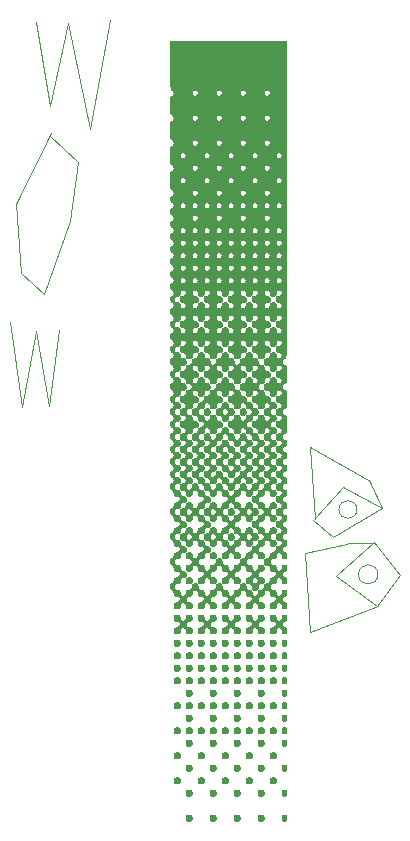
<source format=gbr>
G04 #@! TF.GenerationSoftware,KiCad,Pcbnew,(5.1.4)-1*
G04 #@! TF.CreationDate,2022-03-06T23:24:09-05:00*
G04 #@! TF.ProjectId,wifi_remote_leds,77696669-5f72-4656-9d6f-74655f6c6564,rev?*
G04 #@! TF.SameCoordinates,Original*
G04 #@! TF.FileFunction,Legend,Bot*
G04 #@! TF.FilePolarity,Positive*
%FSLAX46Y46*%
G04 Gerber Fmt 4.6, Leading zero omitted, Abs format (unit mm)*
G04 Created by KiCad (PCBNEW (5.1.4)-1) date 2022-03-06 23:24:09*
%MOMM*%
%LPD*%
G04 APERTURE LIST*
%ADD10C,0.120000*%
%ADD11C,0.010000*%
G04 APERTURE END LIST*
D10*
X103360000Y-81570000D02*
X103790000Y-87600000D01*
X108420000Y-84440000D02*
X103360000Y-81570000D01*
X102940000Y-90540000D02*
X106490000Y-89720000D01*
X103350000Y-97160000D02*
X102940000Y-90540000D01*
X109070000Y-95000000D02*
X103350000Y-97160000D01*
X106550000Y-89640000D02*
X108810000Y-89620000D01*
X108390000Y-84470000D02*
X109450000Y-86690000D01*
X109090061Y-92320000D02*
G75*
G03X109090061Y-92320000I-820061J0D01*
G01*
X107318222Y-86820000D02*
G75*
G03X107318222Y-86820000I-758222J0D01*
G01*
X109060000Y-95030000D02*
X105560000Y-92460000D01*
X110980000Y-92390000D02*
X109060000Y-95030000D01*
X108770000Y-89610000D02*
X110980000Y-92390000D01*
X105630000Y-92390000D02*
X108770000Y-89610000D01*
X105270000Y-89180000D02*
X103630000Y-87680000D01*
X109480000Y-86680000D02*
X105270000Y-89180000D01*
X106130000Y-84960000D02*
X109480000Y-86680000D01*
X103770000Y-87530000D02*
X106130000Y-84960000D01*
X81210000Y-78040000D02*
X82130000Y-71610000D01*
X80140000Y-71750000D02*
X81210000Y-78040000D01*
X78990000Y-78180000D02*
X80140000Y-71750000D01*
X77990000Y-70970000D02*
X78990000Y-78180000D01*
X83710000Y-57400000D02*
X81350000Y-55190000D01*
X83060000Y-62400000D02*
X83710000Y-57400000D01*
X80850000Y-68610000D02*
X83060000Y-62400000D01*
X78850000Y-66830000D02*
X80850000Y-68610000D01*
X78490000Y-60970000D02*
X78850000Y-66830000D01*
X81420000Y-54970000D02*
X78490000Y-60970000D01*
X84710000Y-54610000D02*
X86420000Y-45400000D01*
X82850000Y-45620000D02*
X84710000Y-54610000D01*
X81350000Y-52690000D02*
X82850000Y-45620000D01*
X80140000Y-45550000D02*
X81350000Y-52690000D01*
D11*
G36*
X95394363Y-82962652D02*
G01*
X95559591Y-83024715D01*
X95606400Y-83025833D01*
X95799746Y-83069545D01*
X95859327Y-83241658D01*
X95860400Y-83290416D01*
X95902363Y-83491818D01*
X96067591Y-83553882D01*
X96114400Y-83555000D01*
X96307746Y-83598711D01*
X96367327Y-83770824D01*
X96368400Y-83819583D01*
X96410363Y-84020985D01*
X96575591Y-84083049D01*
X96622400Y-84084166D01*
X96815746Y-84040454D01*
X96875327Y-83868341D01*
X96876400Y-83819583D01*
X96918363Y-83618181D01*
X97083591Y-83556117D01*
X97130400Y-83555000D01*
X97323746Y-83511288D01*
X97383327Y-83339175D01*
X97384400Y-83290416D01*
X97342436Y-83089014D01*
X97177208Y-83026950D01*
X97130400Y-83025833D01*
X96937053Y-82982121D01*
X96877472Y-82810008D01*
X96876400Y-82761250D01*
X96918363Y-82559847D01*
X97083591Y-82497784D01*
X97130400Y-82496666D01*
X97323746Y-82452954D01*
X97383327Y-82280841D01*
X97384400Y-82232083D01*
X97342436Y-82030681D01*
X97177208Y-81968617D01*
X97130400Y-81967500D01*
X96937053Y-81923788D01*
X96877472Y-81751675D01*
X96876400Y-81702916D01*
X96834436Y-81501514D01*
X96669208Y-81439450D01*
X96622400Y-81438333D01*
X96429053Y-81394621D01*
X96369472Y-81222508D01*
X96368400Y-81173750D01*
X96326436Y-80972347D01*
X96161208Y-80910284D01*
X96114400Y-80909166D01*
X96114400Y-81438333D01*
X96307746Y-81482045D01*
X96367327Y-81654158D01*
X96368400Y-81702916D01*
X96410363Y-81904318D01*
X96575591Y-81966382D01*
X96622400Y-81967500D01*
X96815746Y-82011211D01*
X96875327Y-82183324D01*
X96876400Y-82232083D01*
X96834436Y-82433485D01*
X96669208Y-82495549D01*
X96622400Y-82496666D01*
X96429053Y-82540378D01*
X96369472Y-82712491D01*
X96368400Y-82761250D01*
X96410363Y-82962652D01*
X96575591Y-83024715D01*
X96622400Y-83025833D01*
X96815746Y-83069545D01*
X96875327Y-83241658D01*
X96876400Y-83290416D01*
X96834436Y-83491818D01*
X96669208Y-83553882D01*
X96622400Y-83555000D01*
X96429053Y-83511288D01*
X96369472Y-83339175D01*
X96368400Y-83290416D01*
X96326436Y-83089014D01*
X96161208Y-83026950D01*
X96114400Y-83025833D01*
X95921053Y-82982121D01*
X95861472Y-82810008D01*
X95860400Y-82761250D01*
X95902363Y-82559847D01*
X96067591Y-82497784D01*
X96114400Y-82496666D01*
X96307746Y-82452954D01*
X96367327Y-82280841D01*
X96368400Y-82232083D01*
X96326436Y-82030681D01*
X96161208Y-81968617D01*
X96114400Y-81967500D01*
X95921053Y-81923788D01*
X95861472Y-81751675D01*
X95860400Y-81702916D01*
X95902363Y-81501514D01*
X96067591Y-81439450D01*
X96114400Y-81438333D01*
X96114400Y-80909166D01*
X95921053Y-80952878D01*
X95861472Y-81124991D01*
X95860400Y-81173750D01*
X95818436Y-81375152D01*
X95653208Y-81437215D01*
X95606400Y-81438333D01*
X95413053Y-81482045D01*
X95353472Y-81654158D01*
X95352400Y-81702916D01*
X95394363Y-81904318D01*
X95559591Y-81966382D01*
X95606400Y-81967500D01*
X95799746Y-82011211D01*
X95859327Y-82183324D01*
X95860400Y-82232083D01*
X95818436Y-82433485D01*
X95653208Y-82495549D01*
X95606400Y-82496666D01*
X95413053Y-82540378D01*
X95353472Y-82712491D01*
X95352400Y-82761250D01*
X95394363Y-82962652D01*
X95394363Y-82962652D01*
G37*
X95394363Y-82962652D02*
X95559591Y-83024715D01*
X95606400Y-83025833D01*
X95799746Y-83069545D01*
X95859327Y-83241658D01*
X95860400Y-83290416D01*
X95902363Y-83491818D01*
X96067591Y-83553882D01*
X96114400Y-83555000D01*
X96307746Y-83598711D01*
X96367327Y-83770824D01*
X96368400Y-83819583D01*
X96410363Y-84020985D01*
X96575591Y-84083049D01*
X96622400Y-84084166D01*
X96815746Y-84040454D01*
X96875327Y-83868341D01*
X96876400Y-83819583D01*
X96918363Y-83618181D01*
X97083591Y-83556117D01*
X97130400Y-83555000D01*
X97323746Y-83511288D01*
X97383327Y-83339175D01*
X97384400Y-83290416D01*
X97342436Y-83089014D01*
X97177208Y-83026950D01*
X97130400Y-83025833D01*
X96937053Y-82982121D01*
X96877472Y-82810008D01*
X96876400Y-82761250D01*
X96918363Y-82559847D01*
X97083591Y-82497784D01*
X97130400Y-82496666D01*
X97323746Y-82452954D01*
X97383327Y-82280841D01*
X97384400Y-82232083D01*
X97342436Y-82030681D01*
X97177208Y-81968617D01*
X97130400Y-81967500D01*
X96937053Y-81923788D01*
X96877472Y-81751675D01*
X96876400Y-81702916D01*
X96834436Y-81501514D01*
X96669208Y-81439450D01*
X96622400Y-81438333D01*
X96429053Y-81394621D01*
X96369472Y-81222508D01*
X96368400Y-81173750D01*
X96326436Y-80972347D01*
X96161208Y-80910284D01*
X96114400Y-80909166D01*
X96114400Y-81438333D01*
X96307746Y-81482045D01*
X96367327Y-81654158D01*
X96368400Y-81702916D01*
X96410363Y-81904318D01*
X96575591Y-81966382D01*
X96622400Y-81967500D01*
X96815746Y-82011211D01*
X96875327Y-82183324D01*
X96876400Y-82232083D01*
X96834436Y-82433485D01*
X96669208Y-82495549D01*
X96622400Y-82496666D01*
X96429053Y-82540378D01*
X96369472Y-82712491D01*
X96368400Y-82761250D01*
X96410363Y-82962652D01*
X96575591Y-83024715D01*
X96622400Y-83025833D01*
X96815746Y-83069545D01*
X96875327Y-83241658D01*
X96876400Y-83290416D01*
X96834436Y-83491818D01*
X96669208Y-83553882D01*
X96622400Y-83555000D01*
X96429053Y-83511288D01*
X96369472Y-83339175D01*
X96368400Y-83290416D01*
X96326436Y-83089014D01*
X96161208Y-83026950D01*
X96114400Y-83025833D01*
X95921053Y-82982121D01*
X95861472Y-82810008D01*
X95860400Y-82761250D01*
X95902363Y-82559847D01*
X96067591Y-82497784D01*
X96114400Y-82496666D01*
X96307746Y-82452954D01*
X96367327Y-82280841D01*
X96368400Y-82232083D01*
X96326436Y-82030681D01*
X96161208Y-81968617D01*
X96114400Y-81967500D01*
X95921053Y-81923788D01*
X95861472Y-81751675D01*
X95860400Y-81702916D01*
X95902363Y-81501514D01*
X96067591Y-81439450D01*
X96114400Y-81438333D01*
X96114400Y-80909166D01*
X95921053Y-80952878D01*
X95861472Y-81124991D01*
X95860400Y-81173750D01*
X95818436Y-81375152D01*
X95653208Y-81437215D01*
X95606400Y-81438333D01*
X95413053Y-81482045D01*
X95353472Y-81654158D01*
X95352400Y-81702916D01*
X95394363Y-81904318D01*
X95559591Y-81966382D01*
X95606400Y-81967500D01*
X95799746Y-82011211D01*
X95859327Y-82183324D01*
X95860400Y-82232083D01*
X95818436Y-82433485D01*
X95653208Y-82495549D01*
X95606400Y-82496666D01*
X95413053Y-82540378D01*
X95353472Y-82712491D01*
X95352400Y-82761250D01*
X95394363Y-82962652D01*
G36*
X96410363Y-89312652D02*
G01*
X96575591Y-89374715D01*
X96622400Y-89375833D01*
X96815746Y-89332121D01*
X96875327Y-89160008D01*
X96876400Y-89111250D01*
X96834436Y-88909847D01*
X96669208Y-88847784D01*
X96622400Y-88846666D01*
X96429053Y-88890378D01*
X96369472Y-89062491D01*
X96368400Y-89111250D01*
X96410363Y-89312652D01*
X96410363Y-89312652D01*
G37*
X96410363Y-89312652D02*
X96575591Y-89374715D01*
X96622400Y-89375833D01*
X96815746Y-89332121D01*
X96875327Y-89160008D01*
X96876400Y-89111250D01*
X96834436Y-88909847D01*
X96669208Y-88847784D01*
X96622400Y-88846666D01*
X96429053Y-88890378D01*
X96369472Y-89062491D01*
X96368400Y-89111250D01*
X96410363Y-89312652D01*
G36*
X96410363Y-87195985D02*
G01*
X96575591Y-87258049D01*
X96622400Y-87259166D01*
X96815746Y-87215454D01*
X96875327Y-87043341D01*
X96876400Y-86994583D01*
X96834436Y-86793181D01*
X96669208Y-86731117D01*
X96622400Y-86730000D01*
X96429053Y-86773711D01*
X96369472Y-86945824D01*
X96368400Y-86994583D01*
X96410363Y-87195985D01*
X96410363Y-87195985D01*
G37*
X96410363Y-87195985D02*
X96575591Y-87258049D01*
X96622400Y-87259166D01*
X96815746Y-87215454D01*
X96875327Y-87043341D01*
X96876400Y-86994583D01*
X96834436Y-86793181D01*
X96669208Y-86731117D01*
X96622400Y-86730000D01*
X96429053Y-86773711D01*
X96369472Y-86945824D01*
X96368400Y-86994583D01*
X96410363Y-87195985D01*
G36*
X94378363Y-78729318D02*
G01*
X94543591Y-78791382D01*
X94590400Y-78792500D01*
X94783746Y-78748788D01*
X94843327Y-78576675D01*
X94844400Y-78527916D01*
X94802436Y-78326514D01*
X94637208Y-78264450D01*
X94590400Y-78263333D01*
X94397053Y-78307045D01*
X94337472Y-78479158D01*
X94336400Y-78527916D01*
X94378363Y-78729318D01*
X94378363Y-78729318D01*
G37*
X94378363Y-78729318D02*
X94543591Y-78791382D01*
X94590400Y-78792500D01*
X94783746Y-78748788D01*
X94843327Y-78576675D01*
X94844400Y-78527916D01*
X94802436Y-78326514D01*
X94637208Y-78264450D01*
X94590400Y-78263333D01*
X94397053Y-78307045D01*
X94337472Y-78479158D01*
X94336400Y-78527916D01*
X94378363Y-78729318D01*
G36*
X95394363Y-78729318D02*
G01*
X95559591Y-78791382D01*
X95606400Y-78792500D01*
X95799746Y-78836211D01*
X95859327Y-79008324D01*
X95860400Y-79057083D01*
X95902363Y-79258485D01*
X96067591Y-79320549D01*
X96114400Y-79321666D01*
X96307746Y-79277954D01*
X96367327Y-79105841D01*
X96368400Y-79057083D01*
X96410363Y-78855681D01*
X96575591Y-78793617D01*
X96622400Y-78792500D01*
X96815746Y-78748788D01*
X96875327Y-78576675D01*
X96876400Y-78527916D01*
X96834436Y-78326514D01*
X96669208Y-78264450D01*
X96622400Y-78263333D01*
X96429053Y-78219621D01*
X96369472Y-78047508D01*
X96368400Y-77998750D01*
X96326436Y-77797347D01*
X96161208Y-77735284D01*
X96114400Y-77734166D01*
X96114400Y-78263333D01*
X96307746Y-78307045D01*
X96367327Y-78479158D01*
X96368400Y-78527916D01*
X96326436Y-78729318D01*
X96161208Y-78791382D01*
X96114400Y-78792500D01*
X95921053Y-78748788D01*
X95861472Y-78576675D01*
X95860400Y-78527916D01*
X95902363Y-78326514D01*
X96067591Y-78264450D01*
X96114400Y-78263333D01*
X96114400Y-77734166D01*
X95921053Y-77777878D01*
X95861472Y-77949991D01*
X95860400Y-77998750D01*
X95818436Y-78200152D01*
X95653208Y-78262215D01*
X95606400Y-78263333D01*
X95413053Y-78307045D01*
X95353472Y-78479158D01*
X95352400Y-78527916D01*
X95394363Y-78729318D01*
X95394363Y-78729318D01*
G37*
X95394363Y-78729318D02*
X95559591Y-78791382D01*
X95606400Y-78792500D01*
X95799746Y-78836211D01*
X95859327Y-79008324D01*
X95860400Y-79057083D01*
X95902363Y-79258485D01*
X96067591Y-79320549D01*
X96114400Y-79321666D01*
X96307746Y-79277954D01*
X96367327Y-79105841D01*
X96368400Y-79057083D01*
X96410363Y-78855681D01*
X96575591Y-78793617D01*
X96622400Y-78792500D01*
X96815746Y-78748788D01*
X96875327Y-78576675D01*
X96876400Y-78527916D01*
X96834436Y-78326514D01*
X96669208Y-78264450D01*
X96622400Y-78263333D01*
X96429053Y-78219621D01*
X96369472Y-78047508D01*
X96368400Y-77998750D01*
X96326436Y-77797347D01*
X96161208Y-77735284D01*
X96114400Y-77734166D01*
X96114400Y-78263333D01*
X96307746Y-78307045D01*
X96367327Y-78479158D01*
X96368400Y-78527916D01*
X96326436Y-78729318D01*
X96161208Y-78791382D01*
X96114400Y-78792500D01*
X95921053Y-78748788D01*
X95861472Y-78576675D01*
X95860400Y-78527916D01*
X95902363Y-78326514D01*
X96067591Y-78264450D01*
X96114400Y-78263333D01*
X96114400Y-77734166D01*
X95921053Y-77777878D01*
X95861472Y-77949991D01*
X95860400Y-77998750D01*
X95818436Y-78200152D01*
X95653208Y-78262215D01*
X95606400Y-78263333D01*
X95413053Y-78307045D01*
X95353472Y-78479158D01*
X95352400Y-78527916D01*
X95394363Y-78729318D01*
G36*
X97426363Y-78729318D02*
G01*
X97591591Y-78791382D01*
X97638400Y-78792500D01*
X97831746Y-78748788D01*
X97891327Y-78576675D01*
X97892400Y-78527916D01*
X97850436Y-78326514D01*
X97685208Y-78264450D01*
X97638400Y-78263333D01*
X97445053Y-78307045D01*
X97385472Y-78479158D01*
X97384400Y-78527916D01*
X97426363Y-78729318D01*
X97426363Y-78729318D01*
G37*
X97426363Y-78729318D02*
X97591591Y-78791382D01*
X97638400Y-78792500D01*
X97831746Y-78748788D01*
X97891327Y-78576675D01*
X97892400Y-78527916D01*
X97850436Y-78326514D01*
X97685208Y-78264450D01*
X97638400Y-78263333D01*
X97445053Y-78307045D01*
X97385472Y-78479158D01*
X97384400Y-78527916D01*
X97426363Y-78729318D01*
G36*
X94378363Y-84020985D02*
G01*
X94543591Y-84083049D01*
X94590400Y-84084166D01*
X94783746Y-84127878D01*
X94843327Y-84299991D01*
X94844400Y-84348750D01*
X94886363Y-84550152D01*
X95051591Y-84612215D01*
X95098400Y-84613333D01*
X95291746Y-84569621D01*
X95351327Y-84397508D01*
X95352400Y-84348750D01*
X95394363Y-84147347D01*
X95559591Y-84085284D01*
X95606400Y-84084166D01*
X95799746Y-84127878D01*
X95859327Y-84299991D01*
X95860400Y-84348750D01*
X95902363Y-84550152D01*
X96067591Y-84612215D01*
X96114400Y-84613333D01*
X96307746Y-84657045D01*
X96367327Y-84829158D01*
X96368400Y-84877916D01*
X96410363Y-85079318D01*
X96575591Y-85141382D01*
X96622400Y-85142500D01*
X96815746Y-85098788D01*
X96875327Y-84926675D01*
X96876400Y-84877916D01*
X96918363Y-84676514D01*
X97083591Y-84614450D01*
X97130400Y-84613333D01*
X97323746Y-84569621D01*
X97383327Y-84397508D01*
X97384400Y-84348750D01*
X97426363Y-84147347D01*
X97591591Y-84085284D01*
X97638400Y-84084166D01*
X97831746Y-84127878D01*
X97891327Y-84299991D01*
X97892400Y-84348750D01*
X97934363Y-84550152D01*
X98099591Y-84612215D01*
X98146400Y-84613333D01*
X98339746Y-84569621D01*
X98399327Y-84397508D01*
X98400400Y-84348750D01*
X98358436Y-84147347D01*
X98193208Y-84085284D01*
X98146400Y-84084166D01*
X97953053Y-84040454D01*
X97893472Y-83868341D01*
X97892400Y-83819583D01*
X97934363Y-83618181D01*
X98099591Y-83556117D01*
X98146400Y-83555000D01*
X98339746Y-83511288D01*
X98399327Y-83339175D01*
X98400400Y-83290416D01*
X98358436Y-83089014D01*
X98193208Y-83026950D01*
X98146400Y-83025833D01*
X97953053Y-82982121D01*
X97893472Y-82810008D01*
X97892400Y-82761250D01*
X97934363Y-82559847D01*
X98099591Y-82497784D01*
X98146400Y-82496666D01*
X98339746Y-82452954D01*
X98399327Y-82280841D01*
X98400400Y-82232083D01*
X98358436Y-82030681D01*
X98193208Y-81968617D01*
X98146400Y-81967500D01*
X97953053Y-81923788D01*
X97893472Y-81751675D01*
X97892400Y-81702916D01*
X97934363Y-81501514D01*
X98099591Y-81439450D01*
X98146400Y-81438333D01*
X98339746Y-81394621D01*
X98399327Y-81222508D01*
X98400400Y-81173750D01*
X98358436Y-80972347D01*
X98193208Y-80910284D01*
X98146400Y-80909166D01*
X97953053Y-80865454D01*
X97893472Y-80693341D01*
X97892400Y-80644583D01*
X97850436Y-80443181D01*
X97685208Y-80381117D01*
X97638400Y-80380000D01*
X97445053Y-80423711D01*
X97385472Y-80595824D01*
X97384400Y-80644583D01*
X97342436Y-80845985D01*
X97177208Y-80908049D01*
X97130400Y-80909166D01*
X96937053Y-80865454D01*
X96877472Y-80693341D01*
X96876400Y-80644583D01*
X96834436Y-80443181D01*
X96669208Y-80381117D01*
X96622400Y-80380000D01*
X96429053Y-80336288D01*
X96369472Y-80164175D01*
X96368400Y-80115416D01*
X96326436Y-79914014D01*
X96161208Y-79851950D01*
X96114400Y-79850833D01*
X96114400Y-80380000D01*
X96307746Y-80423711D01*
X96367327Y-80595824D01*
X96368400Y-80644583D01*
X96410363Y-80845985D01*
X96575591Y-80908049D01*
X96622400Y-80909166D01*
X96815746Y-80952878D01*
X96875327Y-81124991D01*
X96876400Y-81173750D01*
X96918363Y-81375152D01*
X97083591Y-81437215D01*
X97130400Y-81438333D01*
X97323746Y-81394621D01*
X97383327Y-81222508D01*
X97384400Y-81173750D01*
X97426363Y-80972347D01*
X97591591Y-80910284D01*
X97638400Y-80909166D01*
X97831746Y-80952878D01*
X97891327Y-81124991D01*
X97892400Y-81173750D01*
X97850436Y-81375152D01*
X97685208Y-81437215D01*
X97638400Y-81438333D01*
X97445053Y-81482045D01*
X97385472Y-81654158D01*
X97384400Y-81702916D01*
X97426363Y-81904318D01*
X97591591Y-81966382D01*
X97638400Y-81967500D01*
X97831746Y-82011211D01*
X97891327Y-82183324D01*
X97892400Y-82232083D01*
X97850436Y-82433485D01*
X97685208Y-82495549D01*
X97638400Y-82496666D01*
X97445053Y-82540378D01*
X97385472Y-82712491D01*
X97384400Y-82761250D01*
X97426363Y-82962652D01*
X97591591Y-83024715D01*
X97638400Y-83025833D01*
X97831746Y-83069545D01*
X97891327Y-83241658D01*
X97892400Y-83290416D01*
X97850436Y-83491818D01*
X97685208Y-83553882D01*
X97638400Y-83555000D01*
X97445053Y-83598711D01*
X97385472Y-83770824D01*
X97384400Y-83819583D01*
X97342436Y-84020985D01*
X97177208Y-84083049D01*
X97130400Y-84084166D01*
X96937053Y-84127878D01*
X96877472Y-84299991D01*
X96876400Y-84348750D01*
X96834436Y-84550152D01*
X96669208Y-84612215D01*
X96622400Y-84613333D01*
X96429053Y-84569621D01*
X96369472Y-84397508D01*
X96368400Y-84348750D01*
X96326436Y-84147347D01*
X96161208Y-84085284D01*
X96114400Y-84084166D01*
X95921053Y-84040454D01*
X95861472Y-83868341D01*
X95860400Y-83819583D01*
X95818436Y-83618181D01*
X95653208Y-83556117D01*
X95606400Y-83555000D01*
X95413053Y-83598711D01*
X95353472Y-83770824D01*
X95352400Y-83819583D01*
X95310436Y-84020985D01*
X95145208Y-84083049D01*
X95098400Y-84084166D01*
X94905053Y-84040454D01*
X94845472Y-83868341D01*
X94844400Y-83819583D01*
X94886363Y-83618181D01*
X95051591Y-83556117D01*
X95098400Y-83555000D01*
X95291746Y-83511288D01*
X95351327Y-83339175D01*
X95352400Y-83290416D01*
X95310436Y-83089014D01*
X95145208Y-83026950D01*
X95098400Y-83025833D01*
X94905053Y-82982121D01*
X94845472Y-82810008D01*
X94844400Y-82761250D01*
X94886363Y-82559847D01*
X95051591Y-82497784D01*
X95098400Y-82496666D01*
X95291746Y-82452954D01*
X95351327Y-82280841D01*
X95352400Y-82232083D01*
X95310436Y-82030681D01*
X95145208Y-81968617D01*
X95098400Y-81967500D01*
X94905053Y-81923788D01*
X94845472Y-81751675D01*
X94844400Y-81702916D01*
X94886363Y-81501514D01*
X95051591Y-81439450D01*
X95098400Y-81438333D01*
X95291746Y-81394621D01*
X95351327Y-81222508D01*
X95352400Y-81173750D01*
X95394363Y-80972347D01*
X95559591Y-80910284D01*
X95606400Y-80909166D01*
X95799746Y-80865454D01*
X95859327Y-80693341D01*
X95860400Y-80644583D01*
X95902363Y-80443181D01*
X96067591Y-80381117D01*
X96114400Y-80380000D01*
X96114400Y-79850833D01*
X95921053Y-79894545D01*
X95861472Y-80066658D01*
X95860400Y-80115416D01*
X95818436Y-80316818D01*
X95653208Y-80378882D01*
X95606400Y-80380000D01*
X95413053Y-80423711D01*
X95353472Y-80595824D01*
X95352400Y-80644583D01*
X95310436Y-80845985D01*
X95145208Y-80908049D01*
X95098400Y-80909166D01*
X94905053Y-80865454D01*
X94845472Y-80693341D01*
X94844400Y-80644583D01*
X94802436Y-80443181D01*
X94637208Y-80381117D01*
X94590400Y-80380000D01*
X94397053Y-80423711D01*
X94337472Y-80595824D01*
X94336400Y-80644583D01*
X94378363Y-80845985D01*
X94543591Y-80908049D01*
X94590400Y-80909166D01*
X94783746Y-80952878D01*
X94843327Y-81124991D01*
X94844400Y-81173750D01*
X94802436Y-81375152D01*
X94637208Y-81437215D01*
X94590400Y-81438333D01*
X94397053Y-81482045D01*
X94337472Y-81654158D01*
X94336400Y-81702916D01*
X94378363Y-81904318D01*
X94543591Y-81966382D01*
X94590400Y-81967500D01*
X94783746Y-82011211D01*
X94843327Y-82183324D01*
X94844400Y-82232083D01*
X94802436Y-82433485D01*
X94637208Y-82495549D01*
X94590400Y-82496666D01*
X94397053Y-82540378D01*
X94337472Y-82712491D01*
X94336400Y-82761250D01*
X94378363Y-82962652D01*
X94543591Y-83024715D01*
X94590400Y-83025833D01*
X94783746Y-83069545D01*
X94843327Y-83241658D01*
X94844400Y-83290416D01*
X94802436Y-83491818D01*
X94637208Y-83553882D01*
X94590400Y-83555000D01*
X94397053Y-83598711D01*
X94337472Y-83770824D01*
X94336400Y-83819583D01*
X94378363Y-84020985D01*
X94378363Y-84020985D01*
G37*
X94378363Y-84020985D02*
X94543591Y-84083049D01*
X94590400Y-84084166D01*
X94783746Y-84127878D01*
X94843327Y-84299991D01*
X94844400Y-84348750D01*
X94886363Y-84550152D01*
X95051591Y-84612215D01*
X95098400Y-84613333D01*
X95291746Y-84569621D01*
X95351327Y-84397508D01*
X95352400Y-84348750D01*
X95394363Y-84147347D01*
X95559591Y-84085284D01*
X95606400Y-84084166D01*
X95799746Y-84127878D01*
X95859327Y-84299991D01*
X95860400Y-84348750D01*
X95902363Y-84550152D01*
X96067591Y-84612215D01*
X96114400Y-84613333D01*
X96307746Y-84657045D01*
X96367327Y-84829158D01*
X96368400Y-84877916D01*
X96410363Y-85079318D01*
X96575591Y-85141382D01*
X96622400Y-85142500D01*
X96815746Y-85098788D01*
X96875327Y-84926675D01*
X96876400Y-84877916D01*
X96918363Y-84676514D01*
X97083591Y-84614450D01*
X97130400Y-84613333D01*
X97323746Y-84569621D01*
X97383327Y-84397508D01*
X97384400Y-84348750D01*
X97426363Y-84147347D01*
X97591591Y-84085284D01*
X97638400Y-84084166D01*
X97831746Y-84127878D01*
X97891327Y-84299991D01*
X97892400Y-84348750D01*
X97934363Y-84550152D01*
X98099591Y-84612215D01*
X98146400Y-84613333D01*
X98339746Y-84569621D01*
X98399327Y-84397508D01*
X98400400Y-84348750D01*
X98358436Y-84147347D01*
X98193208Y-84085284D01*
X98146400Y-84084166D01*
X97953053Y-84040454D01*
X97893472Y-83868341D01*
X97892400Y-83819583D01*
X97934363Y-83618181D01*
X98099591Y-83556117D01*
X98146400Y-83555000D01*
X98339746Y-83511288D01*
X98399327Y-83339175D01*
X98400400Y-83290416D01*
X98358436Y-83089014D01*
X98193208Y-83026950D01*
X98146400Y-83025833D01*
X97953053Y-82982121D01*
X97893472Y-82810008D01*
X97892400Y-82761250D01*
X97934363Y-82559847D01*
X98099591Y-82497784D01*
X98146400Y-82496666D01*
X98339746Y-82452954D01*
X98399327Y-82280841D01*
X98400400Y-82232083D01*
X98358436Y-82030681D01*
X98193208Y-81968617D01*
X98146400Y-81967500D01*
X97953053Y-81923788D01*
X97893472Y-81751675D01*
X97892400Y-81702916D01*
X97934363Y-81501514D01*
X98099591Y-81439450D01*
X98146400Y-81438333D01*
X98339746Y-81394621D01*
X98399327Y-81222508D01*
X98400400Y-81173750D01*
X98358436Y-80972347D01*
X98193208Y-80910284D01*
X98146400Y-80909166D01*
X97953053Y-80865454D01*
X97893472Y-80693341D01*
X97892400Y-80644583D01*
X97850436Y-80443181D01*
X97685208Y-80381117D01*
X97638400Y-80380000D01*
X97445053Y-80423711D01*
X97385472Y-80595824D01*
X97384400Y-80644583D01*
X97342436Y-80845985D01*
X97177208Y-80908049D01*
X97130400Y-80909166D01*
X96937053Y-80865454D01*
X96877472Y-80693341D01*
X96876400Y-80644583D01*
X96834436Y-80443181D01*
X96669208Y-80381117D01*
X96622400Y-80380000D01*
X96429053Y-80336288D01*
X96369472Y-80164175D01*
X96368400Y-80115416D01*
X96326436Y-79914014D01*
X96161208Y-79851950D01*
X96114400Y-79850833D01*
X96114400Y-80380000D01*
X96307746Y-80423711D01*
X96367327Y-80595824D01*
X96368400Y-80644583D01*
X96410363Y-80845985D01*
X96575591Y-80908049D01*
X96622400Y-80909166D01*
X96815746Y-80952878D01*
X96875327Y-81124991D01*
X96876400Y-81173750D01*
X96918363Y-81375152D01*
X97083591Y-81437215D01*
X97130400Y-81438333D01*
X97323746Y-81394621D01*
X97383327Y-81222508D01*
X97384400Y-81173750D01*
X97426363Y-80972347D01*
X97591591Y-80910284D01*
X97638400Y-80909166D01*
X97831746Y-80952878D01*
X97891327Y-81124991D01*
X97892400Y-81173750D01*
X97850436Y-81375152D01*
X97685208Y-81437215D01*
X97638400Y-81438333D01*
X97445053Y-81482045D01*
X97385472Y-81654158D01*
X97384400Y-81702916D01*
X97426363Y-81904318D01*
X97591591Y-81966382D01*
X97638400Y-81967500D01*
X97831746Y-82011211D01*
X97891327Y-82183324D01*
X97892400Y-82232083D01*
X97850436Y-82433485D01*
X97685208Y-82495549D01*
X97638400Y-82496666D01*
X97445053Y-82540378D01*
X97385472Y-82712491D01*
X97384400Y-82761250D01*
X97426363Y-82962652D01*
X97591591Y-83024715D01*
X97638400Y-83025833D01*
X97831746Y-83069545D01*
X97891327Y-83241658D01*
X97892400Y-83290416D01*
X97850436Y-83491818D01*
X97685208Y-83553882D01*
X97638400Y-83555000D01*
X97445053Y-83598711D01*
X97385472Y-83770824D01*
X97384400Y-83819583D01*
X97342436Y-84020985D01*
X97177208Y-84083049D01*
X97130400Y-84084166D01*
X96937053Y-84127878D01*
X96877472Y-84299991D01*
X96876400Y-84348750D01*
X96834436Y-84550152D01*
X96669208Y-84612215D01*
X96622400Y-84613333D01*
X96429053Y-84569621D01*
X96369472Y-84397508D01*
X96368400Y-84348750D01*
X96326436Y-84147347D01*
X96161208Y-84085284D01*
X96114400Y-84084166D01*
X95921053Y-84040454D01*
X95861472Y-83868341D01*
X95860400Y-83819583D01*
X95818436Y-83618181D01*
X95653208Y-83556117D01*
X95606400Y-83555000D01*
X95413053Y-83598711D01*
X95353472Y-83770824D01*
X95352400Y-83819583D01*
X95310436Y-84020985D01*
X95145208Y-84083049D01*
X95098400Y-84084166D01*
X94905053Y-84040454D01*
X94845472Y-83868341D01*
X94844400Y-83819583D01*
X94886363Y-83618181D01*
X95051591Y-83556117D01*
X95098400Y-83555000D01*
X95291746Y-83511288D01*
X95351327Y-83339175D01*
X95352400Y-83290416D01*
X95310436Y-83089014D01*
X95145208Y-83026950D01*
X95098400Y-83025833D01*
X94905053Y-82982121D01*
X94845472Y-82810008D01*
X94844400Y-82761250D01*
X94886363Y-82559847D01*
X95051591Y-82497784D01*
X95098400Y-82496666D01*
X95291746Y-82452954D01*
X95351327Y-82280841D01*
X95352400Y-82232083D01*
X95310436Y-82030681D01*
X95145208Y-81968617D01*
X95098400Y-81967500D01*
X94905053Y-81923788D01*
X94845472Y-81751675D01*
X94844400Y-81702916D01*
X94886363Y-81501514D01*
X95051591Y-81439450D01*
X95098400Y-81438333D01*
X95291746Y-81394621D01*
X95351327Y-81222508D01*
X95352400Y-81173750D01*
X95394363Y-80972347D01*
X95559591Y-80910284D01*
X95606400Y-80909166D01*
X95799746Y-80865454D01*
X95859327Y-80693341D01*
X95860400Y-80644583D01*
X95902363Y-80443181D01*
X96067591Y-80381117D01*
X96114400Y-80380000D01*
X96114400Y-79850833D01*
X95921053Y-79894545D01*
X95861472Y-80066658D01*
X95860400Y-80115416D01*
X95818436Y-80316818D01*
X95653208Y-80378882D01*
X95606400Y-80380000D01*
X95413053Y-80423711D01*
X95353472Y-80595824D01*
X95352400Y-80644583D01*
X95310436Y-80845985D01*
X95145208Y-80908049D01*
X95098400Y-80909166D01*
X94905053Y-80865454D01*
X94845472Y-80693341D01*
X94844400Y-80644583D01*
X94802436Y-80443181D01*
X94637208Y-80381117D01*
X94590400Y-80380000D01*
X94397053Y-80423711D01*
X94337472Y-80595824D01*
X94336400Y-80644583D01*
X94378363Y-80845985D01*
X94543591Y-80908049D01*
X94590400Y-80909166D01*
X94783746Y-80952878D01*
X94843327Y-81124991D01*
X94844400Y-81173750D01*
X94802436Y-81375152D01*
X94637208Y-81437215D01*
X94590400Y-81438333D01*
X94397053Y-81482045D01*
X94337472Y-81654158D01*
X94336400Y-81702916D01*
X94378363Y-81904318D01*
X94543591Y-81966382D01*
X94590400Y-81967500D01*
X94783746Y-82011211D01*
X94843327Y-82183324D01*
X94844400Y-82232083D01*
X94802436Y-82433485D01*
X94637208Y-82495549D01*
X94590400Y-82496666D01*
X94397053Y-82540378D01*
X94337472Y-82712491D01*
X94336400Y-82761250D01*
X94378363Y-82962652D01*
X94543591Y-83024715D01*
X94590400Y-83025833D01*
X94783746Y-83069545D01*
X94843327Y-83241658D01*
X94844400Y-83290416D01*
X94802436Y-83491818D01*
X94637208Y-83553882D01*
X94590400Y-83555000D01*
X94397053Y-83598711D01*
X94337472Y-83770824D01*
X94336400Y-83819583D01*
X94378363Y-84020985D01*
G36*
X94886363Y-90900152D02*
G01*
X95051591Y-90962215D01*
X95098400Y-90963333D01*
X95291746Y-90919621D01*
X95351327Y-90747508D01*
X95352400Y-90698750D01*
X95310436Y-90497347D01*
X95145208Y-90435284D01*
X95098400Y-90434166D01*
X94905053Y-90477878D01*
X94845472Y-90649991D01*
X94844400Y-90698750D01*
X94886363Y-90900152D01*
X94886363Y-90900152D01*
G37*
X94886363Y-90900152D02*
X95051591Y-90962215D01*
X95098400Y-90963333D01*
X95291746Y-90919621D01*
X95351327Y-90747508D01*
X95352400Y-90698750D01*
X95310436Y-90497347D01*
X95145208Y-90435284D01*
X95098400Y-90434166D01*
X94905053Y-90477878D01*
X94845472Y-90649991D01*
X94844400Y-90698750D01*
X94886363Y-90900152D01*
G36*
X93362363Y-84020985D02*
G01*
X93527591Y-84083049D01*
X93574400Y-84084166D01*
X93767746Y-84127878D01*
X93827327Y-84299991D01*
X93828400Y-84348750D01*
X93870363Y-84550152D01*
X94035591Y-84612215D01*
X94082400Y-84613333D01*
X94275746Y-84657045D01*
X94335327Y-84829158D01*
X94336400Y-84877916D01*
X94378363Y-85079318D01*
X94543591Y-85141382D01*
X94590400Y-85142500D01*
X94783746Y-85186211D01*
X94843327Y-85358324D01*
X94844400Y-85407083D01*
X94886363Y-85608485D01*
X95051591Y-85670549D01*
X95098400Y-85671666D01*
X95291746Y-85627954D01*
X95351327Y-85455841D01*
X95352400Y-85407083D01*
X95394363Y-85205681D01*
X95559591Y-85143617D01*
X95606400Y-85142500D01*
X95799746Y-85186211D01*
X95859327Y-85358324D01*
X95860400Y-85407083D01*
X95902363Y-85608485D01*
X96067591Y-85670549D01*
X96114400Y-85671666D01*
X96307746Y-85715378D01*
X96367327Y-85887491D01*
X96368400Y-85936250D01*
X96326436Y-86137652D01*
X96161208Y-86199715D01*
X96114400Y-86200833D01*
X95921053Y-86244545D01*
X95861472Y-86416658D01*
X95860400Y-86465416D01*
X95818436Y-86666818D01*
X95653208Y-86728882D01*
X95606400Y-86730000D01*
X95413053Y-86686288D01*
X95353472Y-86514175D01*
X95352400Y-86465416D01*
X95310436Y-86264014D01*
X95145208Y-86201950D01*
X95098400Y-86200833D01*
X95098400Y-86730000D01*
X95291746Y-86773711D01*
X95351327Y-86945824D01*
X95352400Y-86994583D01*
X95310436Y-87195985D01*
X95145208Y-87258049D01*
X95098400Y-87259166D01*
X94905053Y-87215454D01*
X94845472Y-87043341D01*
X94844400Y-86994583D01*
X94886363Y-86793181D01*
X95051591Y-86731117D01*
X95098400Y-86730000D01*
X95098400Y-86200833D01*
X94905053Y-86244545D01*
X94845472Y-86416658D01*
X94844400Y-86465416D01*
X94802436Y-86666818D01*
X94637208Y-86728882D01*
X94590400Y-86730000D01*
X94397053Y-86773711D01*
X94337472Y-86945824D01*
X94336400Y-86994583D01*
X94378363Y-87195985D01*
X94543591Y-87258049D01*
X94590400Y-87259166D01*
X94783746Y-87302878D01*
X94843327Y-87474991D01*
X94844400Y-87523750D01*
X94886363Y-87725152D01*
X95051591Y-87787215D01*
X95098400Y-87788333D01*
X95291746Y-87744621D01*
X95351327Y-87572508D01*
X95352400Y-87523750D01*
X95394363Y-87322347D01*
X95559591Y-87260284D01*
X95606400Y-87259166D01*
X95799746Y-87302878D01*
X95859327Y-87474991D01*
X95860400Y-87523750D01*
X95902363Y-87725152D01*
X96067591Y-87787215D01*
X96114400Y-87788333D01*
X96307746Y-87832045D01*
X96367327Y-88004158D01*
X96368400Y-88052916D01*
X96326436Y-88254318D01*
X96161208Y-88316382D01*
X96114400Y-88317500D01*
X95921053Y-88361211D01*
X95861472Y-88533324D01*
X95860400Y-88582083D01*
X95818436Y-88783485D01*
X95653208Y-88845549D01*
X95606400Y-88846666D01*
X95413053Y-88802954D01*
X95353472Y-88630841D01*
X95352400Y-88582083D01*
X95310436Y-88380681D01*
X95145208Y-88318617D01*
X95098400Y-88317500D01*
X95098400Y-88846666D01*
X95291746Y-88890378D01*
X95351327Y-89062491D01*
X95352400Y-89111250D01*
X95310436Y-89312652D01*
X95145208Y-89374715D01*
X95098400Y-89375833D01*
X94905053Y-89332121D01*
X94845472Y-89160008D01*
X94844400Y-89111250D01*
X94886363Y-88909847D01*
X95051591Y-88847784D01*
X95098400Y-88846666D01*
X95098400Y-88317500D01*
X94905053Y-88361211D01*
X94845472Y-88533324D01*
X94844400Y-88582083D01*
X94802436Y-88783485D01*
X94637208Y-88845549D01*
X94590400Y-88846666D01*
X94397053Y-88890378D01*
X94337472Y-89062491D01*
X94336400Y-89111250D01*
X94378363Y-89312652D01*
X94543591Y-89374715D01*
X94590400Y-89375833D01*
X94783746Y-89419545D01*
X94843327Y-89591658D01*
X94844400Y-89640416D01*
X94886363Y-89841818D01*
X95051591Y-89903882D01*
X95098400Y-89905000D01*
X95291746Y-89861288D01*
X95351327Y-89689175D01*
X95352400Y-89640416D01*
X95394363Y-89439014D01*
X95559591Y-89376950D01*
X95606400Y-89375833D01*
X95799746Y-89419545D01*
X95859327Y-89591658D01*
X95860400Y-89640416D01*
X95902363Y-89841818D01*
X96067591Y-89903882D01*
X96114400Y-89905000D01*
X96307746Y-89948711D01*
X96367327Y-90120824D01*
X96368400Y-90169583D01*
X96326436Y-90370985D01*
X96161208Y-90433049D01*
X96114400Y-90434166D01*
X95921053Y-90477878D01*
X95861472Y-90649991D01*
X95860400Y-90698750D01*
X95902363Y-90900152D01*
X96067591Y-90962215D01*
X96114400Y-90963333D01*
X96307746Y-90919621D01*
X96367327Y-90747508D01*
X96368400Y-90698750D01*
X96410363Y-90497347D01*
X96575591Y-90435284D01*
X96622400Y-90434166D01*
X96815746Y-90477878D01*
X96875327Y-90649991D01*
X96876400Y-90698750D01*
X96918363Y-90900152D01*
X97083591Y-90962215D01*
X97130400Y-90963333D01*
X97323746Y-90919621D01*
X97383327Y-90747508D01*
X97384400Y-90698750D01*
X97342436Y-90497347D01*
X97177208Y-90435284D01*
X97130400Y-90434166D01*
X96937053Y-90390454D01*
X96877472Y-90218341D01*
X96876400Y-90169583D01*
X96918363Y-89968181D01*
X97083591Y-89906117D01*
X97130400Y-89905000D01*
X97323746Y-89861288D01*
X97383327Y-89689175D01*
X97384400Y-89640416D01*
X97426363Y-89439014D01*
X97591591Y-89376950D01*
X97638400Y-89375833D01*
X97831746Y-89419545D01*
X97891327Y-89591658D01*
X97892400Y-89640416D01*
X97934363Y-89841818D01*
X98099591Y-89903882D01*
X98146400Y-89905000D01*
X98339746Y-89861288D01*
X98399327Y-89689175D01*
X98400400Y-89640416D01*
X98442363Y-89439014D01*
X98607591Y-89376950D01*
X98654400Y-89375833D01*
X98847746Y-89332121D01*
X98907327Y-89160008D01*
X98908400Y-89111250D01*
X98866436Y-88909847D01*
X98701208Y-88847784D01*
X98654400Y-88846666D01*
X98461053Y-88802954D01*
X98401472Y-88630841D01*
X98400400Y-88582083D01*
X98358436Y-88380681D01*
X98193208Y-88318617D01*
X98146400Y-88317500D01*
X98146400Y-88846666D01*
X98339746Y-88890378D01*
X98399327Y-89062491D01*
X98400400Y-89111250D01*
X98358436Y-89312652D01*
X98193208Y-89374715D01*
X98146400Y-89375833D01*
X97953053Y-89332121D01*
X97893472Y-89160008D01*
X97892400Y-89111250D01*
X97934363Y-88909847D01*
X98099591Y-88847784D01*
X98146400Y-88846666D01*
X98146400Y-88317500D01*
X97953053Y-88361211D01*
X97893472Y-88533324D01*
X97892400Y-88582083D01*
X97850436Y-88783485D01*
X97685208Y-88845549D01*
X97638400Y-88846666D01*
X97445053Y-88802954D01*
X97385472Y-88630841D01*
X97384400Y-88582083D01*
X97342436Y-88380681D01*
X97177208Y-88318617D01*
X97130400Y-88317500D01*
X96937053Y-88273788D01*
X96877472Y-88101675D01*
X96876400Y-88052916D01*
X96918363Y-87851514D01*
X97083591Y-87789450D01*
X97130400Y-87788333D01*
X97323746Y-87744621D01*
X97383327Y-87572508D01*
X97384400Y-87523750D01*
X97426363Y-87322347D01*
X97591591Y-87260284D01*
X97638400Y-87259166D01*
X97831746Y-87302878D01*
X97891327Y-87474991D01*
X97892400Y-87523750D01*
X97934363Y-87725152D01*
X98099591Y-87787215D01*
X98146400Y-87788333D01*
X98339746Y-87744621D01*
X98399327Y-87572508D01*
X98400400Y-87523750D01*
X98442363Y-87322347D01*
X98607591Y-87260284D01*
X98654400Y-87259166D01*
X98847746Y-87215454D01*
X98907327Y-87043341D01*
X98908400Y-86994583D01*
X98866436Y-86793181D01*
X98701208Y-86731117D01*
X98654400Y-86730000D01*
X98461053Y-86686288D01*
X98401472Y-86514175D01*
X98400400Y-86465416D01*
X98358436Y-86264014D01*
X98193208Y-86201950D01*
X98146400Y-86200833D01*
X98146400Y-86730000D01*
X98339746Y-86773711D01*
X98399327Y-86945824D01*
X98400400Y-86994583D01*
X98358436Y-87195985D01*
X98193208Y-87258049D01*
X98146400Y-87259166D01*
X97953053Y-87215454D01*
X97893472Y-87043341D01*
X97892400Y-86994583D01*
X97934363Y-86793181D01*
X98099591Y-86731117D01*
X98146400Y-86730000D01*
X98146400Y-86200833D01*
X97953053Y-86244545D01*
X97893472Y-86416658D01*
X97892400Y-86465416D01*
X97850436Y-86666818D01*
X97685208Y-86728882D01*
X97638400Y-86730000D01*
X97445053Y-86686288D01*
X97385472Y-86514175D01*
X97384400Y-86465416D01*
X97342436Y-86264014D01*
X97177208Y-86201950D01*
X97130400Y-86200833D01*
X96937053Y-86157121D01*
X96877472Y-85985008D01*
X96876400Y-85936250D01*
X96918363Y-85734847D01*
X97083591Y-85672784D01*
X97130400Y-85671666D01*
X97323746Y-85627954D01*
X97383327Y-85455841D01*
X97384400Y-85407083D01*
X97426363Y-85205681D01*
X97591591Y-85143617D01*
X97638400Y-85142500D01*
X97831746Y-85186211D01*
X97891327Y-85358324D01*
X97892400Y-85407083D01*
X97934363Y-85608485D01*
X98099591Y-85670549D01*
X98146400Y-85671666D01*
X98339746Y-85627954D01*
X98399327Y-85455841D01*
X98400400Y-85407083D01*
X98442363Y-85205681D01*
X98607591Y-85143617D01*
X98654400Y-85142500D01*
X98847746Y-85098788D01*
X98907327Y-84926675D01*
X98908400Y-84877916D01*
X98950363Y-84676514D01*
X99115591Y-84614450D01*
X99162400Y-84613333D01*
X99355746Y-84569621D01*
X99415327Y-84397508D01*
X99416400Y-84348750D01*
X99374436Y-84147347D01*
X99209208Y-84085284D01*
X99162400Y-84084166D01*
X98969053Y-84040454D01*
X98909472Y-83868341D01*
X98908400Y-83819583D01*
X98950363Y-83618181D01*
X99115591Y-83556117D01*
X99162400Y-83555000D01*
X99355746Y-83511288D01*
X99415327Y-83339175D01*
X99416400Y-83290416D01*
X99374436Y-83089014D01*
X99209208Y-83026950D01*
X99162400Y-83025833D01*
X98969053Y-82982121D01*
X98909472Y-82810008D01*
X98908400Y-82761250D01*
X98950363Y-82559847D01*
X99115591Y-82497784D01*
X99162400Y-82496666D01*
X99355746Y-82452954D01*
X99415327Y-82280841D01*
X99416400Y-82232083D01*
X99374436Y-82030681D01*
X99209208Y-81968617D01*
X99162400Y-81967500D01*
X98969053Y-81923788D01*
X98909472Y-81751675D01*
X98908400Y-81702916D01*
X98950363Y-81501514D01*
X99115591Y-81439450D01*
X99162400Y-81438333D01*
X99355746Y-81394621D01*
X99415327Y-81222508D01*
X99416400Y-81173750D01*
X99374436Y-80972347D01*
X99209208Y-80910284D01*
X99162400Y-80909166D01*
X98969053Y-80865454D01*
X98909472Y-80693341D01*
X98908400Y-80644583D01*
X98866436Y-80443181D01*
X98701208Y-80381117D01*
X98654400Y-80380000D01*
X98461053Y-80336288D01*
X98401472Y-80164175D01*
X98400400Y-80115416D01*
X98358436Y-79914014D01*
X98193208Y-79851950D01*
X98146400Y-79850833D01*
X97953053Y-79807121D01*
X97893472Y-79635008D01*
X97892400Y-79586250D01*
X97934363Y-79384847D01*
X98099591Y-79322784D01*
X98146400Y-79321666D01*
X98339746Y-79277954D01*
X98399327Y-79105841D01*
X98400400Y-79057083D01*
X98442363Y-78855681D01*
X98607591Y-78793617D01*
X98654400Y-78792500D01*
X98847746Y-78748788D01*
X98907327Y-78576675D01*
X98908400Y-78527916D01*
X98866436Y-78326514D01*
X98701208Y-78264450D01*
X98654400Y-78263333D01*
X98461053Y-78219621D01*
X98401472Y-78047508D01*
X98400400Y-77998750D01*
X98358436Y-77797347D01*
X98193208Y-77735284D01*
X98146400Y-77734166D01*
X97953053Y-77690454D01*
X97893472Y-77518341D01*
X97892400Y-77469583D01*
X97850436Y-77268181D01*
X97685208Y-77206117D01*
X97638400Y-77205000D01*
X97445053Y-77161288D01*
X97385472Y-76989175D01*
X97384400Y-76940416D01*
X97342436Y-76739014D01*
X97177208Y-76676950D01*
X97130400Y-76675833D01*
X96937053Y-76632121D01*
X96877472Y-76460008D01*
X96876400Y-76411250D01*
X96834436Y-76209847D01*
X96669208Y-76147784D01*
X96622400Y-76146666D01*
X96429053Y-76102954D01*
X96369472Y-75930841D01*
X96368400Y-75882083D01*
X96326436Y-75680681D01*
X96161208Y-75618617D01*
X96114400Y-75617500D01*
X95921053Y-75661211D01*
X95861472Y-75833324D01*
X95860400Y-75882083D01*
X95818436Y-76083485D01*
X95653208Y-76145549D01*
X95606400Y-76146666D01*
X95606400Y-76675833D01*
X95799746Y-76719545D01*
X95859327Y-76891658D01*
X95860400Y-76940416D01*
X95902363Y-77141818D01*
X96067591Y-77203882D01*
X96114400Y-77205000D01*
X96307746Y-77161288D01*
X96367327Y-76989175D01*
X96368400Y-76940416D01*
X96410363Y-76739014D01*
X96575591Y-76676950D01*
X96622400Y-76675833D01*
X96815746Y-76719545D01*
X96875327Y-76891658D01*
X96876400Y-76940416D01*
X96834436Y-77141818D01*
X96669208Y-77203882D01*
X96622400Y-77205000D01*
X96429053Y-77248711D01*
X96369472Y-77420824D01*
X96368400Y-77469583D01*
X96410363Y-77670985D01*
X96575591Y-77733049D01*
X96622400Y-77734166D01*
X96815746Y-77777878D01*
X96875327Y-77949991D01*
X96876400Y-77998750D01*
X96918363Y-78200152D01*
X97083591Y-78262215D01*
X97130400Y-78263333D01*
X97323746Y-78219621D01*
X97383327Y-78047508D01*
X97384400Y-77998750D01*
X97426363Y-77797347D01*
X97591591Y-77735284D01*
X97638400Y-77734166D01*
X97831746Y-77777878D01*
X97891327Y-77949991D01*
X97892400Y-77998750D01*
X97934363Y-78200152D01*
X98099591Y-78262215D01*
X98146400Y-78263333D01*
X98339746Y-78307045D01*
X98399327Y-78479158D01*
X98400400Y-78527916D01*
X98358436Y-78729318D01*
X98193208Y-78791382D01*
X98146400Y-78792500D01*
X97953053Y-78836211D01*
X97893472Y-79008324D01*
X97892400Y-79057083D01*
X97850436Y-79258485D01*
X97685208Y-79320549D01*
X97638400Y-79321666D01*
X97445053Y-79277954D01*
X97385472Y-79105841D01*
X97384400Y-79057083D01*
X97342436Y-78855681D01*
X97177208Y-78793617D01*
X97130400Y-78792500D01*
X96937053Y-78836211D01*
X96877472Y-79008324D01*
X96876400Y-79057083D01*
X96834436Y-79258485D01*
X96669208Y-79320549D01*
X96622400Y-79321666D01*
X96429053Y-79365378D01*
X96369472Y-79537491D01*
X96368400Y-79586250D01*
X96410363Y-79787652D01*
X96575591Y-79849715D01*
X96622400Y-79850833D01*
X96815746Y-79894545D01*
X96875327Y-80066658D01*
X96876400Y-80115416D01*
X96918363Y-80316818D01*
X97083591Y-80378882D01*
X97130400Y-80380000D01*
X97323746Y-80336288D01*
X97383327Y-80164175D01*
X97384400Y-80115416D01*
X97426363Y-79914014D01*
X97591591Y-79851950D01*
X97638400Y-79850833D01*
X97831746Y-79894545D01*
X97891327Y-80066658D01*
X97892400Y-80115416D01*
X97934363Y-80316818D01*
X98099591Y-80378882D01*
X98146400Y-80380000D01*
X98339746Y-80423711D01*
X98399327Y-80595824D01*
X98400400Y-80644583D01*
X98442363Y-80845985D01*
X98607591Y-80908049D01*
X98654400Y-80909166D01*
X98847746Y-80952878D01*
X98907327Y-81124991D01*
X98908400Y-81173750D01*
X98866436Y-81375152D01*
X98701208Y-81437215D01*
X98654400Y-81438333D01*
X98461053Y-81482045D01*
X98401472Y-81654158D01*
X98400400Y-81702916D01*
X98442363Y-81904318D01*
X98607591Y-81966382D01*
X98654400Y-81967500D01*
X98847746Y-82011211D01*
X98907327Y-82183324D01*
X98908400Y-82232083D01*
X98866436Y-82433485D01*
X98701208Y-82495549D01*
X98654400Y-82496666D01*
X98461053Y-82540378D01*
X98401472Y-82712491D01*
X98400400Y-82761250D01*
X98442363Y-82962652D01*
X98607591Y-83024715D01*
X98654400Y-83025833D01*
X98847746Y-83069545D01*
X98907327Y-83241658D01*
X98908400Y-83290416D01*
X98866436Y-83491818D01*
X98701208Y-83553882D01*
X98654400Y-83555000D01*
X98461053Y-83598711D01*
X98401472Y-83770824D01*
X98400400Y-83819583D01*
X98442363Y-84020985D01*
X98607591Y-84083049D01*
X98654400Y-84084166D01*
X98847746Y-84127878D01*
X98907327Y-84299991D01*
X98908400Y-84348750D01*
X98866436Y-84550152D01*
X98701208Y-84612215D01*
X98654400Y-84613333D01*
X98461053Y-84657045D01*
X98401472Y-84829158D01*
X98400400Y-84877916D01*
X98358436Y-85079318D01*
X98193208Y-85141382D01*
X98146400Y-85142500D01*
X97953053Y-85098788D01*
X97893472Y-84926675D01*
X97892400Y-84877916D01*
X97850436Y-84676514D01*
X97685208Y-84614450D01*
X97638400Y-84613333D01*
X97445053Y-84657045D01*
X97385472Y-84829158D01*
X97384400Y-84877916D01*
X97342436Y-85079318D01*
X97177208Y-85141382D01*
X97130400Y-85142500D01*
X96937053Y-85186211D01*
X96877472Y-85358324D01*
X96876400Y-85407083D01*
X96834436Y-85608485D01*
X96669208Y-85670549D01*
X96622400Y-85671666D01*
X96622400Y-86200833D01*
X96815746Y-86244545D01*
X96875327Y-86416658D01*
X96876400Y-86465416D01*
X96918363Y-86666818D01*
X97083591Y-86728882D01*
X97130400Y-86730000D01*
X97323746Y-86773711D01*
X97383327Y-86945824D01*
X97384400Y-86994583D01*
X97342436Y-87195985D01*
X97177208Y-87258049D01*
X97130400Y-87259166D01*
X96937053Y-87302878D01*
X96877472Y-87474991D01*
X96876400Y-87523750D01*
X96834436Y-87725152D01*
X96669208Y-87787215D01*
X96622400Y-87788333D01*
X96622400Y-88317500D01*
X96815746Y-88361211D01*
X96875327Y-88533324D01*
X96876400Y-88582083D01*
X96918363Y-88783485D01*
X97083591Y-88845549D01*
X97130400Y-88846666D01*
X97323746Y-88890378D01*
X97383327Y-89062491D01*
X97384400Y-89111250D01*
X97342436Y-89312652D01*
X97177208Y-89374715D01*
X97130400Y-89375833D01*
X96937053Y-89419545D01*
X96877472Y-89591658D01*
X96876400Y-89640416D01*
X96834436Y-89841818D01*
X96669208Y-89903882D01*
X96622400Y-89905000D01*
X96429053Y-89861288D01*
X96369472Y-89689175D01*
X96368400Y-89640416D01*
X96326436Y-89439014D01*
X96161208Y-89376950D01*
X96114400Y-89375833D01*
X95921053Y-89332121D01*
X95861472Y-89160008D01*
X95860400Y-89111250D01*
X95902363Y-88909847D01*
X96067591Y-88847784D01*
X96114400Y-88846666D01*
X96307746Y-88802954D01*
X96367327Y-88630841D01*
X96368400Y-88582083D01*
X96410363Y-88380681D01*
X96575591Y-88318617D01*
X96622400Y-88317500D01*
X96622400Y-87788333D01*
X96429053Y-87744621D01*
X96369472Y-87572508D01*
X96368400Y-87523750D01*
X96326436Y-87322347D01*
X96161208Y-87260284D01*
X96114400Y-87259166D01*
X95921053Y-87215454D01*
X95861472Y-87043341D01*
X95860400Y-86994583D01*
X95902363Y-86793181D01*
X96067591Y-86731117D01*
X96114400Y-86730000D01*
X96307746Y-86686288D01*
X96367327Y-86514175D01*
X96368400Y-86465416D01*
X96410363Y-86264014D01*
X96575591Y-86201950D01*
X96622400Y-86200833D01*
X96622400Y-85671666D01*
X96429053Y-85627954D01*
X96369472Y-85455841D01*
X96368400Y-85407083D01*
X96326436Y-85205681D01*
X96161208Y-85143617D01*
X96114400Y-85142500D01*
X95921053Y-85098788D01*
X95861472Y-84926675D01*
X95860400Y-84877916D01*
X95818436Y-84676514D01*
X95653208Y-84614450D01*
X95606400Y-84613333D01*
X95413053Y-84657045D01*
X95353472Y-84829158D01*
X95352400Y-84877916D01*
X95310436Y-85079318D01*
X95145208Y-85141382D01*
X95098400Y-85142500D01*
X94905053Y-85098788D01*
X94845472Y-84926675D01*
X94844400Y-84877916D01*
X94802436Y-84676514D01*
X94637208Y-84614450D01*
X94590400Y-84613333D01*
X94397053Y-84569621D01*
X94337472Y-84397508D01*
X94336400Y-84348750D01*
X94294436Y-84147347D01*
X94129208Y-84085284D01*
X94082400Y-84084166D01*
X93889053Y-84040454D01*
X93829472Y-83868341D01*
X93828400Y-83819583D01*
X93870363Y-83618181D01*
X94035591Y-83556117D01*
X94082400Y-83555000D01*
X94275746Y-83511288D01*
X94335327Y-83339175D01*
X94336400Y-83290416D01*
X94294436Y-83089014D01*
X94129208Y-83026950D01*
X94082400Y-83025833D01*
X93889053Y-82982121D01*
X93829472Y-82810008D01*
X93828400Y-82761250D01*
X93870363Y-82559847D01*
X94035591Y-82497784D01*
X94082400Y-82496666D01*
X94275746Y-82452954D01*
X94335327Y-82280841D01*
X94336400Y-82232083D01*
X94294436Y-82030681D01*
X94129208Y-81968617D01*
X94082400Y-81967500D01*
X93889053Y-81923788D01*
X93829472Y-81751675D01*
X93828400Y-81702916D01*
X93870363Y-81501514D01*
X94035591Y-81439450D01*
X94082400Y-81438333D01*
X94275746Y-81394621D01*
X94335327Y-81222508D01*
X94336400Y-81173750D01*
X94294436Y-80972347D01*
X94129208Y-80910284D01*
X94082400Y-80909166D01*
X93889053Y-80865454D01*
X93829472Y-80693341D01*
X93828400Y-80644583D01*
X93870363Y-80443181D01*
X94035591Y-80381117D01*
X94082400Y-80380000D01*
X94275746Y-80336288D01*
X94335327Y-80164175D01*
X94336400Y-80115416D01*
X94378363Y-79914014D01*
X94543591Y-79851950D01*
X94590400Y-79850833D01*
X94783746Y-79894545D01*
X94843327Y-80066658D01*
X94844400Y-80115416D01*
X94886363Y-80316818D01*
X95051591Y-80378882D01*
X95098400Y-80380000D01*
X95291746Y-80336288D01*
X95351327Y-80164175D01*
X95352400Y-80115416D01*
X95394363Y-79914014D01*
X95559591Y-79851950D01*
X95606400Y-79850833D01*
X95799746Y-79807121D01*
X95859327Y-79635008D01*
X95860400Y-79586250D01*
X95818436Y-79384847D01*
X95653208Y-79322784D01*
X95606400Y-79321666D01*
X95413053Y-79277954D01*
X95353472Y-79105841D01*
X95352400Y-79057083D01*
X95310436Y-78855681D01*
X95145208Y-78793617D01*
X95098400Y-78792500D01*
X94905053Y-78836211D01*
X94845472Y-79008324D01*
X94844400Y-79057083D01*
X94802436Y-79258485D01*
X94637208Y-79320549D01*
X94590400Y-79321666D01*
X94397053Y-79277954D01*
X94337472Y-79105841D01*
X94336400Y-79057083D01*
X94294436Y-78855681D01*
X94129208Y-78793617D01*
X94082400Y-78792500D01*
X93889053Y-78748788D01*
X93829472Y-78576675D01*
X93828400Y-78527916D01*
X93870363Y-78326514D01*
X94035591Y-78264450D01*
X94082400Y-78263333D01*
X94275746Y-78219621D01*
X94335327Y-78047508D01*
X94336400Y-77998750D01*
X94378363Y-77797347D01*
X94543591Y-77735284D01*
X94590400Y-77734166D01*
X94783746Y-77777878D01*
X94843327Y-77949991D01*
X94844400Y-77998750D01*
X94886363Y-78200152D01*
X95051591Y-78262215D01*
X95098400Y-78263333D01*
X95291746Y-78219621D01*
X95351327Y-78047508D01*
X95352400Y-77998750D01*
X95394363Y-77797347D01*
X95559591Y-77735284D01*
X95606400Y-77734166D01*
X95799746Y-77690454D01*
X95859327Y-77518341D01*
X95860400Y-77469583D01*
X95818436Y-77268181D01*
X95653208Y-77206117D01*
X95606400Y-77205000D01*
X95413053Y-77161288D01*
X95353472Y-76989175D01*
X95352400Y-76940416D01*
X95394363Y-76739014D01*
X95559591Y-76676950D01*
X95606400Y-76675833D01*
X95606400Y-76146666D01*
X95413053Y-76190378D01*
X95353472Y-76362491D01*
X95352400Y-76411250D01*
X95310436Y-76612652D01*
X95145208Y-76674715D01*
X95098400Y-76675833D01*
X94905053Y-76719545D01*
X94845472Y-76891658D01*
X94844400Y-76940416D01*
X94802436Y-77141818D01*
X94637208Y-77203882D01*
X94590400Y-77205000D01*
X94397053Y-77248711D01*
X94337472Y-77420824D01*
X94336400Y-77469583D01*
X94294436Y-77670985D01*
X94129208Y-77733049D01*
X94082400Y-77734166D01*
X93889053Y-77777878D01*
X93829472Y-77949991D01*
X93828400Y-77998750D01*
X93786436Y-78200152D01*
X93621208Y-78262215D01*
X93574400Y-78263333D01*
X93381053Y-78307045D01*
X93321472Y-78479158D01*
X93320400Y-78527916D01*
X93362363Y-78729318D01*
X93527591Y-78791382D01*
X93574400Y-78792500D01*
X93767746Y-78836211D01*
X93827327Y-79008324D01*
X93828400Y-79057083D01*
X93870363Y-79258485D01*
X94035591Y-79320549D01*
X94082400Y-79321666D01*
X94275746Y-79365378D01*
X94335327Y-79537491D01*
X94336400Y-79586250D01*
X94294436Y-79787652D01*
X94129208Y-79849715D01*
X94082400Y-79850833D01*
X93889053Y-79894545D01*
X93829472Y-80066658D01*
X93828400Y-80115416D01*
X93786436Y-80316818D01*
X93621208Y-80378882D01*
X93574400Y-80380000D01*
X93381053Y-80423711D01*
X93321472Y-80595824D01*
X93320400Y-80644583D01*
X93362363Y-80845985D01*
X93527591Y-80908049D01*
X93574400Y-80909166D01*
X93767746Y-80952878D01*
X93827327Y-81124991D01*
X93828400Y-81173750D01*
X93786436Y-81375152D01*
X93621208Y-81437215D01*
X93574400Y-81438333D01*
X93381053Y-81482045D01*
X93321472Y-81654158D01*
X93320400Y-81702916D01*
X93362363Y-81904318D01*
X93527591Y-81966382D01*
X93574400Y-81967500D01*
X93767746Y-82011211D01*
X93827327Y-82183324D01*
X93828400Y-82232083D01*
X93786436Y-82433485D01*
X93621208Y-82495549D01*
X93574400Y-82496666D01*
X93381053Y-82540378D01*
X93321472Y-82712491D01*
X93320400Y-82761250D01*
X93362363Y-82962652D01*
X93527591Y-83024715D01*
X93574400Y-83025833D01*
X93767746Y-83069545D01*
X93827327Y-83241658D01*
X93828400Y-83290416D01*
X93786436Y-83491818D01*
X93621208Y-83553882D01*
X93574400Y-83555000D01*
X93381053Y-83598711D01*
X93321472Y-83770824D01*
X93320400Y-83819583D01*
X93362363Y-84020985D01*
X93362363Y-84020985D01*
G37*
X93362363Y-84020985D02*
X93527591Y-84083049D01*
X93574400Y-84084166D01*
X93767746Y-84127878D01*
X93827327Y-84299991D01*
X93828400Y-84348750D01*
X93870363Y-84550152D01*
X94035591Y-84612215D01*
X94082400Y-84613333D01*
X94275746Y-84657045D01*
X94335327Y-84829158D01*
X94336400Y-84877916D01*
X94378363Y-85079318D01*
X94543591Y-85141382D01*
X94590400Y-85142500D01*
X94783746Y-85186211D01*
X94843327Y-85358324D01*
X94844400Y-85407083D01*
X94886363Y-85608485D01*
X95051591Y-85670549D01*
X95098400Y-85671666D01*
X95291746Y-85627954D01*
X95351327Y-85455841D01*
X95352400Y-85407083D01*
X95394363Y-85205681D01*
X95559591Y-85143617D01*
X95606400Y-85142500D01*
X95799746Y-85186211D01*
X95859327Y-85358324D01*
X95860400Y-85407083D01*
X95902363Y-85608485D01*
X96067591Y-85670549D01*
X96114400Y-85671666D01*
X96307746Y-85715378D01*
X96367327Y-85887491D01*
X96368400Y-85936250D01*
X96326436Y-86137652D01*
X96161208Y-86199715D01*
X96114400Y-86200833D01*
X95921053Y-86244545D01*
X95861472Y-86416658D01*
X95860400Y-86465416D01*
X95818436Y-86666818D01*
X95653208Y-86728882D01*
X95606400Y-86730000D01*
X95413053Y-86686288D01*
X95353472Y-86514175D01*
X95352400Y-86465416D01*
X95310436Y-86264014D01*
X95145208Y-86201950D01*
X95098400Y-86200833D01*
X95098400Y-86730000D01*
X95291746Y-86773711D01*
X95351327Y-86945824D01*
X95352400Y-86994583D01*
X95310436Y-87195985D01*
X95145208Y-87258049D01*
X95098400Y-87259166D01*
X94905053Y-87215454D01*
X94845472Y-87043341D01*
X94844400Y-86994583D01*
X94886363Y-86793181D01*
X95051591Y-86731117D01*
X95098400Y-86730000D01*
X95098400Y-86200833D01*
X94905053Y-86244545D01*
X94845472Y-86416658D01*
X94844400Y-86465416D01*
X94802436Y-86666818D01*
X94637208Y-86728882D01*
X94590400Y-86730000D01*
X94397053Y-86773711D01*
X94337472Y-86945824D01*
X94336400Y-86994583D01*
X94378363Y-87195985D01*
X94543591Y-87258049D01*
X94590400Y-87259166D01*
X94783746Y-87302878D01*
X94843327Y-87474991D01*
X94844400Y-87523750D01*
X94886363Y-87725152D01*
X95051591Y-87787215D01*
X95098400Y-87788333D01*
X95291746Y-87744621D01*
X95351327Y-87572508D01*
X95352400Y-87523750D01*
X95394363Y-87322347D01*
X95559591Y-87260284D01*
X95606400Y-87259166D01*
X95799746Y-87302878D01*
X95859327Y-87474991D01*
X95860400Y-87523750D01*
X95902363Y-87725152D01*
X96067591Y-87787215D01*
X96114400Y-87788333D01*
X96307746Y-87832045D01*
X96367327Y-88004158D01*
X96368400Y-88052916D01*
X96326436Y-88254318D01*
X96161208Y-88316382D01*
X96114400Y-88317500D01*
X95921053Y-88361211D01*
X95861472Y-88533324D01*
X95860400Y-88582083D01*
X95818436Y-88783485D01*
X95653208Y-88845549D01*
X95606400Y-88846666D01*
X95413053Y-88802954D01*
X95353472Y-88630841D01*
X95352400Y-88582083D01*
X95310436Y-88380681D01*
X95145208Y-88318617D01*
X95098400Y-88317500D01*
X95098400Y-88846666D01*
X95291746Y-88890378D01*
X95351327Y-89062491D01*
X95352400Y-89111250D01*
X95310436Y-89312652D01*
X95145208Y-89374715D01*
X95098400Y-89375833D01*
X94905053Y-89332121D01*
X94845472Y-89160008D01*
X94844400Y-89111250D01*
X94886363Y-88909847D01*
X95051591Y-88847784D01*
X95098400Y-88846666D01*
X95098400Y-88317500D01*
X94905053Y-88361211D01*
X94845472Y-88533324D01*
X94844400Y-88582083D01*
X94802436Y-88783485D01*
X94637208Y-88845549D01*
X94590400Y-88846666D01*
X94397053Y-88890378D01*
X94337472Y-89062491D01*
X94336400Y-89111250D01*
X94378363Y-89312652D01*
X94543591Y-89374715D01*
X94590400Y-89375833D01*
X94783746Y-89419545D01*
X94843327Y-89591658D01*
X94844400Y-89640416D01*
X94886363Y-89841818D01*
X95051591Y-89903882D01*
X95098400Y-89905000D01*
X95291746Y-89861288D01*
X95351327Y-89689175D01*
X95352400Y-89640416D01*
X95394363Y-89439014D01*
X95559591Y-89376950D01*
X95606400Y-89375833D01*
X95799746Y-89419545D01*
X95859327Y-89591658D01*
X95860400Y-89640416D01*
X95902363Y-89841818D01*
X96067591Y-89903882D01*
X96114400Y-89905000D01*
X96307746Y-89948711D01*
X96367327Y-90120824D01*
X96368400Y-90169583D01*
X96326436Y-90370985D01*
X96161208Y-90433049D01*
X96114400Y-90434166D01*
X95921053Y-90477878D01*
X95861472Y-90649991D01*
X95860400Y-90698750D01*
X95902363Y-90900152D01*
X96067591Y-90962215D01*
X96114400Y-90963333D01*
X96307746Y-90919621D01*
X96367327Y-90747508D01*
X96368400Y-90698750D01*
X96410363Y-90497347D01*
X96575591Y-90435284D01*
X96622400Y-90434166D01*
X96815746Y-90477878D01*
X96875327Y-90649991D01*
X96876400Y-90698750D01*
X96918363Y-90900152D01*
X97083591Y-90962215D01*
X97130400Y-90963333D01*
X97323746Y-90919621D01*
X97383327Y-90747508D01*
X97384400Y-90698750D01*
X97342436Y-90497347D01*
X97177208Y-90435284D01*
X97130400Y-90434166D01*
X96937053Y-90390454D01*
X96877472Y-90218341D01*
X96876400Y-90169583D01*
X96918363Y-89968181D01*
X97083591Y-89906117D01*
X97130400Y-89905000D01*
X97323746Y-89861288D01*
X97383327Y-89689175D01*
X97384400Y-89640416D01*
X97426363Y-89439014D01*
X97591591Y-89376950D01*
X97638400Y-89375833D01*
X97831746Y-89419545D01*
X97891327Y-89591658D01*
X97892400Y-89640416D01*
X97934363Y-89841818D01*
X98099591Y-89903882D01*
X98146400Y-89905000D01*
X98339746Y-89861288D01*
X98399327Y-89689175D01*
X98400400Y-89640416D01*
X98442363Y-89439014D01*
X98607591Y-89376950D01*
X98654400Y-89375833D01*
X98847746Y-89332121D01*
X98907327Y-89160008D01*
X98908400Y-89111250D01*
X98866436Y-88909847D01*
X98701208Y-88847784D01*
X98654400Y-88846666D01*
X98461053Y-88802954D01*
X98401472Y-88630841D01*
X98400400Y-88582083D01*
X98358436Y-88380681D01*
X98193208Y-88318617D01*
X98146400Y-88317500D01*
X98146400Y-88846666D01*
X98339746Y-88890378D01*
X98399327Y-89062491D01*
X98400400Y-89111250D01*
X98358436Y-89312652D01*
X98193208Y-89374715D01*
X98146400Y-89375833D01*
X97953053Y-89332121D01*
X97893472Y-89160008D01*
X97892400Y-89111250D01*
X97934363Y-88909847D01*
X98099591Y-88847784D01*
X98146400Y-88846666D01*
X98146400Y-88317500D01*
X97953053Y-88361211D01*
X97893472Y-88533324D01*
X97892400Y-88582083D01*
X97850436Y-88783485D01*
X97685208Y-88845549D01*
X97638400Y-88846666D01*
X97445053Y-88802954D01*
X97385472Y-88630841D01*
X97384400Y-88582083D01*
X97342436Y-88380681D01*
X97177208Y-88318617D01*
X97130400Y-88317500D01*
X96937053Y-88273788D01*
X96877472Y-88101675D01*
X96876400Y-88052916D01*
X96918363Y-87851514D01*
X97083591Y-87789450D01*
X97130400Y-87788333D01*
X97323746Y-87744621D01*
X97383327Y-87572508D01*
X97384400Y-87523750D01*
X97426363Y-87322347D01*
X97591591Y-87260284D01*
X97638400Y-87259166D01*
X97831746Y-87302878D01*
X97891327Y-87474991D01*
X97892400Y-87523750D01*
X97934363Y-87725152D01*
X98099591Y-87787215D01*
X98146400Y-87788333D01*
X98339746Y-87744621D01*
X98399327Y-87572508D01*
X98400400Y-87523750D01*
X98442363Y-87322347D01*
X98607591Y-87260284D01*
X98654400Y-87259166D01*
X98847746Y-87215454D01*
X98907327Y-87043341D01*
X98908400Y-86994583D01*
X98866436Y-86793181D01*
X98701208Y-86731117D01*
X98654400Y-86730000D01*
X98461053Y-86686288D01*
X98401472Y-86514175D01*
X98400400Y-86465416D01*
X98358436Y-86264014D01*
X98193208Y-86201950D01*
X98146400Y-86200833D01*
X98146400Y-86730000D01*
X98339746Y-86773711D01*
X98399327Y-86945824D01*
X98400400Y-86994583D01*
X98358436Y-87195985D01*
X98193208Y-87258049D01*
X98146400Y-87259166D01*
X97953053Y-87215454D01*
X97893472Y-87043341D01*
X97892400Y-86994583D01*
X97934363Y-86793181D01*
X98099591Y-86731117D01*
X98146400Y-86730000D01*
X98146400Y-86200833D01*
X97953053Y-86244545D01*
X97893472Y-86416658D01*
X97892400Y-86465416D01*
X97850436Y-86666818D01*
X97685208Y-86728882D01*
X97638400Y-86730000D01*
X97445053Y-86686288D01*
X97385472Y-86514175D01*
X97384400Y-86465416D01*
X97342436Y-86264014D01*
X97177208Y-86201950D01*
X97130400Y-86200833D01*
X96937053Y-86157121D01*
X96877472Y-85985008D01*
X96876400Y-85936250D01*
X96918363Y-85734847D01*
X97083591Y-85672784D01*
X97130400Y-85671666D01*
X97323746Y-85627954D01*
X97383327Y-85455841D01*
X97384400Y-85407083D01*
X97426363Y-85205681D01*
X97591591Y-85143617D01*
X97638400Y-85142500D01*
X97831746Y-85186211D01*
X97891327Y-85358324D01*
X97892400Y-85407083D01*
X97934363Y-85608485D01*
X98099591Y-85670549D01*
X98146400Y-85671666D01*
X98339746Y-85627954D01*
X98399327Y-85455841D01*
X98400400Y-85407083D01*
X98442363Y-85205681D01*
X98607591Y-85143617D01*
X98654400Y-85142500D01*
X98847746Y-85098788D01*
X98907327Y-84926675D01*
X98908400Y-84877916D01*
X98950363Y-84676514D01*
X99115591Y-84614450D01*
X99162400Y-84613333D01*
X99355746Y-84569621D01*
X99415327Y-84397508D01*
X99416400Y-84348750D01*
X99374436Y-84147347D01*
X99209208Y-84085284D01*
X99162400Y-84084166D01*
X98969053Y-84040454D01*
X98909472Y-83868341D01*
X98908400Y-83819583D01*
X98950363Y-83618181D01*
X99115591Y-83556117D01*
X99162400Y-83555000D01*
X99355746Y-83511288D01*
X99415327Y-83339175D01*
X99416400Y-83290416D01*
X99374436Y-83089014D01*
X99209208Y-83026950D01*
X99162400Y-83025833D01*
X98969053Y-82982121D01*
X98909472Y-82810008D01*
X98908400Y-82761250D01*
X98950363Y-82559847D01*
X99115591Y-82497784D01*
X99162400Y-82496666D01*
X99355746Y-82452954D01*
X99415327Y-82280841D01*
X99416400Y-82232083D01*
X99374436Y-82030681D01*
X99209208Y-81968617D01*
X99162400Y-81967500D01*
X98969053Y-81923788D01*
X98909472Y-81751675D01*
X98908400Y-81702916D01*
X98950363Y-81501514D01*
X99115591Y-81439450D01*
X99162400Y-81438333D01*
X99355746Y-81394621D01*
X99415327Y-81222508D01*
X99416400Y-81173750D01*
X99374436Y-80972347D01*
X99209208Y-80910284D01*
X99162400Y-80909166D01*
X98969053Y-80865454D01*
X98909472Y-80693341D01*
X98908400Y-80644583D01*
X98866436Y-80443181D01*
X98701208Y-80381117D01*
X98654400Y-80380000D01*
X98461053Y-80336288D01*
X98401472Y-80164175D01*
X98400400Y-80115416D01*
X98358436Y-79914014D01*
X98193208Y-79851950D01*
X98146400Y-79850833D01*
X97953053Y-79807121D01*
X97893472Y-79635008D01*
X97892400Y-79586250D01*
X97934363Y-79384847D01*
X98099591Y-79322784D01*
X98146400Y-79321666D01*
X98339746Y-79277954D01*
X98399327Y-79105841D01*
X98400400Y-79057083D01*
X98442363Y-78855681D01*
X98607591Y-78793617D01*
X98654400Y-78792500D01*
X98847746Y-78748788D01*
X98907327Y-78576675D01*
X98908400Y-78527916D01*
X98866436Y-78326514D01*
X98701208Y-78264450D01*
X98654400Y-78263333D01*
X98461053Y-78219621D01*
X98401472Y-78047508D01*
X98400400Y-77998750D01*
X98358436Y-77797347D01*
X98193208Y-77735284D01*
X98146400Y-77734166D01*
X97953053Y-77690454D01*
X97893472Y-77518341D01*
X97892400Y-77469583D01*
X97850436Y-77268181D01*
X97685208Y-77206117D01*
X97638400Y-77205000D01*
X97445053Y-77161288D01*
X97385472Y-76989175D01*
X97384400Y-76940416D01*
X97342436Y-76739014D01*
X97177208Y-76676950D01*
X97130400Y-76675833D01*
X96937053Y-76632121D01*
X96877472Y-76460008D01*
X96876400Y-76411250D01*
X96834436Y-76209847D01*
X96669208Y-76147784D01*
X96622400Y-76146666D01*
X96429053Y-76102954D01*
X96369472Y-75930841D01*
X96368400Y-75882083D01*
X96326436Y-75680681D01*
X96161208Y-75618617D01*
X96114400Y-75617500D01*
X95921053Y-75661211D01*
X95861472Y-75833324D01*
X95860400Y-75882083D01*
X95818436Y-76083485D01*
X95653208Y-76145549D01*
X95606400Y-76146666D01*
X95606400Y-76675833D01*
X95799746Y-76719545D01*
X95859327Y-76891658D01*
X95860400Y-76940416D01*
X95902363Y-77141818D01*
X96067591Y-77203882D01*
X96114400Y-77205000D01*
X96307746Y-77161288D01*
X96367327Y-76989175D01*
X96368400Y-76940416D01*
X96410363Y-76739014D01*
X96575591Y-76676950D01*
X96622400Y-76675833D01*
X96815746Y-76719545D01*
X96875327Y-76891658D01*
X96876400Y-76940416D01*
X96834436Y-77141818D01*
X96669208Y-77203882D01*
X96622400Y-77205000D01*
X96429053Y-77248711D01*
X96369472Y-77420824D01*
X96368400Y-77469583D01*
X96410363Y-77670985D01*
X96575591Y-77733049D01*
X96622400Y-77734166D01*
X96815746Y-77777878D01*
X96875327Y-77949991D01*
X96876400Y-77998750D01*
X96918363Y-78200152D01*
X97083591Y-78262215D01*
X97130400Y-78263333D01*
X97323746Y-78219621D01*
X97383327Y-78047508D01*
X97384400Y-77998750D01*
X97426363Y-77797347D01*
X97591591Y-77735284D01*
X97638400Y-77734166D01*
X97831746Y-77777878D01*
X97891327Y-77949991D01*
X97892400Y-77998750D01*
X97934363Y-78200152D01*
X98099591Y-78262215D01*
X98146400Y-78263333D01*
X98339746Y-78307045D01*
X98399327Y-78479158D01*
X98400400Y-78527916D01*
X98358436Y-78729318D01*
X98193208Y-78791382D01*
X98146400Y-78792500D01*
X97953053Y-78836211D01*
X97893472Y-79008324D01*
X97892400Y-79057083D01*
X97850436Y-79258485D01*
X97685208Y-79320549D01*
X97638400Y-79321666D01*
X97445053Y-79277954D01*
X97385472Y-79105841D01*
X97384400Y-79057083D01*
X97342436Y-78855681D01*
X97177208Y-78793617D01*
X97130400Y-78792500D01*
X96937053Y-78836211D01*
X96877472Y-79008324D01*
X96876400Y-79057083D01*
X96834436Y-79258485D01*
X96669208Y-79320549D01*
X96622400Y-79321666D01*
X96429053Y-79365378D01*
X96369472Y-79537491D01*
X96368400Y-79586250D01*
X96410363Y-79787652D01*
X96575591Y-79849715D01*
X96622400Y-79850833D01*
X96815746Y-79894545D01*
X96875327Y-80066658D01*
X96876400Y-80115416D01*
X96918363Y-80316818D01*
X97083591Y-80378882D01*
X97130400Y-80380000D01*
X97323746Y-80336288D01*
X97383327Y-80164175D01*
X97384400Y-80115416D01*
X97426363Y-79914014D01*
X97591591Y-79851950D01*
X97638400Y-79850833D01*
X97831746Y-79894545D01*
X97891327Y-80066658D01*
X97892400Y-80115416D01*
X97934363Y-80316818D01*
X98099591Y-80378882D01*
X98146400Y-80380000D01*
X98339746Y-80423711D01*
X98399327Y-80595824D01*
X98400400Y-80644583D01*
X98442363Y-80845985D01*
X98607591Y-80908049D01*
X98654400Y-80909166D01*
X98847746Y-80952878D01*
X98907327Y-81124991D01*
X98908400Y-81173750D01*
X98866436Y-81375152D01*
X98701208Y-81437215D01*
X98654400Y-81438333D01*
X98461053Y-81482045D01*
X98401472Y-81654158D01*
X98400400Y-81702916D01*
X98442363Y-81904318D01*
X98607591Y-81966382D01*
X98654400Y-81967500D01*
X98847746Y-82011211D01*
X98907327Y-82183324D01*
X98908400Y-82232083D01*
X98866436Y-82433485D01*
X98701208Y-82495549D01*
X98654400Y-82496666D01*
X98461053Y-82540378D01*
X98401472Y-82712491D01*
X98400400Y-82761250D01*
X98442363Y-82962652D01*
X98607591Y-83024715D01*
X98654400Y-83025833D01*
X98847746Y-83069545D01*
X98907327Y-83241658D01*
X98908400Y-83290416D01*
X98866436Y-83491818D01*
X98701208Y-83553882D01*
X98654400Y-83555000D01*
X98461053Y-83598711D01*
X98401472Y-83770824D01*
X98400400Y-83819583D01*
X98442363Y-84020985D01*
X98607591Y-84083049D01*
X98654400Y-84084166D01*
X98847746Y-84127878D01*
X98907327Y-84299991D01*
X98908400Y-84348750D01*
X98866436Y-84550152D01*
X98701208Y-84612215D01*
X98654400Y-84613333D01*
X98461053Y-84657045D01*
X98401472Y-84829158D01*
X98400400Y-84877916D01*
X98358436Y-85079318D01*
X98193208Y-85141382D01*
X98146400Y-85142500D01*
X97953053Y-85098788D01*
X97893472Y-84926675D01*
X97892400Y-84877916D01*
X97850436Y-84676514D01*
X97685208Y-84614450D01*
X97638400Y-84613333D01*
X97445053Y-84657045D01*
X97385472Y-84829158D01*
X97384400Y-84877916D01*
X97342436Y-85079318D01*
X97177208Y-85141382D01*
X97130400Y-85142500D01*
X96937053Y-85186211D01*
X96877472Y-85358324D01*
X96876400Y-85407083D01*
X96834436Y-85608485D01*
X96669208Y-85670549D01*
X96622400Y-85671666D01*
X96622400Y-86200833D01*
X96815746Y-86244545D01*
X96875327Y-86416658D01*
X96876400Y-86465416D01*
X96918363Y-86666818D01*
X97083591Y-86728882D01*
X97130400Y-86730000D01*
X97323746Y-86773711D01*
X97383327Y-86945824D01*
X97384400Y-86994583D01*
X97342436Y-87195985D01*
X97177208Y-87258049D01*
X97130400Y-87259166D01*
X96937053Y-87302878D01*
X96877472Y-87474991D01*
X96876400Y-87523750D01*
X96834436Y-87725152D01*
X96669208Y-87787215D01*
X96622400Y-87788333D01*
X96622400Y-88317500D01*
X96815746Y-88361211D01*
X96875327Y-88533324D01*
X96876400Y-88582083D01*
X96918363Y-88783485D01*
X97083591Y-88845549D01*
X97130400Y-88846666D01*
X97323746Y-88890378D01*
X97383327Y-89062491D01*
X97384400Y-89111250D01*
X97342436Y-89312652D01*
X97177208Y-89374715D01*
X97130400Y-89375833D01*
X96937053Y-89419545D01*
X96877472Y-89591658D01*
X96876400Y-89640416D01*
X96834436Y-89841818D01*
X96669208Y-89903882D01*
X96622400Y-89905000D01*
X96429053Y-89861288D01*
X96369472Y-89689175D01*
X96368400Y-89640416D01*
X96326436Y-89439014D01*
X96161208Y-89376950D01*
X96114400Y-89375833D01*
X95921053Y-89332121D01*
X95861472Y-89160008D01*
X95860400Y-89111250D01*
X95902363Y-88909847D01*
X96067591Y-88847784D01*
X96114400Y-88846666D01*
X96307746Y-88802954D01*
X96367327Y-88630841D01*
X96368400Y-88582083D01*
X96410363Y-88380681D01*
X96575591Y-88318617D01*
X96622400Y-88317500D01*
X96622400Y-87788333D01*
X96429053Y-87744621D01*
X96369472Y-87572508D01*
X96368400Y-87523750D01*
X96326436Y-87322347D01*
X96161208Y-87260284D01*
X96114400Y-87259166D01*
X95921053Y-87215454D01*
X95861472Y-87043341D01*
X95860400Y-86994583D01*
X95902363Y-86793181D01*
X96067591Y-86731117D01*
X96114400Y-86730000D01*
X96307746Y-86686288D01*
X96367327Y-86514175D01*
X96368400Y-86465416D01*
X96410363Y-86264014D01*
X96575591Y-86201950D01*
X96622400Y-86200833D01*
X96622400Y-85671666D01*
X96429053Y-85627954D01*
X96369472Y-85455841D01*
X96368400Y-85407083D01*
X96326436Y-85205681D01*
X96161208Y-85143617D01*
X96114400Y-85142500D01*
X95921053Y-85098788D01*
X95861472Y-84926675D01*
X95860400Y-84877916D01*
X95818436Y-84676514D01*
X95653208Y-84614450D01*
X95606400Y-84613333D01*
X95413053Y-84657045D01*
X95353472Y-84829158D01*
X95352400Y-84877916D01*
X95310436Y-85079318D01*
X95145208Y-85141382D01*
X95098400Y-85142500D01*
X94905053Y-85098788D01*
X94845472Y-84926675D01*
X94844400Y-84877916D01*
X94802436Y-84676514D01*
X94637208Y-84614450D01*
X94590400Y-84613333D01*
X94397053Y-84569621D01*
X94337472Y-84397508D01*
X94336400Y-84348750D01*
X94294436Y-84147347D01*
X94129208Y-84085284D01*
X94082400Y-84084166D01*
X93889053Y-84040454D01*
X93829472Y-83868341D01*
X93828400Y-83819583D01*
X93870363Y-83618181D01*
X94035591Y-83556117D01*
X94082400Y-83555000D01*
X94275746Y-83511288D01*
X94335327Y-83339175D01*
X94336400Y-83290416D01*
X94294436Y-83089014D01*
X94129208Y-83026950D01*
X94082400Y-83025833D01*
X93889053Y-82982121D01*
X93829472Y-82810008D01*
X93828400Y-82761250D01*
X93870363Y-82559847D01*
X94035591Y-82497784D01*
X94082400Y-82496666D01*
X94275746Y-82452954D01*
X94335327Y-82280841D01*
X94336400Y-82232083D01*
X94294436Y-82030681D01*
X94129208Y-81968617D01*
X94082400Y-81967500D01*
X93889053Y-81923788D01*
X93829472Y-81751675D01*
X93828400Y-81702916D01*
X93870363Y-81501514D01*
X94035591Y-81439450D01*
X94082400Y-81438333D01*
X94275746Y-81394621D01*
X94335327Y-81222508D01*
X94336400Y-81173750D01*
X94294436Y-80972347D01*
X94129208Y-80910284D01*
X94082400Y-80909166D01*
X93889053Y-80865454D01*
X93829472Y-80693341D01*
X93828400Y-80644583D01*
X93870363Y-80443181D01*
X94035591Y-80381117D01*
X94082400Y-80380000D01*
X94275746Y-80336288D01*
X94335327Y-80164175D01*
X94336400Y-80115416D01*
X94378363Y-79914014D01*
X94543591Y-79851950D01*
X94590400Y-79850833D01*
X94783746Y-79894545D01*
X94843327Y-80066658D01*
X94844400Y-80115416D01*
X94886363Y-80316818D01*
X95051591Y-80378882D01*
X95098400Y-80380000D01*
X95291746Y-80336288D01*
X95351327Y-80164175D01*
X95352400Y-80115416D01*
X95394363Y-79914014D01*
X95559591Y-79851950D01*
X95606400Y-79850833D01*
X95799746Y-79807121D01*
X95859327Y-79635008D01*
X95860400Y-79586250D01*
X95818436Y-79384847D01*
X95653208Y-79322784D01*
X95606400Y-79321666D01*
X95413053Y-79277954D01*
X95353472Y-79105841D01*
X95352400Y-79057083D01*
X95310436Y-78855681D01*
X95145208Y-78793617D01*
X95098400Y-78792500D01*
X94905053Y-78836211D01*
X94845472Y-79008324D01*
X94844400Y-79057083D01*
X94802436Y-79258485D01*
X94637208Y-79320549D01*
X94590400Y-79321666D01*
X94397053Y-79277954D01*
X94337472Y-79105841D01*
X94336400Y-79057083D01*
X94294436Y-78855681D01*
X94129208Y-78793617D01*
X94082400Y-78792500D01*
X93889053Y-78748788D01*
X93829472Y-78576675D01*
X93828400Y-78527916D01*
X93870363Y-78326514D01*
X94035591Y-78264450D01*
X94082400Y-78263333D01*
X94275746Y-78219621D01*
X94335327Y-78047508D01*
X94336400Y-77998750D01*
X94378363Y-77797347D01*
X94543591Y-77735284D01*
X94590400Y-77734166D01*
X94783746Y-77777878D01*
X94843327Y-77949991D01*
X94844400Y-77998750D01*
X94886363Y-78200152D01*
X95051591Y-78262215D01*
X95098400Y-78263333D01*
X95291746Y-78219621D01*
X95351327Y-78047508D01*
X95352400Y-77998750D01*
X95394363Y-77797347D01*
X95559591Y-77735284D01*
X95606400Y-77734166D01*
X95799746Y-77690454D01*
X95859327Y-77518341D01*
X95860400Y-77469583D01*
X95818436Y-77268181D01*
X95653208Y-77206117D01*
X95606400Y-77205000D01*
X95413053Y-77161288D01*
X95353472Y-76989175D01*
X95352400Y-76940416D01*
X95394363Y-76739014D01*
X95559591Y-76676950D01*
X95606400Y-76675833D01*
X95606400Y-76146666D01*
X95413053Y-76190378D01*
X95353472Y-76362491D01*
X95352400Y-76411250D01*
X95310436Y-76612652D01*
X95145208Y-76674715D01*
X95098400Y-76675833D01*
X94905053Y-76719545D01*
X94845472Y-76891658D01*
X94844400Y-76940416D01*
X94802436Y-77141818D01*
X94637208Y-77203882D01*
X94590400Y-77205000D01*
X94397053Y-77248711D01*
X94337472Y-77420824D01*
X94336400Y-77469583D01*
X94294436Y-77670985D01*
X94129208Y-77733049D01*
X94082400Y-77734166D01*
X93889053Y-77777878D01*
X93829472Y-77949991D01*
X93828400Y-77998750D01*
X93786436Y-78200152D01*
X93621208Y-78262215D01*
X93574400Y-78263333D01*
X93381053Y-78307045D01*
X93321472Y-78479158D01*
X93320400Y-78527916D01*
X93362363Y-78729318D01*
X93527591Y-78791382D01*
X93574400Y-78792500D01*
X93767746Y-78836211D01*
X93827327Y-79008324D01*
X93828400Y-79057083D01*
X93870363Y-79258485D01*
X94035591Y-79320549D01*
X94082400Y-79321666D01*
X94275746Y-79365378D01*
X94335327Y-79537491D01*
X94336400Y-79586250D01*
X94294436Y-79787652D01*
X94129208Y-79849715D01*
X94082400Y-79850833D01*
X93889053Y-79894545D01*
X93829472Y-80066658D01*
X93828400Y-80115416D01*
X93786436Y-80316818D01*
X93621208Y-80378882D01*
X93574400Y-80380000D01*
X93381053Y-80423711D01*
X93321472Y-80595824D01*
X93320400Y-80644583D01*
X93362363Y-80845985D01*
X93527591Y-80908049D01*
X93574400Y-80909166D01*
X93767746Y-80952878D01*
X93827327Y-81124991D01*
X93828400Y-81173750D01*
X93786436Y-81375152D01*
X93621208Y-81437215D01*
X93574400Y-81438333D01*
X93381053Y-81482045D01*
X93321472Y-81654158D01*
X93320400Y-81702916D01*
X93362363Y-81904318D01*
X93527591Y-81966382D01*
X93574400Y-81967500D01*
X93767746Y-82011211D01*
X93827327Y-82183324D01*
X93828400Y-82232083D01*
X93786436Y-82433485D01*
X93621208Y-82495549D01*
X93574400Y-82496666D01*
X93381053Y-82540378D01*
X93321472Y-82712491D01*
X93320400Y-82761250D01*
X93362363Y-82962652D01*
X93527591Y-83024715D01*
X93574400Y-83025833D01*
X93767746Y-83069545D01*
X93827327Y-83241658D01*
X93828400Y-83290416D01*
X93786436Y-83491818D01*
X93621208Y-83553882D01*
X93574400Y-83555000D01*
X93381053Y-83598711D01*
X93321472Y-83770824D01*
X93320400Y-83819583D01*
X93362363Y-84020985D01*
G36*
X92854363Y-93016818D02*
G01*
X93019591Y-93078882D01*
X93066400Y-93080000D01*
X93259746Y-93036288D01*
X93319327Y-92864175D01*
X93320400Y-92815416D01*
X93278436Y-92614014D01*
X93113208Y-92551950D01*
X93066400Y-92550833D01*
X92873053Y-92594545D01*
X92813472Y-92766658D01*
X92812400Y-92815416D01*
X92854363Y-93016818D01*
X92854363Y-93016818D01*
G37*
X92854363Y-93016818D02*
X93019591Y-93078882D01*
X93066400Y-93080000D01*
X93259746Y-93036288D01*
X93319327Y-92864175D01*
X93320400Y-92815416D01*
X93278436Y-92614014D01*
X93113208Y-92551950D01*
X93066400Y-92550833D01*
X92873053Y-92594545D01*
X92813472Y-92766658D01*
X92812400Y-92815416D01*
X92854363Y-93016818D01*
G36*
X92346363Y-89312652D02*
G01*
X92511591Y-89374715D01*
X92558400Y-89375833D01*
X92751746Y-89419545D01*
X92811327Y-89591658D01*
X92812400Y-89640416D01*
X92854363Y-89841818D01*
X93019591Y-89903882D01*
X93066400Y-89905000D01*
X93259746Y-89861288D01*
X93319327Y-89689175D01*
X93320400Y-89640416D01*
X93362363Y-89439014D01*
X93527591Y-89376950D01*
X93574400Y-89375833D01*
X93767746Y-89419545D01*
X93827327Y-89591658D01*
X93828400Y-89640416D01*
X93870363Y-89841818D01*
X94035591Y-89903882D01*
X94082400Y-89905000D01*
X94275746Y-89948711D01*
X94335327Y-90120824D01*
X94336400Y-90169583D01*
X94294436Y-90370985D01*
X94129208Y-90433049D01*
X94082400Y-90434166D01*
X93889053Y-90477878D01*
X93829472Y-90649991D01*
X93828400Y-90698750D01*
X93786436Y-90900152D01*
X93621208Y-90962215D01*
X93574400Y-90963333D01*
X93381053Y-90919621D01*
X93321472Y-90747508D01*
X93320400Y-90698750D01*
X93278436Y-90497347D01*
X93113208Y-90435284D01*
X93066400Y-90434166D01*
X92873053Y-90477878D01*
X92813472Y-90649991D01*
X92812400Y-90698750D01*
X92854363Y-90900152D01*
X93019591Y-90962215D01*
X93066400Y-90963333D01*
X93259746Y-91007045D01*
X93319327Y-91179158D01*
X93320400Y-91227916D01*
X93278436Y-91429318D01*
X93113208Y-91491382D01*
X93066400Y-91492500D01*
X92873053Y-91536211D01*
X92813472Y-91708324D01*
X92812400Y-91757083D01*
X92854363Y-91958485D01*
X93019591Y-92020549D01*
X93066400Y-92021666D01*
X93259746Y-91977954D01*
X93319327Y-91805841D01*
X93320400Y-91757083D01*
X93362363Y-91555681D01*
X93527591Y-91493617D01*
X93574400Y-91492500D01*
X93767746Y-91536211D01*
X93827327Y-91708324D01*
X93828400Y-91757083D01*
X93870363Y-91958485D01*
X94035591Y-92020549D01*
X94082400Y-92021666D01*
X94275746Y-92065378D01*
X94335327Y-92237491D01*
X94336400Y-92286250D01*
X94294436Y-92487652D01*
X94129208Y-92549715D01*
X94082400Y-92550833D01*
X93889053Y-92594545D01*
X93829472Y-92766658D01*
X93828400Y-92815416D01*
X93870363Y-93016818D01*
X94035591Y-93078882D01*
X94082400Y-93080000D01*
X94275746Y-93036288D01*
X94335327Y-92864175D01*
X94336400Y-92815416D01*
X94378363Y-92614014D01*
X94543591Y-92551950D01*
X94590400Y-92550833D01*
X94783746Y-92594545D01*
X94843327Y-92766658D01*
X94844400Y-92815416D01*
X94886363Y-93016818D01*
X95051591Y-93078882D01*
X95098400Y-93080000D01*
X95291746Y-93036288D01*
X95351327Y-92864175D01*
X95352400Y-92815416D01*
X95310436Y-92614014D01*
X95145208Y-92551950D01*
X95098400Y-92550833D01*
X94905053Y-92507121D01*
X94845472Y-92335008D01*
X94844400Y-92286250D01*
X94886363Y-92084847D01*
X95051591Y-92022784D01*
X95098400Y-92021666D01*
X95291746Y-91977954D01*
X95351327Y-91805841D01*
X95352400Y-91757083D01*
X95394363Y-91555681D01*
X95559591Y-91493617D01*
X95606400Y-91492500D01*
X95799746Y-91536211D01*
X95859327Y-91708324D01*
X95860400Y-91757083D01*
X95902363Y-91958485D01*
X96067591Y-92020549D01*
X96114400Y-92021666D01*
X96307746Y-92065378D01*
X96367327Y-92237491D01*
X96368400Y-92286250D01*
X96326436Y-92487652D01*
X96161208Y-92549715D01*
X96114400Y-92550833D01*
X95921053Y-92594545D01*
X95861472Y-92766658D01*
X95860400Y-92815416D01*
X95902363Y-93016818D01*
X96067591Y-93078882D01*
X96114400Y-93080000D01*
X96307746Y-93036288D01*
X96367327Y-92864175D01*
X96368400Y-92815416D01*
X96410363Y-92614014D01*
X96575591Y-92551950D01*
X96622400Y-92550833D01*
X96815746Y-92594545D01*
X96875327Y-92766658D01*
X96876400Y-92815416D01*
X96918363Y-93016818D01*
X97083591Y-93078882D01*
X97130400Y-93080000D01*
X97323746Y-93036288D01*
X97383327Y-92864175D01*
X97384400Y-92815416D01*
X97342436Y-92614014D01*
X97177208Y-92551950D01*
X97130400Y-92550833D01*
X96937053Y-92507121D01*
X96877472Y-92335008D01*
X96876400Y-92286250D01*
X96918363Y-92084847D01*
X97083591Y-92022784D01*
X97130400Y-92021666D01*
X97323746Y-91977954D01*
X97383327Y-91805841D01*
X97384400Y-91757083D01*
X97426363Y-91555681D01*
X97591591Y-91493617D01*
X97638400Y-91492500D01*
X97831746Y-91536211D01*
X97891327Y-91708324D01*
X97892400Y-91757083D01*
X97934363Y-91958485D01*
X98099591Y-92020549D01*
X98146400Y-92021666D01*
X98339746Y-92065378D01*
X98399327Y-92237491D01*
X98400400Y-92286250D01*
X98358436Y-92487652D01*
X98193208Y-92549715D01*
X98146400Y-92550833D01*
X97953053Y-92594545D01*
X97893472Y-92766658D01*
X97892400Y-92815416D01*
X97934363Y-93016818D01*
X98099591Y-93078882D01*
X98146400Y-93080000D01*
X98339746Y-93123711D01*
X98399327Y-93295824D01*
X98400400Y-93344583D01*
X98442363Y-93545985D01*
X98607591Y-93608049D01*
X98654400Y-93609166D01*
X98847746Y-93565454D01*
X98907327Y-93393341D01*
X98908400Y-93344583D01*
X98950363Y-93143181D01*
X99115591Y-93081117D01*
X99162400Y-93080000D01*
X99355746Y-93036288D01*
X99415327Y-92864175D01*
X99416400Y-92815416D01*
X99374436Y-92614014D01*
X99209208Y-92551950D01*
X99162400Y-92550833D01*
X98969053Y-92507121D01*
X98909472Y-92335008D01*
X98908400Y-92286250D01*
X98950363Y-92084847D01*
X99115591Y-92022784D01*
X99162400Y-92021666D01*
X99355746Y-91977954D01*
X99415327Y-91805841D01*
X99416400Y-91757083D01*
X99374436Y-91555681D01*
X99209208Y-91493617D01*
X99162400Y-91492500D01*
X98969053Y-91536211D01*
X98909472Y-91708324D01*
X98908400Y-91757083D01*
X98866436Y-91958485D01*
X98701208Y-92020549D01*
X98654400Y-92021666D01*
X98654400Y-92550833D01*
X98847746Y-92594545D01*
X98907327Y-92766658D01*
X98908400Y-92815416D01*
X98866436Y-93016818D01*
X98701208Y-93078882D01*
X98654400Y-93080000D01*
X98461053Y-93036288D01*
X98401472Y-92864175D01*
X98400400Y-92815416D01*
X98442363Y-92614014D01*
X98607591Y-92551950D01*
X98654400Y-92550833D01*
X98654400Y-92021666D01*
X98461053Y-91977954D01*
X98401472Y-91805841D01*
X98400400Y-91757083D01*
X98358436Y-91555681D01*
X98193208Y-91493617D01*
X98146400Y-91492500D01*
X97953053Y-91448788D01*
X97893472Y-91276675D01*
X97892400Y-91227916D01*
X97934363Y-91026514D01*
X98099591Y-90964450D01*
X98146400Y-90963333D01*
X98339746Y-90919621D01*
X98399327Y-90747508D01*
X98400400Y-90698750D01*
X98442363Y-90497347D01*
X98607591Y-90435284D01*
X98654400Y-90434166D01*
X98847746Y-90477878D01*
X98907327Y-90649991D01*
X98908400Y-90698750D01*
X98950363Y-90900152D01*
X99115591Y-90962215D01*
X99162400Y-90963333D01*
X99355746Y-90919621D01*
X99415327Y-90747508D01*
X99416400Y-90698750D01*
X99374436Y-90497347D01*
X99209208Y-90435284D01*
X99162400Y-90434166D01*
X98969053Y-90390454D01*
X98909472Y-90218341D01*
X98908400Y-90169583D01*
X98950363Y-89968181D01*
X99115591Y-89906117D01*
X99162400Y-89905000D01*
X99355746Y-89861288D01*
X99415327Y-89689175D01*
X99416400Y-89640416D01*
X99458363Y-89439014D01*
X99623591Y-89376950D01*
X99670400Y-89375833D01*
X99863746Y-89419545D01*
X99923327Y-89591658D01*
X99924400Y-89640416D01*
X99966363Y-89841818D01*
X100131591Y-89903882D01*
X100178400Y-89905000D01*
X100371746Y-89861288D01*
X100431327Y-89689175D01*
X100432400Y-89640416D01*
X100390436Y-89439014D01*
X100225208Y-89376950D01*
X100178400Y-89375833D01*
X99985053Y-89332121D01*
X99925472Y-89160008D01*
X99924400Y-89111250D01*
X99966363Y-88909847D01*
X100131591Y-88847784D01*
X100178400Y-88846666D01*
X100371746Y-88802954D01*
X100431327Y-88630841D01*
X100432400Y-88582083D01*
X100390436Y-88380681D01*
X100225208Y-88318617D01*
X100178400Y-88317500D01*
X99985053Y-88361211D01*
X99925472Y-88533324D01*
X99924400Y-88582083D01*
X99882436Y-88783485D01*
X99717208Y-88845549D01*
X99670400Y-88846666D01*
X99477053Y-88802954D01*
X99417472Y-88630841D01*
X99416400Y-88582083D01*
X99374436Y-88380681D01*
X99209208Y-88318617D01*
X99162400Y-88317500D01*
X98969053Y-88273788D01*
X98909472Y-88101675D01*
X98908400Y-88052916D01*
X98950363Y-87851514D01*
X99115591Y-87789450D01*
X99162400Y-87788333D01*
X99355746Y-87744621D01*
X99415327Y-87572508D01*
X99416400Y-87523750D01*
X99458363Y-87322347D01*
X99623591Y-87260284D01*
X99670400Y-87259166D01*
X99863746Y-87302878D01*
X99923327Y-87474991D01*
X99924400Y-87523750D01*
X99966363Y-87725152D01*
X100131591Y-87787215D01*
X100178400Y-87788333D01*
X100371746Y-87744621D01*
X100431327Y-87572508D01*
X100432400Y-87523750D01*
X100390436Y-87322347D01*
X100225208Y-87260284D01*
X100178400Y-87259166D01*
X99985053Y-87215454D01*
X99925472Y-87043341D01*
X99924400Y-86994583D01*
X99966363Y-86793181D01*
X100131591Y-86731117D01*
X100178400Y-86730000D01*
X100371746Y-86686288D01*
X100431327Y-86514175D01*
X100432400Y-86465416D01*
X100390436Y-86264014D01*
X100225208Y-86201950D01*
X100178400Y-86200833D01*
X99985053Y-86244545D01*
X99925472Y-86416658D01*
X99924400Y-86465416D01*
X99882436Y-86666818D01*
X99717208Y-86728882D01*
X99670400Y-86730000D01*
X99477053Y-86686288D01*
X99417472Y-86514175D01*
X99416400Y-86465416D01*
X99374436Y-86264014D01*
X99209208Y-86201950D01*
X99162400Y-86200833D01*
X98969053Y-86157121D01*
X98909472Y-85985008D01*
X98908400Y-85936250D01*
X98950363Y-85734847D01*
X99115591Y-85672784D01*
X99162400Y-85671666D01*
X99355746Y-85627954D01*
X99415327Y-85455841D01*
X99416400Y-85407083D01*
X99458363Y-85205681D01*
X99623591Y-85143617D01*
X99670400Y-85142500D01*
X99863746Y-85186211D01*
X99923327Y-85358324D01*
X99924400Y-85407083D01*
X99966363Y-85608485D01*
X100131591Y-85670549D01*
X100178400Y-85671666D01*
X100371746Y-85627954D01*
X100431327Y-85455841D01*
X100432400Y-85407083D01*
X100390436Y-85205681D01*
X100225208Y-85143617D01*
X100178400Y-85142500D01*
X99985053Y-85098788D01*
X99925472Y-84926675D01*
X99924400Y-84877916D01*
X99966363Y-84676514D01*
X100131591Y-84614450D01*
X100178400Y-84613333D01*
X100371746Y-84569621D01*
X100431327Y-84397508D01*
X100432400Y-84348750D01*
X100390436Y-84147347D01*
X100225208Y-84085284D01*
X100178400Y-84084166D01*
X99985053Y-84040454D01*
X99925472Y-83868341D01*
X99924400Y-83819583D01*
X99966363Y-83618181D01*
X100131591Y-83556117D01*
X100178400Y-83555000D01*
X100371746Y-83511288D01*
X100431327Y-83339175D01*
X100432400Y-83290416D01*
X100390436Y-83089014D01*
X100225208Y-83026950D01*
X100178400Y-83025833D01*
X99985053Y-82982121D01*
X99925472Y-82810008D01*
X99924400Y-82761250D01*
X99966363Y-82559847D01*
X100131591Y-82497784D01*
X100178400Y-82496666D01*
X100371746Y-82452954D01*
X100431327Y-82280841D01*
X100432400Y-82232083D01*
X100390436Y-82030681D01*
X100225208Y-81968617D01*
X100178400Y-81967500D01*
X99985053Y-81923788D01*
X99925472Y-81751675D01*
X99924400Y-81702916D01*
X99966363Y-81501514D01*
X100131591Y-81439450D01*
X100178400Y-81438333D01*
X100371746Y-81394621D01*
X100431327Y-81222508D01*
X100432400Y-81173750D01*
X100390436Y-80972347D01*
X100225208Y-80910284D01*
X100178400Y-80909166D01*
X99985053Y-80865454D01*
X99925472Y-80693341D01*
X99924400Y-80644583D01*
X99966363Y-80443181D01*
X100131591Y-80381117D01*
X100178400Y-80380000D01*
X100371746Y-80336288D01*
X100431327Y-80164175D01*
X100432400Y-80115416D01*
X100390436Y-79914014D01*
X100225208Y-79851950D01*
X100178400Y-79850833D01*
X99985053Y-79807121D01*
X99925472Y-79635008D01*
X99924400Y-79586250D01*
X99966363Y-79384847D01*
X100131591Y-79322784D01*
X100178400Y-79321666D01*
X100371746Y-79277954D01*
X100431327Y-79105841D01*
X100432400Y-79057083D01*
X100390436Y-78855681D01*
X100225208Y-78793617D01*
X100178400Y-78792500D01*
X99985053Y-78748788D01*
X99925472Y-78576675D01*
X99924400Y-78527916D01*
X99966363Y-78326514D01*
X100131591Y-78264450D01*
X100178400Y-78263333D01*
X100371746Y-78219621D01*
X100431327Y-78047508D01*
X100432400Y-77998750D01*
X100390436Y-77797347D01*
X100225208Y-77735284D01*
X100178400Y-77734166D01*
X99985053Y-77690454D01*
X99925472Y-77518341D01*
X99924400Y-77469583D01*
X99882436Y-77268181D01*
X99717208Y-77206117D01*
X99670400Y-77205000D01*
X99477053Y-77161288D01*
X99417472Y-76989175D01*
X99416400Y-76940416D01*
X99374436Y-76739014D01*
X99209208Y-76676950D01*
X99162400Y-76675833D01*
X98969053Y-76632121D01*
X98909472Y-76460008D01*
X98908400Y-76411250D01*
X98950363Y-76209847D01*
X99115591Y-76147784D01*
X99162400Y-76146666D01*
X99355746Y-76102954D01*
X99415327Y-75930841D01*
X99416400Y-75882083D01*
X99458363Y-75680681D01*
X99623591Y-75618617D01*
X99670400Y-75617500D01*
X99863746Y-75573788D01*
X99923327Y-75401675D01*
X99924400Y-75352916D01*
X99882436Y-75151514D01*
X99717208Y-75089450D01*
X99670400Y-75088333D01*
X99477053Y-75044621D01*
X99417472Y-74872508D01*
X99416400Y-74823750D01*
X99374436Y-74622347D01*
X99209208Y-74560284D01*
X99162400Y-74559166D01*
X98969053Y-74515454D01*
X98909472Y-74343341D01*
X98908400Y-74294583D01*
X98866436Y-74093181D01*
X98701208Y-74031117D01*
X98654400Y-74030000D01*
X98461053Y-73986288D01*
X98401472Y-73814175D01*
X98400400Y-73765416D01*
X98358436Y-73564014D01*
X98193208Y-73501950D01*
X98146400Y-73500833D01*
X97953053Y-73544545D01*
X97893472Y-73716658D01*
X97892400Y-73765416D01*
X97850436Y-73966818D01*
X97685208Y-74028882D01*
X97638400Y-74030000D01*
X97445053Y-74073711D01*
X97385472Y-74245824D01*
X97384400Y-74294583D01*
X97342436Y-74495985D01*
X97177208Y-74558049D01*
X97130400Y-74559166D01*
X96937053Y-74515454D01*
X96877472Y-74343341D01*
X96876400Y-74294583D01*
X96834436Y-74093181D01*
X96669208Y-74031117D01*
X96622400Y-74030000D01*
X96429053Y-73986288D01*
X96369472Y-73814175D01*
X96368400Y-73765416D01*
X96326436Y-73564014D01*
X96161208Y-73501950D01*
X96114400Y-73500833D01*
X95921053Y-73544545D01*
X95861472Y-73716658D01*
X95860400Y-73765416D01*
X95818436Y-73966818D01*
X95653208Y-74028882D01*
X95606400Y-74030000D01*
X95413053Y-74073711D01*
X95353472Y-74245824D01*
X95352400Y-74294583D01*
X95310436Y-74495985D01*
X95145208Y-74558049D01*
X95098400Y-74559166D01*
X94905053Y-74515454D01*
X94845472Y-74343341D01*
X94844400Y-74294583D01*
X94802436Y-74093181D01*
X94637208Y-74031117D01*
X94590400Y-74030000D01*
X94397053Y-73986288D01*
X94337472Y-73814175D01*
X94336400Y-73765416D01*
X94294436Y-73564014D01*
X94129208Y-73501950D01*
X94082400Y-73500833D01*
X93889053Y-73544545D01*
X93829472Y-73716658D01*
X93828400Y-73765416D01*
X93786436Y-73966818D01*
X93621208Y-74028882D01*
X93574400Y-74030000D01*
X93574400Y-74559166D01*
X93767746Y-74602878D01*
X93827327Y-74774991D01*
X93828400Y-74823750D01*
X93870363Y-75025152D01*
X94035591Y-75087215D01*
X94082400Y-75088333D01*
X94275746Y-75044621D01*
X94335327Y-74872508D01*
X94336400Y-74823750D01*
X94378363Y-74622347D01*
X94543591Y-74560284D01*
X94590400Y-74559166D01*
X94783746Y-74602878D01*
X94843327Y-74774991D01*
X94844400Y-74823750D01*
X94802436Y-75025152D01*
X94637208Y-75087215D01*
X94590400Y-75088333D01*
X94397053Y-75132045D01*
X94337472Y-75304158D01*
X94336400Y-75352916D01*
X94378363Y-75554318D01*
X94543591Y-75616382D01*
X94590400Y-75617500D01*
X94783746Y-75661211D01*
X94843327Y-75833324D01*
X94844400Y-75882083D01*
X94886363Y-76083485D01*
X95051591Y-76145549D01*
X95098400Y-76146666D01*
X95291746Y-76102954D01*
X95351327Y-75930841D01*
X95352400Y-75882083D01*
X95394363Y-75680681D01*
X95559591Y-75618617D01*
X95606400Y-75617500D01*
X95799746Y-75573788D01*
X95859327Y-75401675D01*
X95860400Y-75352916D01*
X95818436Y-75151514D01*
X95653208Y-75089450D01*
X95606400Y-75088333D01*
X95413053Y-75044621D01*
X95353472Y-74872508D01*
X95352400Y-74823750D01*
X95394363Y-74622347D01*
X95559591Y-74560284D01*
X95606400Y-74559166D01*
X95799746Y-74602878D01*
X95859327Y-74774991D01*
X95860400Y-74823750D01*
X95902363Y-75025152D01*
X96067591Y-75087215D01*
X96114400Y-75088333D01*
X96307746Y-75044621D01*
X96367327Y-74872508D01*
X96368400Y-74823750D01*
X96410363Y-74622347D01*
X96575591Y-74560284D01*
X96622400Y-74559166D01*
X96815746Y-74602878D01*
X96875327Y-74774991D01*
X96876400Y-74823750D01*
X96834436Y-75025152D01*
X96669208Y-75087215D01*
X96622400Y-75088333D01*
X96429053Y-75132045D01*
X96369472Y-75304158D01*
X96368400Y-75352916D01*
X96410363Y-75554318D01*
X96575591Y-75616382D01*
X96622400Y-75617500D01*
X96815746Y-75661211D01*
X96875327Y-75833324D01*
X96876400Y-75882083D01*
X96918363Y-76083485D01*
X97083591Y-76145549D01*
X97130400Y-76146666D01*
X97323746Y-76102954D01*
X97383327Y-75930841D01*
X97384400Y-75882083D01*
X97426363Y-75680681D01*
X97591591Y-75618617D01*
X97638400Y-75617500D01*
X97831746Y-75573788D01*
X97891327Y-75401675D01*
X97892400Y-75352916D01*
X97850436Y-75151514D01*
X97685208Y-75089450D01*
X97638400Y-75088333D01*
X97445053Y-75044621D01*
X97385472Y-74872508D01*
X97384400Y-74823750D01*
X97426363Y-74622347D01*
X97591591Y-74560284D01*
X97638400Y-74559166D01*
X97831746Y-74602878D01*
X97891327Y-74774991D01*
X97892400Y-74823750D01*
X97934363Y-75025152D01*
X98099591Y-75087215D01*
X98146400Y-75088333D01*
X98339746Y-75044621D01*
X98399327Y-74872508D01*
X98400400Y-74823750D01*
X98442363Y-74622347D01*
X98607591Y-74560284D01*
X98654400Y-74559166D01*
X98847746Y-74602878D01*
X98907327Y-74774991D01*
X98908400Y-74823750D01*
X98866436Y-75025152D01*
X98701208Y-75087215D01*
X98654400Y-75088333D01*
X98461053Y-75132045D01*
X98401472Y-75304158D01*
X98400400Y-75352916D01*
X98442363Y-75554318D01*
X98607591Y-75616382D01*
X98654400Y-75617500D01*
X98847746Y-75661211D01*
X98907327Y-75833324D01*
X98908400Y-75882083D01*
X98866436Y-76083485D01*
X98701208Y-76145549D01*
X98654400Y-76146666D01*
X98461053Y-76102954D01*
X98401472Y-75930841D01*
X98400400Y-75882083D01*
X98358436Y-75680681D01*
X98193208Y-75618617D01*
X98146400Y-75617500D01*
X97953053Y-75661211D01*
X97893472Y-75833324D01*
X97892400Y-75882083D01*
X97850436Y-76083485D01*
X97685208Y-76145549D01*
X97638400Y-76146666D01*
X97445053Y-76190378D01*
X97385472Y-76362491D01*
X97384400Y-76411250D01*
X97426363Y-76612652D01*
X97591591Y-76674715D01*
X97638400Y-76675833D01*
X97831746Y-76719545D01*
X97891327Y-76891658D01*
X97892400Y-76940416D01*
X97934363Y-77141818D01*
X98099591Y-77203882D01*
X98146400Y-77205000D01*
X98339746Y-77161288D01*
X98399327Y-76989175D01*
X98400400Y-76940416D01*
X98442363Y-76739014D01*
X98607591Y-76676950D01*
X98654400Y-76675833D01*
X98847746Y-76719545D01*
X98907327Y-76891658D01*
X98908400Y-76940416D01*
X98866436Y-77141818D01*
X98701208Y-77203882D01*
X98654400Y-77205000D01*
X98461053Y-77248711D01*
X98401472Y-77420824D01*
X98400400Y-77469583D01*
X98442363Y-77670985D01*
X98607591Y-77733049D01*
X98654400Y-77734166D01*
X98847746Y-77777878D01*
X98907327Y-77949991D01*
X98908400Y-77998750D01*
X98950363Y-78200152D01*
X99115591Y-78262215D01*
X99162400Y-78263333D01*
X99355746Y-78219621D01*
X99415327Y-78047508D01*
X99416400Y-77998750D01*
X99458363Y-77797347D01*
X99623591Y-77735284D01*
X99670400Y-77734166D01*
X99863746Y-77777878D01*
X99923327Y-77949991D01*
X99924400Y-77998750D01*
X99882436Y-78200152D01*
X99717208Y-78262215D01*
X99670400Y-78263333D01*
X99477053Y-78307045D01*
X99417472Y-78479158D01*
X99416400Y-78527916D01*
X99458363Y-78729318D01*
X99623591Y-78791382D01*
X99670400Y-78792500D01*
X99863746Y-78836211D01*
X99923327Y-79008324D01*
X99924400Y-79057083D01*
X99882436Y-79258485D01*
X99717208Y-79320549D01*
X99670400Y-79321666D01*
X99477053Y-79277954D01*
X99417472Y-79105841D01*
X99416400Y-79057083D01*
X99374436Y-78855681D01*
X99209208Y-78793617D01*
X99162400Y-78792500D01*
X98969053Y-78836211D01*
X98909472Y-79008324D01*
X98908400Y-79057083D01*
X98866436Y-79258485D01*
X98701208Y-79320549D01*
X98654400Y-79321666D01*
X98461053Y-79365378D01*
X98401472Y-79537491D01*
X98400400Y-79586250D01*
X98442363Y-79787652D01*
X98607591Y-79849715D01*
X98654400Y-79850833D01*
X98847746Y-79894545D01*
X98907327Y-80066658D01*
X98908400Y-80115416D01*
X98950363Y-80316818D01*
X99115591Y-80378882D01*
X99162400Y-80380000D01*
X99355746Y-80336288D01*
X99415327Y-80164175D01*
X99416400Y-80115416D01*
X99458363Y-79914014D01*
X99623591Y-79851950D01*
X99670400Y-79850833D01*
X99863746Y-79894545D01*
X99923327Y-80066658D01*
X99924400Y-80115416D01*
X99882436Y-80316818D01*
X99717208Y-80378882D01*
X99670400Y-80380000D01*
X99477053Y-80423711D01*
X99417472Y-80595824D01*
X99416400Y-80644583D01*
X99458363Y-80845985D01*
X99623591Y-80908049D01*
X99670400Y-80909166D01*
X99863746Y-80952878D01*
X99923327Y-81124991D01*
X99924400Y-81173750D01*
X99882436Y-81375152D01*
X99717208Y-81437215D01*
X99670400Y-81438333D01*
X99477053Y-81482045D01*
X99417472Y-81654158D01*
X99416400Y-81702916D01*
X99458363Y-81904318D01*
X99623591Y-81966382D01*
X99670400Y-81967500D01*
X99863746Y-82011211D01*
X99923327Y-82183324D01*
X99924400Y-82232083D01*
X99882436Y-82433485D01*
X99717208Y-82495549D01*
X99670400Y-82496666D01*
X99477053Y-82540378D01*
X99417472Y-82712491D01*
X99416400Y-82761250D01*
X99458363Y-82962652D01*
X99623591Y-83024715D01*
X99670400Y-83025833D01*
X99863746Y-83069545D01*
X99923327Y-83241658D01*
X99924400Y-83290416D01*
X99882436Y-83491818D01*
X99717208Y-83553882D01*
X99670400Y-83555000D01*
X99477053Y-83598711D01*
X99417472Y-83770824D01*
X99416400Y-83819583D01*
X99458363Y-84020985D01*
X99623591Y-84083049D01*
X99670400Y-84084166D01*
X99863746Y-84127878D01*
X99923327Y-84299991D01*
X99924400Y-84348750D01*
X99882436Y-84550152D01*
X99717208Y-84612215D01*
X99670400Y-84613333D01*
X99477053Y-84657045D01*
X99417472Y-84829158D01*
X99416400Y-84877916D01*
X99374436Y-85079318D01*
X99209208Y-85141382D01*
X99162400Y-85142500D01*
X98969053Y-85186211D01*
X98909472Y-85358324D01*
X98908400Y-85407083D01*
X98866436Y-85608485D01*
X98701208Y-85670549D01*
X98654400Y-85671666D01*
X98461053Y-85715378D01*
X98401472Y-85887491D01*
X98400400Y-85936250D01*
X98442363Y-86137652D01*
X98607591Y-86199715D01*
X98654400Y-86200833D01*
X98847746Y-86244545D01*
X98907327Y-86416658D01*
X98908400Y-86465416D01*
X98950363Y-86666818D01*
X99115591Y-86728882D01*
X99162400Y-86730000D01*
X99355746Y-86773711D01*
X99415327Y-86945824D01*
X99416400Y-86994583D01*
X99374436Y-87195985D01*
X99209208Y-87258049D01*
X99162400Y-87259166D01*
X98969053Y-87302878D01*
X98909472Y-87474991D01*
X98908400Y-87523750D01*
X98866436Y-87725152D01*
X98701208Y-87787215D01*
X98654400Y-87788333D01*
X98461053Y-87832045D01*
X98401472Y-88004158D01*
X98400400Y-88052916D01*
X98442363Y-88254318D01*
X98607591Y-88316382D01*
X98654400Y-88317500D01*
X98847746Y-88361211D01*
X98907327Y-88533324D01*
X98908400Y-88582083D01*
X98950363Y-88783485D01*
X99115591Y-88845549D01*
X99162400Y-88846666D01*
X99355746Y-88890378D01*
X99415327Y-89062491D01*
X99416400Y-89111250D01*
X99374436Y-89312652D01*
X99209208Y-89374715D01*
X99162400Y-89375833D01*
X98969053Y-89419545D01*
X98909472Y-89591658D01*
X98908400Y-89640416D01*
X98866436Y-89841818D01*
X98701208Y-89903882D01*
X98654400Y-89905000D01*
X98461053Y-89948711D01*
X98401472Y-90120824D01*
X98400400Y-90169583D01*
X98358436Y-90370985D01*
X98193208Y-90433049D01*
X98146400Y-90434166D01*
X97953053Y-90477878D01*
X97893472Y-90649991D01*
X97892400Y-90698750D01*
X97850436Y-90900152D01*
X97685208Y-90962215D01*
X97638400Y-90963333D01*
X97445053Y-91007045D01*
X97385472Y-91179158D01*
X97384400Y-91227916D01*
X97342436Y-91429318D01*
X97177208Y-91491382D01*
X97130400Y-91492500D01*
X96937053Y-91536211D01*
X96877472Y-91708324D01*
X96876400Y-91757083D01*
X96834436Y-91958485D01*
X96669208Y-92020549D01*
X96622400Y-92021666D01*
X96429053Y-91977954D01*
X96369472Y-91805841D01*
X96368400Y-91757083D01*
X96326436Y-91555681D01*
X96161208Y-91493617D01*
X96114400Y-91492500D01*
X95921053Y-91448788D01*
X95861472Y-91276675D01*
X95860400Y-91227916D01*
X95818436Y-91026514D01*
X95653208Y-90964450D01*
X95606400Y-90963333D01*
X95413053Y-91007045D01*
X95353472Y-91179158D01*
X95352400Y-91227916D01*
X95310436Y-91429318D01*
X95145208Y-91491382D01*
X95098400Y-91492500D01*
X94905053Y-91536211D01*
X94845472Y-91708324D01*
X94844400Y-91757083D01*
X94802436Y-91958485D01*
X94637208Y-92020549D01*
X94590400Y-92021666D01*
X94397053Y-91977954D01*
X94337472Y-91805841D01*
X94336400Y-91757083D01*
X94294436Y-91555681D01*
X94129208Y-91493617D01*
X94082400Y-91492500D01*
X93889053Y-91448788D01*
X93829472Y-91276675D01*
X93828400Y-91227916D01*
X93870363Y-91026514D01*
X94035591Y-90964450D01*
X94082400Y-90963333D01*
X94275746Y-90919621D01*
X94335327Y-90747508D01*
X94336400Y-90698750D01*
X94378363Y-90497347D01*
X94543591Y-90435284D01*
X94590400Y-90434166D01*
X94783746Y-90390454D01*
X94843327Y-90218341D01*
X94844400Y-90169583D01*
X94802436Y-89968181D01*
X94637208Y-89906117D01*
X94590400Y-89905000D01*
X94397053Y-89861288D01*
X94337472Y-89689175D01*
X94336400Y-89640416D01*
X94294436Y-89439014D01*
X94129208Y-89376950D01*
X94082400Y-89375833D01*
X93889053Y-89332121D01*
X93829472Y-89160008D01*
X93828400Y-89111250D01*
X93870363Y-88909847D01*
X94035591Y-88847784D01*
X94082400Y-88846666D01*
X94275746Y-88802954D01*
X94335327Y-88630841D01*
X94336400Y-88582083D01*
X94378363Y-88380681D01*
X94543591Y-88318617D01*
X94590400Y-88317500D01*
X94783746Y-88273788D01*
X94843327Y-88101675D01*
X94844400Y-88052916D01*
X94802436Y-87851514D01*
X94637208Y-87789450D01*
X94590400Y-87788333D01*
X94397053Y-87744621D01*
X94337472Y-87572508D01*
X94336400Y-87523750D01*
X94294436Y-87322347D01*
X94129208Y-87260284D01*
X94082400Y-87259166D01*
X93889053Y-87215454D01*
X93829472Y-87043341D01*
X93828400Y-86994583D01*
X93870363Y-86793181D01*
X94035591Y-86731117D01*
X94082400Y-86730000D01*
X94275746Y-86686288D01*
X94335327Y-86514175D01*
X94336400Y-86465416D01*
X94378363Y-86264014D01*
X94543591Y-86201950D01*
X94590400Y-86200833D01*
X94783746Y-86157121D01*
X94843327Y-85985008D01*
X94844400Y-85936250D01*
X94802436Y-85734847D01*
X94637208Y-85672784D01*
X94590400Y-85671666D01*
X94397053Y-85627954D01*
X94337472Y-85455841D01*
X94336400Y-85407083D01*
X94294436Y-85205681D01*
X94129208Y-85143617D01*
X94082400Y-85142500D01*
X93889053Y-85098788D01*
X93829472Y-84926675D01*
X93828400Y-84877916D01*
X93786436Y-84676514D01*
X93621208Y-84614450D01*
X93574400Y-84613333D01*
X93381053Y-84657045D01*
X93321472Y-84829158D01*
X93320400Y-84877916D01*
X93278436Y-85079318D01*
X93113208Y-85141382D01*
X93066400Y-85142500D01*
X92873053Y-85098788D01*
X92813472Y-84926675D01*
X92812400Y-84877916D01*
X92854363Y-84676514D01*
X93019591Y-84614450D01*
X93066400Y-84613333D01*
X93259746Y-84569621D01*
X93319327Y-84397508D01*
X93320400Y-84348750D01*
X93278436Y-84147347D01*
X93113208Y-84085284D01*
X93066400Y-84084166D01*
X92873053Y-84040454D01*
X92813472Y-83868341D01*
X92812400Y-83819583D01*
X92854363Y-83618181D01*
X93019591Y-83556117D01*
X93066400Y-83555000D01*
X93259746Y-83511288D01*
X93319327Y-83339175D01*
X93320400Y-83290416D01*
X93278436Y-83089014D01*
X93113208Y-83026950D01*
X93066400Y-83025833D01*
X92873053Y-82982121D01*
X92813472Y-82810008D01*
X92812400Y-82761250D01*
X92854363Y-82559847D01*
X93019591Y-82497784D01*
X93066400Y-82496666D01*
X93259746Y-82452954D01*
X93319327Y-82280841D01*
X93320400Y-82232083D01*
X93278436Y-82030681D01*
X93113208Y-81968617D01*
X93066400Y-81967500D01*
X92873053Y-81923788D01*
X92813472Y-81751675D01*
X92812400Y-81702916D01*
X92854363Y-81501514D01*
X93019591Y-81439450D01*
X93066400Y-81438333D01*
X93259746Y-81394621D01*
X93319327Y-81222508D01*
X93320400Y-81173750D01*
X93278436Y-80972347D01*
X93113208Y-80910284D01*
X93066400Y-80909166D01*
X92873053Y-80865454D01*
X92813472Y-80693341D01*
X92812400Y-80644583D01*
X92854363Y-80443181D01*
X93019591Y-80381117D01*
X93066400Y-80380000D01*
X93259746Y-80336288D01*
X93319327Y-80164175D01*
X93320400Y-80115416D01*
X93362363Y-79914014D01*
X93527591Y-79851950D01*
X93574400Y-79850833D01*
X93767746Y-79807121D01*
X93827327Y-79635008D01*
X93828400Y-79586250D01*
X93786436Y-79384847D01*
X93621208Y-79322784D01*
X93574400Y-79321666D01*
X93381053Y-79277954D01*
X93321472Y-79105841D01*
X93320400Y-79057083D01*
X93278436Y-78855681D01*
X93113208Y-78793617D01*
X93066400Y-78792500D01*
X92873053Y-78748788D01*
X92813472Y-78576675D01*
X92812400Y-78527916D01*
X92854363Y-78326514D01*
X93019591Y-78264450D01*
X93066400Y-78263333D01*
X93259746Y-78219621D01*
X93319327Y-78047508D01*
X93320400Y-77998750D01*
X93362363Y-77797347D01*
X93527591Y-77735284D01*
X93574400Y-77734166D01*
X93767746Y-77690454D01*
X93827327Y-77518341D01*
X93828400Y-77469583D01*
X93786436Y-77268181D01*
X93621208Y-77206117D01*
X93574400Y-77205000D01*
X93381053Y-77161288D01*
X93321472Y-76989175D01*
X93320400Y-76940416D01*
X93362363Y-76739014D01*
X93527591Y-76676950D01*
X93574400Y-76675833D01*
X93767746Y-76719545D01*
X93827327Y-76891658D01*
X93828400Y-76940416D01*
X93870363Y-77141818D01*
X94035591Y-77203882D01*
X94082400Y-77205000D01*
X94275746Y-77161288D01*
X94335327Y-76989175D01*
X94336400Y-76940416D01*
X94378363Y-76739014D01*
X94543591Y-76676950D01*
X94590400Y-76675833D01*
X94783746Y-76632121D01*
X94843327Y-76460008D01*
X94844400Y-76411250D01*
X94802436Y-76209847D01*
X94637208Y-76147784D01*
X94590400Y-76146666D01*
X94397053Y-76102954D01*
X94337472Y-75930841D01*
X94336400Y-75882083D01*
X94294436Y-75680681D01*
X94129208Y-75618617D01*
X94082400Y-75617500D01*
X93889053Y-75661211D01*
X93829472Y-75833324D01*
X93828400Y-75882083D01*
X93786436Y-76083485D01*
X93621208Y-76145549D01*
X93574400Y-76146666D01*
X93381053Y-76102954D01*
X93321472Y-75930841D01*
X93320400Y-75882083D01*
X93362363Y-75680681D01*
X93527591Y-75618617D01*
X93574400Y-75617500D01*
X93767746Y-75573788D01*
X93827327Y-75401675D01*
X93828400Y-75352916D01*
X93786436Y-75151514D01*
X93621208Y-75089450D01*
X93574400Y-75088333D01*
X93381053Y-75044621D01*
X93321472Y-74872508D01*
X93320400Y-74823750D01*
X93362363Y-74622347D01*
X93527591Y-74560284D01*
X93574400Y-74559166D01*
X93574400Y-74030000D01*
X93381053Y-74073711D01*
X93321472Y-74245824D01*
X93320400Y-74294583D01*
X93278436Y-74495985D01*
X93113208Y-74558049D01*
X93066400Y-74559166D01*
X92873053Y-74602878D01*
X92813472Y-74774991D01*
X92812400Y-74823750D01*
X92770436Y-75025152D01*
X92605208Y-75087215D01*
X92558400Y-75088333D01*
X92365053Y-75132045D01*
X92305472Y-75304158D01*
X92304400Y-75352916D01*
X92346363Y-75554318D01*
X92511591Y-75616382D01*
X92558400Y-75617500D01*
X92751746Y-75661211D01*
X92811327Y-75833324D01*
X92812400Y-75882083D01*
X92854363Y-76083485D01*
X93019591Y-76145549D01*
X93066400Y-76146666D01*
X93259746Y-76190378D01*
X93319327Y-76362491D01*
X93320400Y-76411250D01*
X93278436Y-76612652D01*
X93113208Y-76674715D01*
X93066400Y-76675833D01*
X92873053Y-76719545D01*
X92813472Y-76891658D01*
X92812400Y-76940416D01*
X92770436Y-77141818D01*
X92605208Y-77203882D01*
X92558400Y-77205000D01*
X92365053Y-77248711D01*
X92305472Y-77420824D01*
X92304400Y-77469583D01*
X92346363Y-77670985D01*
X92511591Y-77733049D01*
X92558400Y-77734166D01*
X92751746Y-77777878D01*
X92811327Y-77949991D01*
X92812400Y-77998750D01*
X92770436Y-78200152D01*
X92605208Y-78262215D01*
X92558400Y-78263333D01*
X92365053Y-78307045D01*
X92305472Y-78479158D01*
X92304400Y-78527916D01*
X92346363Y-78729318D01*
X92511591Y-78791382D01*
X92558400Y-78792500D01*
X92751746Y-78836211D01*
X92811327Y-79008324D01*
X92812400Y-79057083D01*
X92770436Y-79258485D01*
X92605208Y-79320549D01*
X92558400Y-79321666D01*
X92365053Y-79365378D01*
X92305472Y-79537491D01*
X92304400Y-79586250D01*
X92346363Y-79787652D01*
X92511591Y-79849715D01*
X92558400Y-79850833D01*
X92751746Y-79894545D01*
X92811327Y-80066658D01*
X92812400Y-80115416D01*
X92770436Y-80316818D01*
X92605208Y-80378882D01*
X92558400Y-80380000D01*
X92365053Y-80423711D01*
X92305472Y-80595824D01*
X92304400Y-80644583D01*
X92346363Y-80845985D01*
X92511591Y-80908049D01*
X92558400Y-80909166D01*
X92751746Y-80952878D01*
X92811327Y-81124991D01*
X92812400Y-81173750D01*
X92770436Y-81375152D01*
X92605208Y-81437215D01*
X92558400Y-81438333D01*
X92365053Y-81482045D01*
X92305472Y-81654158D01*
X92304400Y-81702916D01*
X92346363Y-81904318D01*
X92511591Y-81966382D01*
X92558400Y-81967500D01*
X92751746Y-82011211D01*
X92811327Y-82183324D01*
X92812400Y-82232083D01*
X92770436Y-82433485D01*
X92605208Y-82495549D01*
X92558400Y-82496666D01*
X92365053Y-82540378D01*
X92305472Y-82712491D01*
X92304400Y-82761250D01*
X92346363Y-82962652D01*
X92511591Y-83024715D01*
X92558400Y-83025833D01*
X92751746Y-83069545D01*
X92811327Y-83241658D01*
X92812400Y-83290416D01*
X92770436Y-83491818D01*
X92605208Y-83553882D01*
X92558400Y-83555000D01*
X92365053Y-83598711D01*
X92305472Y-83770824D01*
X92304400Y-83819583D01*
X92346363Y-84020985D01*
X92511591Y-84083049D01*
X92558400Y-84084166D01*
X92751746Y-84127878D01*
X92811327Y-84299991D01*
X92812400Y-84348750D01*
X92770436Y-84550152D01*
X92605208Y-84612215D01*
X92558400Y-84613333D01*
X92365053Y-84657045D01*
X92305472Y-84829158D01*
X92304400Y-84877916D01*
X92346363Y-85079318D01*
X92511591Y-85141382D01*
X92558400Y-85142500D01*
X92751746Y-85186211D01*
X92811327Y-85358324D01*
X92812400Y-85407083D01*
X92854363Y-85608485D01*
X93019591Y-85670549D01*
X93066400Y-85671666D01*
X93259746Y-85627954D01*
X93319327Y-85455841D01*
X93320400Y-85407083D01*
X93362363Y-85205681D01*
X93527591Y-85143617D01*
X93574400Y-85142500D01*
X93767746Y-85186211D01*
X93827327Y-85358324D01*
X93828400Y-85407083D01*
X93870363Y-85608485D01*
X94035591Y-85670549D01*
X94082400Y-85671666D01*
X94275746Y-85715378D01*
X94335327Y-85887491D01*
X94336400Y-85936250D01*
X94294436Y-86137652D01*
X94129208Y-86199715D01*
X94082400Y-86200833D01*
X93889053Y-86244545D01*
X93829472Y-86416658D01*
X93828400Y-86465416D01*
X93786436Y-86666818D01*
X93621208Y-86728882D01*
X93574400Y-86730000D01*
X93381053Y-86686288D01*
X93321472Y-86514175D01*
X93320400Y-86465416D01*
X93278436Y-86264014D01*
X93113208Y-86201950D01*
X93066400Y-86200833D01*
X93066400Y-86730000D01*
X93259746Y-86773711D01*
X93319327Y-86945824D01*
X93320400Y-86994583D01*
X93278436Y-87195985D01*
X93113208Y-87258049D01*
X93066400Y-87259166D01*
X92873053Y-87215454D01*
X92813472Y-87043341D01*
X92812400Y-86994583D01*
X92854363Y-86793181D01*
X93019591Y-86731117D01*
X93066400Y-86730000D01*
X93066400Y-86200833D01*
X92873053Y-86244545D01*
X92813472Y-86416658D01*
X92812400Y-86465416D01*
X92770436Y-86666818D01*
X92605208Y-86728882D01*
X92558400Y-86730000D01*
X92365053Y-86773711D01*
X92305472Y-86945824D01*
X92304400Y-86994583D01*
X92346363Y-87195985D01*
X92511591Y-87258049D01*
X92558400Y-87259166D01*
X92751746Y-87302878D01*
X92811327Y-87474991D01*
X92812400Y-87523750D01*
X92854363Y-87725152D01*
X93019591Y-87787215D01*
X93066400Y-87788333D01*
X93259746Y-87744621D01*
X93319327Y-87572508D01*
X93320400Y-87523750D01*
X93362363Y-87322347D01*
X93527591Y-87260284D01*
X93574400Y-87259166D01*
X93767746Y-87302878D01*
X93827327Y-87474991D01*
X93828400Y-87523750D01*
X93870363Y-87725152D01*
X94035591Y-87787215D01*
X94082400Y-87788333D01*
X94275746Y-87832045D01*
X94335327Y-88004158D01*
X94336400Y-88052916D01*
X94294436Y-88254318D01*
X94129208Y-88316382D01*
X94082400Y-88317500D01*
X93889053Y-88361211D01*
X93829472Y-88533324D01*
X93828400Y-88582083D01*
X93786436Y-88783485D01*
X93621208Y-88845549D01*
X93574400Y-88846666D01*
X93381053Y-88802954D01*
X93321472Y-88630841D01*
X93320400Y-88582083D01*
X93278436Y-88380681D01*
X93113208Y-88318617D01*
X93066400Y-88317500D01*
X93066400Y-88846666D01*
X93259746Y-88890378D01*
X93319327Y-89062491D01*
X93320400Y-89111250D01*
X93278436Y-89312652D01*
X93113208Y-89374715D01*
X93066400Y-89375833D01*
X92873053Y-89332121D01*
X92813472Y-89160008D01*
X92812400Y-89111250D01*
X92854363Y-88909847D01*
X93019591Y-88847784D01*
X93066400Y-88846666D01*
X93066400Y-88317500D01*
X92873053Y-88361211D01*
X92813472Y-88533324D01*
X92812400Y-88582083D01*
X92770436Y-88783485D01*
X92605208Y-88845549D01*
X92558400Y-88846666D01*
X92365053Y-88890378D01*
X92305472Y-89062491D01*
X92304400Y-89111250D01*
X92346363Y-89312652D01*
X92346363Y-89312652D01*
G37*
X92346363Y-89312652D02*
X92511591Y-89374715D01*
X92558400Y-89375833D01*
X92751746Y-89419545D01*
X92811327Y-89591658D01*
X92812400Y-89640416D01*
X92854363Y-89841818D01*
X93019591Y-89903882D01*
X93066400Y-89905000D01*
X93259746Y-89861288D01*
X93319327Y-89689175D01*
X93320400Y-89640416D01*
X93362363Y-89439014D01*
X93527591Y-89376950D01*
X93574400Y-89375833D01*
X93767746Y-89419545D01*
X93827327Y-89591658D01*
X93828400Y-89640416D01*
X93870363Y-89841818D01*
X94035591Y-89903882D01*
X94082400Y-89905000D01*
X94275746Y-89948711D01*
X94335327Y-90120824D01*
X94336400Y-90169583D01*
X94294436Y-90370985D01*
X94129208Y-90433049D01*
X94082400Y-90434166D01*
X93889053Y-90477878D01*
X93829472Y-90649991D01*
X93828400Y-90698750D01*
X93786436Y-90900152D01*
X93621208Y-90962215D01*
X93574400Y-90963333D01*
X93381053Y-90919621D01*
X93321472Y-90747508D01*
X93320400Y-90698750D01*
X93278436Y-90497347D01*
X93113208Y-90435284D01*
X93066400Y-90434166D01*
X92873053Y-90477878D01*
X92813472Y-90649991D01*
X92812400Y-90698750D01*
X92854363Y-90900152D01*
X93019591Y-90962215D01*
X93066400Y-90963333D01*
X93259746Y-91007045D01*
X93319327Y-91179158D01*
X93320400Y-91227916D01*
X93278436Y-91429318D01*
X93113208Y-91491382D01*
X93066400Y-91492500D01*
X92873053Y-91536211D01*
X92813472Y-91708324D01*
X92812400Y-91757083D01*
X92854363Y-91958485D01*
X93019591Y-92020549D01*
X93066400Y-92021666D01*
X93259746Y-91977954D01*
X93319327Y-91805841D01*
X93320400Y-91757083D01*
X93362363Y-91555681D01*
X93527591Y-91493617D01*
X93574400Y-91492500D01*
X93767746Y-91536211D01*
X93827327Y-91708324D01*
X93828400Y-91757083D01*
X93870363Y-91958485D01*
X94035591Y-92020549D01*
X94082400Y-92021666D01*
X94275746Y-92065378D01*
X94335327Y-92237491D01*
X94336400Y-92286250D01*
X94294436Y-92487652D01*
X94129208Y-92549715D01*
X94082400Y-92550833D01*
X93889053Y-92594545D01*
X93829472Y-92766658D01*
X93828400Y-92815416D01*
X93870363Y-93016818D01*
X94035591Y-93078882D01*
X94082400Y-93080000D01*
X94275746Y-93036288D01*
X94335327Y-92864175D01*
X94336400Y-92815416D01*
X94378363Y-92614014D01*
X94543591Y-92551950D01*
X94590400Y-92550833D01*
X94783746Y-92594545D01*
X94843327Y-92766658D01*
X94844400Y-92815416D01*
X94886363Y-93016818D01*
X95051591Y-93078882D01*
X95098400Y-93080000D01*
X95291746Y-93036288D01*
X95351327Y-92864175D01*
X95352400Y-92815416D01*
X95310436Y-92614014D01*
X95145208Y-92551950D01*
X95098400Y-92550833D01*
X94905053Y-92507121D01*
X94845472Y-92335008D01*
X94844400Y-92286250D01*
X94886363Y-92084847D01*
X95051591Y-92022784D01*
X95098400Y-92021666D01*
X95291746Y-91977954D01*
X95351327Y-91805841D01*
X95352400Y-91757083D01*
X95394363Y-91555681D01*
X95559591Y-91493617D01*
X95606400Y-91492500D01*
X95799746Y-91536211D01*
X95859327Y-91708324D01*
X95860400Y-91757083D01*
X95902363Y-91958485D01*
X96067591Y-92020549D01*
X96114400Y-92021666D01*
X96307746Y-92065378D01*
X96367327Y-92237491D01*
X96368400Y-92286250D01*
X96326436Y-92487652D01*
X96161208Y-92549715D01*
X96114400Y-92550833D01*
X95921053Y-92594545D01*
X95861472Y-92766658D01*
X95860400Y-92815416D01*
X95902363Y-93016818D01*
X96067591Y-93078882D01*
X96114400Y-93080000D01*
X96307746Y-93036288D01*
X96367327Y-92864175D01*
X96368400Y-92815416D01*
X96410363Y-92614014D01*
X96575591Y-92551950D01*
X96622400Y-92550833D01*
X96815746Y-92594545D01*
X96875327Y-92766658D01*
X96876400Y-92815416D01*
X96918363Y-93016818D01*
X97083591Y-93078882D01*
X97130400Y-93080000D01*
X97323746Y-93036288D01*
X97383327Y-92864175D01*
X97384400Y-92815416D01*
X97342436Y-92614014D01*
X97177208Y-92551950D01*
X97130400Y-92550833D01*
X96937053Y-92507121D01*
X96877472Y-92335008D01*
X96876400Y-92286250D01*
X96918363Y-92084847D01*
X97083591Y-92022784D01*
X97130400Y-92021666D01*
X97323746Y-91977954D01*
X97383327Y-91805841D01*
X97384400Y-91757083D01*
X97426363Y-91555681D01*
X97591591Y-91493617D01*
X97638400Y-91492500D01*
X97831746Y-91536211D01*
X97891327Y-91708324D01*
X97892400Y-91757083D01*
X97934363Y-91958485D01*
X98099591Y-92020549D01*
X98146400Y-92021666D01*
X98339746Y-92065378D01*
X98399327Y-92237491D01*
X98400400Y-92286250D01*
X98358436Y-92487652D01*
X98193208Y-92549715D01*
X98146400Y-92550833D01*
X97953053Y-92594545D01*
X97893472Y-92766658D01*
X97892400Y-92815416D01*
X97934363Y-93016818D01*
X98099591Y-93078882D01*
X98146400Y-93080000D01*
X98339746Y-93123711D01*
X98399327Y-93295824D01*
X98400400Y-93344583D01*
X98442363Y-93545985D01*
X98607591Y-93608049D01*
X98654400Y-93609166D01*
X98847746Y-93565454D01*
X98907327Y-93393341D01*
X98908400Y-93344583D01*
X98950363Y-93143181D01*
X99115591Y-93081117D01*
X99162400Y-93080000D01*
X99355746Y-93036288D01*
X99415327Y-92864175D01*
X99416400Y-92815416D01*
X99374436Y-92614014D01*
X99209208Y-92551950D01*
X99162400Y-92550833D01*
X98969053Y-92507121D01*
X98909472Y-92335008D01*
X98908400Y-92286250D01*
X98950363Y-92084847D01*
X99115591Y-92022784D01*
X99162400Y-92021666D01*
X99355746Y-91977954D01*
X99415327Y-91805841D01*
X99416400Y-91757083D01*
X99374436Y-91555681D01*
X99209208Y-91493617D01*
X99162400Y-91492500D01*
X98969053Y-91536211D01*
X98909472Y-91708324D01*
X98908400Y-91757083D01*
X98866436Y-91958485D01*
X98701208Y-92020549D01*
X98654400Y-92021666D01*
X98654400Y-92550833D01*
X98847746Y-92594545D01*
X98907327Y-92766658D01*
X98908400Y-92815416D01*
X98866436Y-93016818D01*
X98701208Y-93078882D01*
X98654400Y-93080000D01*
X98461053Y-93036288D01*
X98401472Y-92864175D01*
X98400400Y-92815416D01*
X98442363Y-92614014D01*
X98607591Y-92551950D01*
X98654400Y-92550833D01*
X98654400Y-92021666D01*
X98461053Y-91977954D01*
X98401472Y-91805841D01*
X98400400Y-91757083D01*
X98358436Y-91555681D01*
X98193208Y-91493617D01*
X98146400Y-91492500D01*
X97953053Y-91448788D01*
X97893472Y-91276675D01*
X97892400Y-91227916D01*
X97934363Y-91026514D01*
X98099591Y-90964450D01*
X98146400Y-90963333D01*
X98339746Y-90919621D01*
X98399327Y-90747508D01*
X98400400Y-90698750D01*
X98442363Y-90497347D01*
X98607591Y-90435284D01*
X98654400Y-90434166D01*
X98847746Y-90477878D01*
X98907327Y-90649991D01*
X98908400Y-90698750D01*
X98950363Y-90900152D01*
X99115591Y-90962215D01*
X99162400Y-90963333D01*
X99355746Y-90919621D01*
X99415327Y-90747508D01*
X99416400Y-90698750D01*
X99374436Y-90497347D01*
X99209208Y-90435284D01*
X99162400Y-90434166D01*
X98969053Y-90390454D01*
X98909472Y-90218341D01*
X98908400Y-90169583D01*
X98950363Y-89968181D01*
X99115591Y-89906117D01*
X99162400Y-89905000D01*
X99355746Y-89861288D01*
X99415327Y-89689175D01*
X99416400Y-89640416D01*
X99458363Y-89439014D01*
X99623591Y-89376950D01*
X99670400Y-89375833D01*
X99863746Y-89419545D01*
X99923327Y-89591658D01*
X99924400Y-89640416D01*
X99966363Y-89841818D01*
X100131591Y-89903882D01*
X100178400Y-89905000D01*
X100371746Y-89861288D01*
X100431327Y-89689175D01*
X100432400Y-89640416D01*
X100390436Y-89439014D01*
X100225208Y-89376950D01*
X100178400Y-89375833D01*
X99985053Y-89332121D01*
X99925472Y-89160008D01*
X99924400Y-89111250D01*
X99966363Y-88909847D01*
X100131591Y-88847784D01*
X100178400Y-88846666D01*
X100371746Y-88802954D01*
X100431327Y-88630841D01*
X100432400Y-88582083D01*
X100390436Y-88380681D01*
X100225208Y-88318617D01*
X100178400Y-88317500D01*
X99985053Y-88361211D01*
X99925472Y-88533324D01*
X99924400Y-88582083D01*
X99882436Y-88783485D01*
X99717208Y-88845549D01*
X99670400Y-88846666D01*
X99477053Y-88802954D01*
X99417472Y-88630841D01*
X99416400Y-88582083D01*
X99374436Y-88380681D01*
X99209208Y-88318617D01*
X99162400Y-88317500D01*
X98969053Y-88273788D01*
X98909472Y-88101675D01*
X98908400Y-88052916D01*
X98950363Y-87851514D01*
X99115591Y-87789450D01*
X99162400Y-87788333D01*
X99355746Y-87744621D01*
X99415327Y-87572508D01*
X99416400Y-87523750D01*
X99458363Y-87322347D01*
X99623591Y-87260284D01*
X99670400Y-87259166D01*
X99863746Y-87302878D01*
X99923327Y-87474991D01*
X99924400Y-87523750D01*
X99966363Y-87725152D01*
X100131591Y-87787215D01*
X100178400Y-87788333D01*
X100371746Y-87744621D01*
X100431327Y-87572508D01*
X100432400Y-87523750D01*
X100390436Y-87322347D01*
X100225208Y-87260284D01*
X100178400Y-87259166D01*
X99985053Y-87215454D01*
X99925472Y-87043341D01*
X99924400Y-86994583D01*
X99966363Y-86793181D01*
X100131591Y-86731117D01*
X100178400Y-86730000D01*
X100371746Y-86686288D01*
X100431327Y-86514175D01*
X100432400Y-86465416D01*
X100390436Y-86264014D01*
X100225208Y-86201950D01*
X100178400Y-86200833D01*
X99985053Y-86244545D01*
X99925472Y-86416658D01*
X99924400Y-86465416D01*
X99882436Y-86666818D01*
X99717208Y-86728882D01*
X99670400Y-86730000D01*
X99477053Y-86686288D01*
X99417472Y-86514175D01*
X99416400Y-86465416D01*
X99374436Y-86264014D01*
X99209208Y-86201950D01*
X99162400Y-86200833D01*
X98969053Y-86157121D01*
X98909472Y-85985008D01*
X98908400Y-85936250D01*
X98950363Y-85734847D01*
X99115591Y-85672784D01*
X99162400Y-85671666D01*
X99355746Y-85627954D01*
X99415327Y-85455841D01*
X99416400Y-85407083D01*
X99458363Y-85205681D01*
X99623591Y-85143617D01*
X99670400Y-85142500D01*
X99863746Y-85186211D01*
X99923327Y-85358324D01*
X99924400Y-85407083D01*
X99966363Y-85608485D01*
X100131591Y-85670549D01*
X100178400Y-85671666D01*
X100371746Y-85627954D01*
X100431327Y-85455841D01*
X100432400Y-85407083D01*
X100390436Y-85205681D01*
X100225208Y-85143617D01*
X100178400Y-85142500D01*
X99985053Y-85098788D01*
X99925472Y-84926675D01*
X99924400Y-84877916D01*
X99966363Y-84676514D01*
X100131591Y-84614450D01*
X100178400Y-84613333D01*
X100371746Y-84569621D01*
X100431327Y-84397508D01*
X100432400Y-84348750D01*
X100390436Y-84147347D01*
X100225208Y-84085284D01*
X100178400Y-84084166D01*
X99985053Y-84040454D01*
X99925472Y-83868341D01*
X99924400Y-83819583D01*
X99966363Y-83618181D01*
X100131591Y-83556117D01*
X100178400Y-83555000D01*
X100371746Y-83511288D01*
X100431327Y-83339175D01*
X100432400Y-83290416D01*
X100390436Y-83089014D01*
X100225208Y-83026950D01*
X100178400Y-83025833D01*
X99985053Y-82982121D01*
X99925472Y-82810008D01*
X99924400Y-82761250D01*
X99966363Y-82559847D01*
X100131591Y-82497784D01*
X100178400Y-82496666D01*
X100371746Y-82452954D01*
X100431327Y-82280841D01*
X100432400Y-82232083D01*
X100390436Y-82030681D01*
X100225208Y-81968617D01*
X100178400Y-81967500D01*
X99985053Y-81923788D01*
X99925472Y-81751675D01*
X99924400Y-81702916D01*
X99966363Y-81501514D01*
X100131591Y-81439450D01*
X100178400Y-81438333D01*
X100371746Y-81394621D01*
X100431327Y-81222508D01*
X100432400Y-81173750D01*
X100390436Y-80972347D01*
X100225208Y-80910284D01*
X100178400Y-80909166D01*
X99985053Y-80865454D01*
X99925472Y-80693341D01*
X99924400Y-80644583D01*
X99966363Y-80443181D01*
X100131591Y-80381117D01*
X100178400Y-80380000D01*
X100371746Y-80336288D01*
X100431327Y-80164175D01*
X100432400Y-80115416D01*
X100390436Y-79914014D01*
X100225208Y-79851950D01*
X100178400Y-79850833D01*
X99985053Y-79807121D01*
X99925472Y-79635008D01*
X99924400Y-79586250D01*
X99966363Y-79384847D01*
X100131591Y-79322784D01*
X100178400Y-79321666D01*
X100371746Y-79277954D01*
X100431327Y-79105841D01*
X100432400Y-79057083D01*
X100390436Y-78855681D01*
X100225208Y-78793617D01*
X100178400Y-78792500D01*
X99985053Y-78748788D01*
X99925472Y-78576675D01*
X99924400Y-78527916D01*
X99966363Y-78326514D01*
X100131591Y-78264450D01*
X100178400Y-78263333D01*
X100371746Y-78219621D01*
X100431327Y-78047508D01*
X100432400Y-77998750D01*
X100390436Y-77797347D01*
X100225208Y-77735284D01*
X100178400Y-77734166D01*
X99985053Y-77690454D01*
X99925472Y-77518341D01*
X99924400Y-77469583D01*
X99882436Y-77268181D01*
X99717208Y-77206117D01*
X99670400Y-77205000D01*
X99477053Y-77161288D01*
X99417472Y-76989175D01*
X99416400Y-76940416D01*
X99374436Y-76739014D01*
X99209208Y-76676950D01*
X99162400Y-76675833D01*
X98969053Y-76632121D01*
X98909472Y-76460008D01*
X98908400Y-76411250D01*
X98950363Y-76209847D01*
X99115591Y-76147784D01*
X99162400Y-76146666D01*
X99355746Y-76102954D01*
X99415327Y-75930841D01*
X99416400Y-75882083D01*
X99458363Y-75680681D01*
X99623591Y-75618617D01*
X99670400Y-75617500D01*
X99863746Y-75573788D01*
X99923327Y-75401675D01*
X99924400Y-75352916D01*
X99882436Y-75151514D01*
X99717208Y-75089450D01*
X99670400Y-75088333D01*
X99477053Y-75044621D01*
X99417472Y-74872508D01*
X99416400Y-74823750D01*
X99374436Y-74622347D01*
X99209208Y-74560284D01*
X99162400Y-74559166D01*
X98969053Y-74515454D01*
X98909472Y-74343341D01*
X98908400Y-74294583D01*
X98866436Y-74093181D01*
X98701208Y-74031117D01*
X98654400Y-74030000D01*
X98461053Y-73986288D01*
X98401472Y-73814175D01*
X98400400Y-73765416D01*
X98358436Y-73564014D01*
X98193208Y-73501950D01*
X98146400Y-73500833D01*
X97953053Y-73544545D01*
X97893472Y-73716658D01*
X97892400Y-73765416D01*
X97850436Y-73966818D01*
X97685208Y-74028882D01*
X97638400Y-74030000D01*
X97445053Y-74073711D01*
X97385472Y-74245824D01*
X97384400Y-74294583D01*
X97342436Y-74495985D01*
X97177208Y-74558049D01*
X97130400Y-74559166D01*
X96937053Y-74515454D01*
X96877472Y-74343341D01*
X96876400Y-74294583D01*
X96834436Y-74093181D01*
X96669208Y-74031117D01*
X96622400Y-74030000D01*
X96429053Y-73986288D01*
X96369472Y-73814175D01*
X96368400Y-73765416D01*
X96326436Y-73564014D01*
X96161208Y-73501950D01*
X96114400Y-73500833D01*
X95921053Y-73544545D01*
X95861472Y-73716658D01*
X95860400Y-73765416D01*
X95818436Y-73966818D01*
X95653208Y-74028882D01*
X95606400Y-74030000D01*
X95413053Y-74073711D01*
X95353472Y-74245824D01*
X95352400Y-74294583D01*
X95310436Y-74495985D01*
X95145208Y-74558049D01*
X95098400Y-74559166D01*
X94905053Y-74515454D01*
X94845472Y-74343341D01*
X94844400Y-74294583D01*
X94802436Y-74093181D01*
X94637208Y-74031117D01*
X94590400Y-74030000D01*
X94397053Y-73986288D01*
X94337472Y-73814175D01*
X94336400Y-73765416D01*
X94294436Y-73564014D01*
X94129208Y-73501950D01*
X94082400Y-73500833D01*
X93889053Y-73544545D01*
X93829472Y-73716658D01*
X93828400Y-73765416D01*
X93786436Y-73966818D01*
X93621208Y-74028882D01*
X93574400Y-74030000D01*
X93574400Y-74559166D01*
X93767746Y-74602878D01*
X93827327Y-74774991D01*
X93828400Y-74823750D01*
X93870363Y-75025152D01*
X94035591Y-75087215D01*
X94082400Y-75088333D01*
X94275746Y-75044621D01*
X94335327Y-74872508D01*
X94336400Y-74823750D01*
X94378363Y-74622347D01*
X94543591Y-74560284D01*
X94590400Y-74559166D01*
X94783746Y-74602878D01*
X94843327Y-74774991D01*
X94844400Y-74823750D01*
X94802436Y-75025152D01*
X94637208Y-75087215D01*
X94590400Y-75088333D01*
X94397053Y-75132045D01*
X94337472Y-75304158D01*
X94336400Y-75352916D01*
X94378363Y-75554318D01*
X94543591Y-75616382D01*
X94590400Y-75617500D01*
X94783746Y-75661211D01*
X94843327Y-75833324D01*
X94844400Y-75882083D01*
X94886363Y-76083485D01*
X95051591Y-76145549D01*
X95098400Y-76146666D01*
X95291746Y-76102954D01*
X95351327Y-75930841D01*
X95352400Y-75882083D01*
X95394363Y-75680681D01*
X95559591Y-75618617D01*
X95606400Y-75617500D01*
X95799746Y-75573788D01*
X95859327Y-75401675D01*
X95860400Y-75352916D01*
X95818436Y-75151514D01*
X95653208Y-75089450D01*
X95606400Y-75088333D01*
X95413053Y-75044621D01*
X95353472Y-74872508D01*
X95352400Y-74823750D01*
X95394363Y-74622347D01*
X95559591Y-74560284D01*
X95606400Y-74559166D01*
X95799746Y-74602878D01*
X95859327Y-74774991D01*
X95860400Y-74823750D01*
X95902363Y-75025152D01*
X96067591Y-75087215D01*
X96114400Y-75088333D01*
X96307746Y-75044621D01*
X96367327Y-74872508D01*
X96368400Y-74823750D01*
X96410363Y-74622347D01*
X96575591Y-74560284D01*
X96622400Y-74559166D01*
X96815746Y-74602878D01*
X96875327Y-74774991D01*
X96876400Y-74823750D01*
X96834436Y-75025152D01*
X96669208Y-75087215D01*
X96622400Y-75088333D01*
X96429053Y-75132045D01*
X96369472Y-75304158D01*
X96368400Y-75352916D01*
X96410363Y-75554318D01*
X96575591Y-75616382D01*
X96622400Y-75617500D01*
X96815746Y-75661211D01*
X96875327Y-75833324D01*
X96876400Y-75882083D01*
X96918363Y-76083485D01*
X97083591Y-76145549D01*
X97130400Y-76146666D01*
X97323746Y-76102954D01*
X97383327Y-75930841D01*
X97384400Y-75882083D01*
X97426363Y-75680681D01*
X97591591Y-75618617D01*
X97638400Y-75617500D01*
X97831746Y-75573788D01*
X97891327Y-75401675D01*
X97892400Y-75352916D01*
X97850436Y-75151514D01*
X97685208Y-75089450D01*
X97638400Y-75088333D01*
X97445053Y-75044621D01*
X97385472Y-74872508D01*
X97384400Y-74823750D01*
X97426363Y-74622347D01*
X97591591Y-74560284D01*
X97638400Y-74559166D01*
X97831746Y-74602878D01*
X97891327Y-74774991D01*
X97892400Y-74823750D01*
X97934363Y-75025152D01*
X98099591Y-75087215D01*
X98146400Y-75088333D01*
X98339746Y-75044621D01*
X98399327Y-74872508D01*
X98400400Y-74823750D01*
X98442363Y-74622347D01*
X98607591Y-74560284D01*
X98654400Y-74559166D01*
X98847746Y-74602878D01*
X98907327Y-74774991D01*
X98908400Y-74823750D01*
X98866436Y-75025152D01*
X98701208Y-75087215D01*
X98654400Y-75088333D01*
X98461053Y-75132045D01*
X98401472Y-75304158D01*
X98400400Y-75352916D01*
X98442363Y-75554318D01*
X98607591Y-75616382D01*
X98654400Y-75617500D01*
X98847746Y-75661211D01*
X98907327Y-75833324D01*
X98908400Y-75882083D01*
X98866436Y-76083485D01*
X98701208Y-76145549D01*
X98654400Y-76146666D01*
X98461053Y-76102954D01*
X98401472Y-75930841D01*
X98400400Y-75882083D01*
X98358436Y-75680681D01*
X98193208Y-75618617D01*
X98146400Y-75617500D01*
X97953053Y-75661211D01*
X97893472Y-75833324D01*
X97892400Y-75882083D01*
X97850436Y-76083485D01*
X97685208Y-76145549D01*
X97638400Y-76146666D01*
X97445053Y-76190378D01*
X97385472Y-76362491D01*
X97384400Y-76411250D01*
X97426363Y-76612652D01*
X97591591Y-76674715D01*
X97638400Y-76675833D01*
X97831746Y-76719545D01*
X97891327Y-76891658D01*
X97892400Y-76940416D01*
X97934363Y-77141818D01*
X98099591Y-77203882D01*
X98146400Y-77205000D01*
X98339746Y-77161288D01*
X98399327Y-76989175D01*
X98400400Y-76940416D01*
X98442363Y-76739014D01*
X98607591Y-76676950D01*
X98654400Y-76675833D01*
X98847746Y-76719545D01*
X98907327Y-76891658D01*
X98908400Y-76940416D01*
X98866436Y-77141818D01*
X98701208Y-77203882D01*
X98654400Y-77205000D01*
X98461053Y-77248711D01*
X98401472Y-77420824D01*
X98400400Y-77469583D01*
X98442363Y-77670985D01*
X98607591Y-77733049D01*
X98654400Y-77734166D01*
X98847746Y-77777878D01*
X98907327Y-77949991D01*
X98908400Y-77998750D01*
X98950363Y-78200152D01*
X99115591Y-78262215D01*
X99162400Y-78263333D01*
X99355746Y-78219621D01*
X99415327Y-78047508D01*
X99416400Y-77998750D01*
X99458363Y-77797347D01*
X99623591Y-77735284D01*
X99670400Y-77734166D01*
X99863746Y-77777878D01*
X99923327Y-77949991D01*
X99924400Y-77998750D01*
X99882436Y-78200152D01*
X99717208Y-78262215D01*
X99670400Y-78263333D01*
X99477053Y-78307045D01*
X99417472Y-78479158D01*
X99416400Y-78527916D01*
X99458363Y-78729318D01*
X99623591Y-78791382D01*
X99670400Y-78792500D01*
X99863746Y-78836211D01*
X99923327Y-79008324D01*
X99924400Y-79057083D01*
X99882436Y-79258485D01*
X99717208Y-79320549D01*
X99670400Y-79321666D01*
X99477053Y-79277954D01*
X99417472Y-79105841D01*
X99416400Y-79057083D01*
X99374436Y-78855681D01*
X99209208Y-78793617D01*
X99162400Y-78792500D01*
X98969053Y-78836211D01*
X98909472Y-79008324D01*
X98908400Y-79057083D01*
X98866436Y-79258485D01*
X98701208Y-79320549D01*
X98654400Y-79321666D01*
X98461053Y-79365378D01*
X98401472Y-79537491D01*
X98400400Y-79586250D01*
X98442363Y-79787652D01*
X98607591Y-79849715D01*
X98654400Y-79850833D01*
X98847746Y-79894545D01*
X98907327Y-80066658D01*
X98908400Y-80115416D01*
X98950363Y-80316818D01*
X99115591Y-80378882D01*
X99162400Y-80380000D01*
X99355746Y-80336288D01*
X99415327Y-80164175D01*
X99416400Y-80115416D01*
X99458363Y-79914014D01*
X99623591Y-79851950D01*
X99670400Y-79850833D01*
X99863746Y-79894545D01*
X99923327Y-80066658D01*
X99924400Y-80115416D01*
X99882436Y-80316818D01*
X99717208Y-80378882D01*
X99670400Y-80380000D01*
X99477053Y-80423711D01*
X99417472Y-80595824D01*
X99416400Y-80644583D01*
X99458363Y-80845985D01*
X99623591Y-80908049D01*
X99670400Y-80909166D01*
X99863746Y-80952878D01*
X99923327Y-81124991D01*
X99924400Y-81173750D01*
X99882436Y-81375152D01*
X99717208Y-81437215D01*
X99670400Y-81438333D01*
X99477053Y-81482045D01*
X99417472Y-81654158D01*
X99416400Y-81702916D01*
X99458363Y-81904318D01*
X99623591Y-81966382D01*
X99670400Y-81967500D01*
X99863746Y-82011211D01*
X99923327Y-82183324D01*
X99924400Y-82232083D01*
X99882436Y-82433485D01*
X99717208Y-82495549D01*
X99670400Y-82496666D01*
X99477053Y-82540378D01*
X99417472Y-82712491D01*
X99416400Y-82761250D01*
X99458363Y-82962652D01*
X99623591Y-83024715D01*
X99670400Y-83025833D01*
X99863746Y-83069545D01*
X99923327Y-83241658D01*
X99924400Y-83290416D01*
X99882436Y-83491818D01*
X99717208Y-83553882D01*
X99670400Y-83555000D01*
X99477053Y-83598711D01*
X99417472Y-83770824D01*
X99416400Y-83819583D01*
X99458363Y-84020985D01*
X99623591Y-84083049D01*
X99670400Y-84084166D01*
X99863746Y-84127878D01*
X99923327Y-84299991D01*
X99924400Y-84348750D01*
X99882436Y-84550152D01*
X99717208Y-84612215D01*
X99670400Y-84613333D01*
X99477053Y-84657045D01*
X99417472Y-84829158D01*
X99416400Y-84877916D01*
X99374436Y-85079318D01*
X99209208Y-85141382D01*
X99162400Y-85142500D01*
X98969053Y-85186211D01*
X98909472Y-85358324D01*
X98908400Y-85407083D01*
X98866436Y-85608485D01*
X98701208Y-85670549D01*
X98654400Y-85671666D01*
X98461053Y-85715378D01*
X98401472Y-85887491D01*
X98400400Y-85936250D01*
X98442363Y-86137652D01*
X98607591Y-86199715D01*
X98654400Y-86200833D01*
X98847746Y-86244545D01*
X98907327Y-86416658D01*
X98908400Y-86465416D01*
X98950363Y-86666818D01*
X99115591Y-86728882D01*
X99162400Y-86730000D01*
X99355746Y-86773711D01*
X99415327Y-86945824D01*
X99416400Y-86994583D01*
X99374436Y-87195985D01*
X99209208Y-87258049D01*
X99162400Y-87259166D01*
X98969053Y-87302878D01*
X98909472Y-87474991D01*
X98908400Y-87523750D01*
X98866436Y-87725152D01*
X98701208Y-87787215D01*
X98654400Y-87788333D01*
X98461053Y-87832045D01*
X98401472Y-88004158D01*
X98400400Y-88052916D01*
X98442363Y-88254318D01*
X98607591Y-88316382D01*
X98654400Y-88317500D01*
X98847746Y-88361211D01*
X98907327Y-88533324D01*
X98908400Y-88582083D01*
X98950363Y-88783485D01*
X99115591Y-88845549D01*
X99162400Y-88846666D01*
X99355746Y-88890378D01*
X99415327Y-89062491D01*
X99416400Y-89111250D01*
X99374436Y-89312652D01*
X99209208Y-89374715D01*
X99162400Y-89375833D01*
X98969053Y-89419545D01*
X98909472Y-89591658D01*
X98908400Y-89640416D01*
X98866436Y-89841818D01*
X98701208Y-89903882D01*
X98654400Y-89905000D01*
X98461053Y-89948711D01*
X98401472Y-90120824D01*
X98400400Y-90169583D01*
X98358436Y-90370985D01*
X98193208Y-90433049D01*
X98146400Y-90434166D01*
X97953053Y-90477878D01*
X97893472Y-90649991D01*
X97892400Y-90698750D01*
X97850436Y-90900152D01*
X97685208Y-90962215D01*
X97638400Y-90963333D01*
X97445053Y-91007045D01*
X97385472Y-91179158D01*
X97384400Y-91227916D01*
X97342436Y-91429318D01*
X97177208Y-91491382D01*
X97130400Y-91492500D01*
X96937053Y-91536211D01*
X96877472Y-91708324D01*
X96876400Y-91757083D01*
X96834436Y-91958485D01*
X96669208Y-92020549D01*
X96622400Y-92021666D01*
X96429053Y-91977954D01*
X96369472Y-91805841D01*
X96368400Y-91757083D01*
X96326436Y-91555681D01*
X96161208Y-91493617D01*
X96114400Y-91492500D01*
X95921053Y-91448788D01*
X95861472Y-91276675D01*
X95860400Y-91227916D01*
X95818436Y-91026514D01*
X95653208Y-90964450D01*
X95606400Y-90963333D01*
X95413053Y-91007045D01*
X95353472Y-91179158D01*
X95352400Y-91227916D01*
X95310436Y-91429318D01*
X95145208Y-91491382D01*
X95098400Y-91492500D01*
X94905053Y-91536211D01*
X94845472Y-91708324D01*
X94844400Y-91757083D01*
X94802436Y-91958485D01*
X94637208Y-92020549D01*
X94590400Y-92021666D01*
X94397053Y-91977954D01*
X94337472Y-91805841D01*
X94336400Y-91757083D01*
X94294436Y-91555681D01*
X94129208Y-91493617D01*
X94082400Y-91492500D01*
X93889053Y-91448788D01*
X93829472Y-91276675D01*
X93828400Y-91227916D01*
X93870363Y-91026514D01*
X94035591Y-90964450D01*
X94082400Y-90963333D01*
X94275746Y-90919621D01*
X94335327Y-90747508D01*
X94336400Y-90698750D01*
X94378363Y-90497347D01*
X94543591Y-90435284D01*
X94590400Y-90434166D01*
X94783746Y-90390454D01*
X94843327Y-90218341D01*
X94844400Y-90169583D01*
X94802436Y-89968181D01*
X94637208Y-89906117D01*
X94590400Y-89905000D01*
X94397053Y-89861288D01*
X94337472Y-89689175D01*
X94336400Y-89640416D01*
X94294436Y-89439014D01*
X94129208Y-89376950D01*
X94082400Y-89375833D01*
X93889053Y-89332121D01*
X93829472Y-89160008D01*
X93828400Y-89111250D01*
X93870363Y-88909847D01*
X94035591Y-88847784D01*
X94082400Y-88846666D01*
X94275746Y-88802954D01*
X94335327Y-88630841D01*
X94336400Y-88582083D01*
X94378363Y-88380681D01*
X94543591Y-88318617D01*
X94590400Y-88317500D01*
X94783746Y-88273788D01*
X94843327Y-88101675D01*
X94844400Y-88052916D01*
X94802436Y-87851514D01*
X94637208Y-87789450D01*
X94590400Y-87788333D01*
X94397053Y-87744621D01*
X94337472Y-87572508D01*
X94336400Y-87523750D01*
X94294436Y-87322347D01*
X94129208Y-87260284D01*
X94082400Y-87259166D01*
X93889053Y-87215454D01*
X93829472Y-87043341D01*
X93828400Y-86994583D01*
X93870363Y-86793181D01*
X94035591Y-86731117D01*
X94082400Y-86730000D01*
X94275746Y-86686288D01*
X94335327Y-86514175D01*
X94336400Y-86465416D01*
X94378363Y-86264014D01*
X94543591Y-86201950D01*
X94590400Y-86200833D01*
X94783746Y-86157121D01*
X94843327Y-85985008D01*
X94844400Y-85936250D01*
X94802436Y-85734847D01*
X94637208Y-85672784D01*
X94590400Y-85671666D01*
X94397053Y-85627954D01*
X94337472Y-85455841D01*
X94336400Y-85407083D01*
X94294436Y-85205681D01*
X94129208Y-85143617D01*
X94082400Y-85142500D01*
X93889053Y-85098788D01*
X93829472Y-84926675D01*
X93828400Y-84877916D01*
X93786436Y-84676514D01*
X93621208Y-84614450D01*
X93574400Y-84613333D01*
X93381053Y-84657045D01*
X93321472Y-84829158D01*
X93320400Y-84877916D01*
X93278436Y-85079318D01*
X93113208Y-85141382D01*
X93066400Y-85142500D01*
X92873053Y-85098788D01*
X92813472Y-84926675D01*
X92812400Y-84877916D01*
X92854363Y-84676514D01*
X93019591Y-84614450D01*
X93066400Y-84613333D01*
X93259746Y-84569621D01*
X93319327Y-84397508D01*
X93320400Y-84348750D01*
X93278436Y-84147347D01*
X93113208Y-84085284D01*
X93066400Y-84084166D01*
X92873053Y-84040454D01*
X92813472Y-83868341D01*
X92812400Y-83819583D01*
X92854363Y-83618181D01*
X93019591Y-83556117D01*
X93066400Y-83555000D01*
X93259746Y-83511288D01*
X93319327Y-83339175D01*
X93320400Y-83290416D01*
X93278436Y-83089014D01*
X93113208Y-83026950D01*
X93066400Y-83025833D01*
X92873053Y-82982121D01*
X92813472Y-82810008D01*
X92812400Y-82761250D01*
X92854363Y-82559847D01*
X93019591Y-82497784D01*
X93066400Y-82496666D01*
X93259746Y-82452954D01*
X93319327Y-82280841D01*
X93320400Y-82232083D01*
X93278436Y-82030681D01*
X93113208Y-81968617D01*
X93066400Y-81967500D01*
X92873053Y-81923788D01*
X92813472Y-81751675D01*
X92812400Y-81702916D01*
X92854363Y-81501514D01*
X93019591Y-81439450D01*
X93066400Y-81438333D01*
X93259746Y-81394621D01*
X93319327Y-81222508D01*
X93320400Y-81173750D01*
X93278436Y-80972347D01*
X93113208Y-80910284D01*
X93066400Y-80909166D01*
X92873053Y-80865454D01*
X92813472Y-80693341D01*
X92812400Y-80644583D01*
X92854363Y-80443181D01*
X93019591Y-80381117D01*
X93066400Y-80380000D01*
X93259746Y-80336288D01*
X93319327Y-80164175D01*
X93320400Y-80115416D01*
X93362363Y-79914014D01*
X93527591Y-79851950D01*
X93574400Y-79850833D01*
X93767746Y-79807121D01*
X93827327Y-79635008D01*
X93828400Y-79586250D01*
X93786436Y-79384847D01*
X93621208Y-79322784D01*
X93574400Y-79321666D01*
X93381053Y-79277954D01*
X93321472Y-79105841D01*
X93320400Y-79057083D01*
X93278436Y-78855681D01*
X93113208Y-78793617D01*
X93066400Y-78792500D01*
X92873053Y-78748788D01*
X92813472Y-78576675D01*
X92812400Y-78527916D01*
X92854363Y-78326514D01*
X93019591Y-78264450D01*
X93066400Y-78263333D01*
X93259746Y-78219621D01*
X93319327Y-78047508D01*
X93320400Y-77998750D01*
X93362363Y-77797347D01*
X93527591Y-77735284D01*
X93574400Y-77734166D01*
X93767746Y-77690454D01*
X93827327Y-77518341D01*
X93828400Y-77469583D01*
X93786436Y-77268181D01*
X93621208Y-77206117D01*
X93574400Y-77205000D01*
X93381053Y-77161288D01*
X93321472Y-76989175D01*
X93320400Y-76940416D01*
X93362363Y-76739014D01*
X93527591Y-76676950D01*
X93574400Y-76675833D01*
X93767746Y-76719545D01*
X93827327Y-76891658D01*
X93828400Y-76940416D01*
X93870363Y-77141818D01*
X94035591Y-77203882D01*
X94082400Y-77205000D01*
X94275746Y-77161288D01*
X94335327Y-76989175D01*
X94336400Y-76940416D01*
X94378363Y-76739014D01*
X94543591Y-76676950D01*
X94590400Y-76675833D01*
X94783746Y-76632121D01*
X94843327Y-76460008D01*
X94844400Y-76411250D01*
X94802436Y-76209847D01*
X94637208Y-76147784D01*
X94590400Y-76146666D01*
X94397053Y-76102954D01*
X94337472Y-75930841D01*
X94336400Y-75882083D01*
X94294436Y-75680681D01*
X94129208Y-75618617D01*
X94082400Y-75617500D01*
X93889053Y-75661211D01*
X93829472Y-75833324D01*
X93828400Y-75882083D01*
X93786436Y-76083485D01*
X93621208Y-76145549D01*
X93574400Y-76146666D01*
X93381053Y-76102954D01*
X93321472Y-75930841D01*
X93320400Y-75882083D01*
X93362363Y-75680681D01*
X93527591Y-75618617D01*
X93574400Y-75617500D01*
X93767746Y-75573788D01*
X93827327Y-75401675D01*
X93828400Y-75352916D01*
X93786436Y-75151514D01*
X93621208Y-75089450D01*
X93574400Y-75088333D01*
X93381053Y-75044621D01*
X93321472Y-74872508D01*
X93320400Y-74823750D01*
X93362363Y-74622347D01*
X93527591Y-74560284D01*
X93574400Y-74559166D01*
X93574400Y-74030000D01*
X93381053Y-74073711D01*
X93321472Y-74245824D01*
X93320400Y-74294583D01*
X93278436Y-74495985D01*
X93113208Y-74558049D01*
X93066400Y-74559166D01*
X92873053Y-74602878D01*
X92813472Y-74774991D01*
X92812400Y-74823750D01*
X92770436Y-75025152D01*
X92605208Y-75087215D01*
X92558400Y-75088333D01*
X92365053Y-75132045D01*
X92305472Y-75304158D01*
X92304400Y-75352916D01*
X92346363Y-75554318D01*
X92511591Y-75616382D01*
X92558400Y-75617500D01*
X92751746Y-75661211D01*
X92811327Y-75833324D01*
X92812400Y-75882083D01*
X92854363Y-76083485D01*
X93019591Y-76145549D01*
X93066400Y-76146666D01*
X93259746Y-76190378D01*
X93319327Y-76362491D01*
X93320400Y-76411250D01*
X93278436Y-76612652D01*
X93113208Y-76674715D01*
X93066400Y-76675833D01*
X92873053Y-76719545D01*
X92813472Y-76891658D01*
X92812400Y-76940416D01*
X92770436Y-77141818D01*
X92605208Y-77203882D01*
X92558400Y-77205000D01*
X92365053Y-77248711D01*
X92305472Y-77420824D01*
X92304400Y-77469583D01*
X92346363Y-77670985D01*
X92511591Y-77733049D01*
X92558400Y-77734166D01*
X92751746Y-77777878D01*
X92811327Y-77949991D01*
X92812400Y-77998750D01*
X92770436Y-78200152D01*
X92605208Y-78262215D01*
X92558400Y-78263333D01*
X92365053Y-78307045D01*
X92305472Y-78479158D01*
X92304400Y-78527916D01*
X92346363Y-78729318D01*
X92511591Y-78791382D01*
X92558400Y-78792500D01*
X92751746Y-78836211D01*
X92811327Y-79008324D01*
X92812400Y-79057083D01*
X92770436Y-79258485D01*
X92605208Y-79320549D01*
X92558400Y-79321666D01*
X92365053Y-79365378D01*
X92305472Y-79537491D01*
X92304400Y-79586250D01*
X92346363Y-79787652D01*
X92511591Y-79849715D01*
X92558400Y-79850833D01*
X92751746Y-79894545D01*
X92811327Y-80066658D01*
X92812400Y-80115416D01*
X92770436Y-80316818D01*
X92605208Y-80378882D01*
X92558400Y-80380000D01*
X92365053Y-80423711D01*
X92305472Y-80595824D01*
X92304400Y-80644583D01*
X92346363Y-80845985D01*
X92511591Y-80908049D01*
X92558400Y-80909166D01*
X92751746Y-80952878D01*
X92811327Y-81124991D01*
X92812400Y-81173750D01*
X92770436Y-81375152D01*
X92605208Y-81437215D01*
X92558400Y-81438333D01*
X92365053Y-81482045D01*
X92305472Y-81654158D01*
X92304400Y-81702916D01*
X92346363Y-81904318D01*
X92511591Y-81966382D01*
X92558400Y-81967500D01*
X92751746Y-82011211D01*
X92811327Y-82183324D01*
X92812400Y-82232083D01*
X92770436Y-82433485D01*
X92605208Y-82495549D01*
X92558400Y-82496666D01*
X92365053Y-82540378D01*
X92305472Y-82712491D01*
X92304400Y-82761250D01*
X92346363Y-82962652D01*
X92511591Y-83024715D01*
X92558400Y-83025833D01*
X92751746Y-83069545D01*
X92811327Y-83241658D01*
X92812400Y-83290416D01*
X92770436Y-83491818D01*
X92605208Y-83553882D01*
X92558400Y-83555000D01*
X92365053Y-83598711D01*
X92305472Y-83770824D01*
X92304400Y-83819583D01*
X92346363Y-84020985D01*
X92511591Y-84083049D01*
X92558400Y-84084166D01*
X92751746Y-84127878D01*
X92811327Y-84299991D01*
X92812400Y-84348750D01*
X92770436Y-84550152D01*
X92605208Y-84612215D01*
X92558400Y-84613333D01*
X92365053Y-84657045D01*
X92305472Y-84829158D01*
X92304400Y-84877916D01*
X92346363Y-85079318D01*
X92511591Y-85141382D01*
X92558400Y-85142500D01*
X92751746Y-85186211D01*
X92811327Y-85358324D01*
X92812400Y-85407083D01*
X92854363Y-85608485D01*
X93019591Y-85670549D01*
X93066400Y-85671666D01*
X93259746Y-85627954D01*
X93319327Y-85455841D01*
X93320400Y-85407083D01*
X93362363Y-85205681D01*
X93527591Y-85143617D01*
X93574400Y-85142500D01*
X93767746Y-85186211D01*
X93827327Y-85358324D01*
X93828400Y-85407083D01*
X93870363Y-85608485D01*
X94035591Y-85670549D01*
X94082400Y-85671666D01*
X94275746Y-85715378D01*
X94335327Y-85887491D01*
X94336400Y-85936250D01*
X94294436Y-86137652D01*
X94129208Y-86199715D01*
X94082400Y-86200833D01*
X93889053Y-86244545D01*
X93829472Y-86416658D01*
X93828400Y-86465416D01*
X93786436Y-86666818D01*
X93621208Y-86728882D01*
X93574400Y-86730000D01*
X93381053Y-86686288D01*
X93321472Y-86514175D01*
X93320400Y-86465416D01*
X93278436Y-86264014D01*
X93113208Y-86201950D01*
X93066400Y-86200833D01*
X93066400Y-86730000D01*
X93259746Y-86773711D01*
X93319327Y-86945824D01*
X93320400Y-86994583D01*
X93278436Y-87195985D01*
X93113208Y-87258049D01*
X93066400Y-87259166D01*
X92873053Y-87215454D01*
X92813472Y-87043341D01*
X92812400Y-86994583D01*
X92854363Y-86793181D01*
X93019591Y-86731117D01*
X93066400Y-86730000D01*
X93066400Y-86200833D01*
X92873053Y-86244545D01*
X92813472Y-86416658D01*
X92812400Y-86465416D01*
X92770436Y-86666818D01*
X92605208Y-86728882D01*
X92558400Y-86730000D01*
X92365053Y-86773711D01*
X92305472Y-86945824D01*
X92304400Y-86994583D01*
X92346363Y-87195985D01*
X92511591Y-87258049D01*
X92558400Y-87259166D01*
X92751746Y-87302878D01*
X92811327Y-87474991D01*
X92812400Y-87523750D01*
X92854363Y-87725152D01*
X93019591Y-87787215D01*
X93066400Y-87788333D01*
X93259746Y-87744621D01*
X93319327Y-87572508D01*
X93320400Y-87523750D01*
X93362363Y-87322347D01*
X93527591Y-87260284D01*
X93574400Y-87259166D01*
X93767746Y-87302878D01*
X93827327Y-87474991D01*
X93828400Y-87523750D01*
X93870363Y-87725152D01*
X94035591Y-87787215D01*
X94082400Y-87788333D01*
X94275746Y-87832045D01*
X94335327Y-88004158D01*
X94336400Y-88052916D01*
X94294436Y-88254318D01*
X94129208Y-88316382D01*
X94082400Y-88317500D01*
X93889053Y-88361211D01*
X93829472Y-88533324D01*
X93828400Y-88582083D01*
X93786436Y-88783485D01*
X93621208Y-88845549D01*
X93574400Y-88846666D01*
X93381053Y-88802954D01*
X93321472Y-88630841D01*
X93320400Y-88582083D01*
X93278436Y-88380681D01*
X93113208Y-88318617D01*
X93066400Y-88317500D01*
X93066400Y-88846666D01*
X93259746Y-88890378D01*
X93319327Y-89062491D01*
X93320400Y-89111250D01*
X93278436Y-89312652D01*
X93113208Y-89374715D01*
X93066400Y-89375833D01*
X92873053Y-89332121D01*
X92813472Y-89160008D01*
X92812400Y-89111250D01*
X92854363Y-88909847D01*
X93019591Y-88847784D01*
X93066400Y-88846666D01*
X93066400Y-88317500D01*
X92873053Y-88361211D01*
X92813472Y-88533324D01*
X92812400Y-88582083D01*
X92770436Y-88783485D01*
X92605208Y-88845549D01*
X92558400Y-88846666D01*
X92365053Y-88890378D01*
X92305472Y-89062491D01*
X92304400Y-89111250D01*
X92346363Y-89312652D01*
G36*
X91838363Y-109950152D02*
G01*
X92003591Y-110012215D01*
X92050400Y-110013333D01*
X92243746Y-109969621D01*
X92303327Y-109797508D01*
X92304400Y-109748750D01*
X92262436Y-109547347D01*
X92097208Y-109485284D01*
X92050400Y-109484166D01*
X91857053Y-109527878D01*
X91797472Y-109699991D01*
X91796400Y-109748750D01*
X91838363Y-109950152D01*
X91838363Y-109950152D01*
G37*
X91838363Y-109950152D02*
X92003591Y-110012215D01*
X92050400Y-110013333D01*
X92243746Y-109969621D01*
X92303327Y-109797508D01*
X92304400Y-109748750D01*
X92262436Y-109547347D01*
X92097208Y-109485284D01*
X92050400Y-109484166D01*
X91857053Y-109527878D01*
X91797472Y-109699991D01*
X91796400Y-109748750D01*
X91838363Y-109950152D01*
G36*
X91838363Y-107833485D02*
G01*
X92003591Y-107895549D01*
X92050400Y-107896666D01*
X92243746Y-107852954D01*
X92303327Y-107680841D01*
X92304400Y-107632083D01*
X92262436Y-107430681D01*
X92097208Y-107368617D01*
X92050400Y-107367500D01*
X91857053Y-107411211D01*
X91797472Y-107583324D01*
X91796400Y-107632083D01*
X91838363Y-107833485D01*
X91838363Y-107833485D01*
G37*
X91838363Y-107833485D02*
X92003591Y-107895549D01*
X92050400Y-107896666D01*
X92243746Y-107852954D01*
X92303327Y-107680841D01*
X92304400Y-107632083D01*
X92262436Y-107430681D01*
X92097208Y-107368617D01*
X92050400Y-107367500D01*
X91857053Y-107411211D01*
X91797472Y-107583324D01*
X91796400Y-107632083D01*
X91838363Y-107833485D01*
G36*
X91838363Y-105716818D02*
G01*
X92003591Y-105778882D01*
X92050400Y-105780000D01*
X92243746Y-105736288D01*
X92303327Y-105564175D01*
X92304400Y-105515416D01*
X92262436Y-105314014D01*
X92097208Y-105251950D01*
X92050400Y-105250833D01*
X91857053Y-105294545D01*
X91797472Y-105466658D01*
X91796400Y-105515416D01*
X91838363Y-105716818D01*
X91838363Y-105716818D01*
G37*
X91838363Y-105716818D02*
X92003591Y-105778882D01*
X92050400Y-105780000D01*
X92243746Y-105736288D01*
X92303327Y-105564175D01*
X92304400Y-105515416D01*
X92262436Y-105314014D01*
X92097208Y-105251950D01*
X92050400Y-105250833D01*
X91857053Y-105294545D01*
X91797472Y-105466658D01*
X91796400Y-105515416D01*
X91838363Y-105716818D01*
G36*
X91838363Y-103600152D02*
G01*
X92003591Y-103662215D01*
X92050400Y-103663333D01*
X92243746Y-103619621D01*
X92303327Y-103447508D01*
X92304400Y-103398750D01*
X92262436Y-103197347D01*
X92097208Y-103135284D01*
X92050400Y-103134166D01*
X91857053Y-103177878D01*
X91797472Y-103349991D01*
X91796400Y-103398750D01*
X91838363Y-103600152D01*
X91838363Y-103600152D01*
G37*
X91838363Y-103600152D02*
X92003591Y-103662215D01*
X92050400Y-103663333D01*
X92243746Y-103619621D01*
X92303327Y-103447508D01*
X92304400Y-103398750D01*
X92262436Y-103197347D01*
X92097208Y-103135284D01*
X92050400Y-103134166D01*
X91857053Y-103177878D01*
X91797472Y-103349991D01*
X91796400Y-103398750D01*
X91838363Y-103600152D01*
G36*
X91838363Y-101483485D02*
G01*
X92003591Y-101545549D01*
X92050400Y-101546666D01*
X92243746Y-101502954D01*
X92303327Y-101330841D01*
X92304400Y-101282083D01*
X92262436Y-101080681D01*
X92097208Y-101018617D01*
X92050400Y-101017500D01*
X91857053Y-101061211D01*
X91797472Y-101233324D01*
X91796400Y-101282083D01*
X91838363Y-101483485D01*
X91838363Y-101483485D01*
G37*
X91838363Y-101483485D02*
X92003591Y-101545549D01*
X92050400Y-101546666D01*
X92243746Y-101502954D01*
X92303327Y-101330841D01*
X92304400Y-101282083D01*
X92262436Y-101080681D01*
X92097208Y-101018617D01*
X92050400Y-101017500D01*
X91857053Y-101061211D01*
X91797472Y-101233324D01*
X91796400Y-101282083D01*
X91838363Y-101483485D01*
G36*
X91838363Y-100425152D02*
G01*
X92003591Y-100487215D01*
X92050400Y-100488333D01*
X92243746Y-100444621D01*
X92303327Y-100272508D01*
X92304400Y-100223750D01*
X92262436Y-100022347D01*
X92097208Y-99960284D01*
X92050400Y-99959166D01*
X91857053Y-100002878D01*
X91797472Y-100174991D01*
X91796400Y-100223750D01*
X91838363Y-100425152D01*
X91838363Y-100425152D01*
G37*
X91838363Y-100425152D02*
X92003591Y-100487215D01*
X92050400Y-100488333D01*
X92243746Y-100444621D01*
X92303327Y-100272508D01*
X92304400Y-100223750D01*
X92262436Y-100022347D01*
X92097208Y-99960284D01*
X92050400Y-99959166D01*
X91857053Y-100002878D01*
X91797472Y-100174991D01*
X91796400Y-100223750D01*
X91838363Y-100425152D01*
G36*
X91838363Y-99366818D02*
G01*
X92003591Y-99428882D01*
X92050400Y-99430000D01*
X92243746Y-99386288D01*
X92303327Y-99214175D01*
X92304400Y-99165416D01*
X92262436Y-98964014D01*
X92097208Y-98901950D01*
X92050400Y-98900833D01*
X91857053Y-98944545D01*
X91797472Y-99116658D01*
X91796400Y-99165416D01*
X91838363Y-99366818D01*
X91838363Y-99366818D01*
G37*
X91838363Y-99366818D02*
X92003591Y-99428882D01*
X92050400Y-99430000D01*
X92243746Y-99386288D01*
X92303327Y-99214175D01*
X92304400Y-99165416D01*
X92262436Y-98964014D01*
X92097208Y-98901950D01*
X92050400Y-98900833D01*
X91857053Y-98944545D01*
X91797472Y-99116658D01*
X91796400Y-99165416D01*
X91838363Y-99366818D01*
G36*
X91838363Y-98308485D02*
G01*
X92003591Y-98370549D01*
X92050400Y-98371666D01*
X92243746Y-98327954D01*
X92303327Y-98155841D01*
X92304400Y-98107083D01*
X92262436Y-97905681D01*
X92097208Y-97843617D01*
X92050400Y-97842500D01*
X91857053Y-97886211D01*
X91797472Y-98058324D01*
X91796400Y-98107083D01*
X91838363Y-98308485D01*
X91838363Y-98308485D01*
G37*
X91838363Y-98308485D02*
X92003591Y-98370549D01*
X92050400Y-98371666D01*
X92243746Y-98327954D01*
X92303327Y-98155841D01*
X92304400Y-98107083D01*
X92262436Y-97905681D01*
X92097208Y-97843617D01*
X92050400Y-97842500D01*
X91857053Y-97886211D01*
X91797472Y-98058324D01*
X91796400Y-98107083D01*
X91838363Y-98308485D01*
G36*
X92854363Y-113125152D02*
G01*
X93019591Y-113187215D01*
X93066400Y-113188333D01*
X93259746Y-113144621D01*
X93319327Y-112972508D01*
X93320400Y-112923750D01*
X93278436Y-112722347D01*
X93113208Y-112660284D01*
X93066400Y-112659166D01*
X92873053Y-112702878D01*
X92813472Y-112874991D01*
X92812400Y-112923750D01*
X92854363Y-113125152D01*
X92854363Y-113125152D01*
G37*
X92854363Y-113125152D02*
X93019591Y-113187215D01*
X93066400Y-113188333D01*
X93259746Y-113144621D01*
X93319327Y-112972508D01*
X93320400Y-112923750D01*
X93278436Y-112722347D01*
X93113208Y-112660284D01*
X93066400Y-112659166D01*
X92873053Y-112702878D01*
X92813472Y-112874991D01*
X92812400Y-112923750D01*
X92854363Y-113125152D01*
G36*
X92854363Y-111008485D02*
G01*
X93019591Y-111070549D01*
X93066400Y-111071666D01*
X93259746Y-111027954D01*
X93319327Y-110855841D01*
X93320400Y-110807083D01*
X93278436Y-110605681D01*
X93113208Y-110543617D01*
X93066400Y-110542500D01*
X92873053Y-110586211D01*
X92813472Y-110758324D01*
X92812400Y-110807083D01*
X92854363Y-111008485D01*
X92854363Y-111008485D01*
G37*
X92854363Y-111008485D02*
X93019591Y-111070549D01*
X93066400Y-111071666D01*
X93259746Y-111027954D01*
X93319327Y-110855841D01*
X93320400Y-110807083D01*
X93278436Y-110605681D01*
X93113208Y-110543617D01*
X93066400Y-110542500D01*
X92873053Y-110586211D01*
X92813472Y-110758324D01*
X92812400Y-110807083D01*
X92854363Y-111008485D01*
G36*
X92854363Y-108891818D02*
G01*
X93019591Y-108953882D01*
X93066400Y-108955000D01*
X93259746Y-108911288D01*
X93319327Y-108739175D01*
X93320400Y-108690416D01*
X93278436Y-108489014D01*
X93113208Y-108426950D01*
X93066400Y-108425833D01*
X92873053Y-108469545D01*
X92813472Y-108641658D01*
X92812400Y-108690416D01*
X92854363Y-108891818D01*
X92854363Y-108891818D01*
G37*
X92854363Y-108891818D02*
X93019591Y-108953882D01*
X93066400Y-108955000D01*
X93259746Y-108911288D01*
X93319327Y-108739175D01*
X93320400Y-108690416D01*
X93278436Y-108489014D01*
X93113208Y-108426950D01*
X93066400Y-108425833D01*
X92873053Y-108469545D01*
X92813472Y-108641658D01*
X92812400Y-108690416D01*
X92854363Y-108891818D01*
G36*
X92854363Y-106775152D02*
G01*
X93019591Y-106837215D01*
X93066400Y-106838333D01*
X93259746Y-106794621D01*
X93319327Y-106622508D01*
X93320400Y-106573750D01*
X93278436Y-106372347D01*
X93113208Y-106310284D01*
X93066400Y-106309166D01*
X92873053Y-106352878D01*
X92813472Y-106524991D01*
X92812400Y-106573750D01*
X92854363Y-106775152D01*
X92854363Y-106775152D01*
G37*
X92854363Y-106775152D02*
X93019591Y-106837215D01*
X93066400Y-106838333D01*
X93259746Y-106794621D01*
X93319327Y-106622508D01*
X93320400Y-106573750D01*
X93278436Y-106372347D01*
X93113208Y-106310284D01*
X93066400Y-106309166D01*
X92873053Y-106352878D01*
X92813472Y-106524991D01*
X92812400Y-106573750D01*
X92854363Y-106775152D01*
G36*
X92854363Y-105716818D02*
G01*
X93019591Y-105778882D01*
X93066400Y-105780000D01*
X93259746Y-105736288D01*
X93319327Y-105564175D01*
X93320400Y-105515416D01*
X93278436Y-105314014D01*
X93113208Y-105251950D01*
X93066400Y-105250833D01*
X92873053Y-105294545D01*
X92813472Y-105466658D01*
X92812400Y-105515416D01*
X92854363Y-105716818D01*
X92854363Y-105716818D01*
G37*
X92854363Y-105716818D02*
X93019591Y-105778882D01*
X93066400Y-105780000D01*
X93259746Y-105736288D01*
X93319327Y-105564175D01*
X93320400Y-105515416D01*
X93278436Y-105314014D01*
X93113208Y-105251950D01*
X93066400Y-105250833D01*
X92873053Y-105294545D01*
X92813472Y-105466658D01*
X92812400Y-105515416D01*
X92854363Y-105716818D01*
G36*
X92854363Y-104658485D02*
G01*
X93019591Y-104720549D01*
X93066400Y-104721666D01*
X93259746Y-104677954D01*
X93319327Y-104505841D01*
X93320400Y-104457083D01*
X93278436Y-104255681D01*
X93113208Y-104193617D01*
X93066400Y-104192500D01*
X92873053Y-104236211D01*
X92813472Y-104408324D01*
X92812400Y-104457083D01*
X92854363Y-104658485D01*
X92854363Y-104658485D01*
G37*
X92854363Y-104658485D02*
X93019591Y-104720549D01*
X93066400Y-104721666D01*
X93259746Y-104677954D01*
X93319327Y-104505841D01*
X93320400Y-104457083D01*
X93278436Y-104255681D01*
X93113208Y-104193617D01*
X93066400Y-104192500D01*
X92873053Y-104236211D01*
X92813472Y-104408324D01*
X92812400Y-104457083D01*
X92854363Y-104658485D01*
G36*
X92854363Y-103600152D02*
G01*
X93019591Y-103662215D01*
X93066400Y-103663333D01*
X93259746Y-103619621D01*
X93319327Y-103447508D01*
X93320400Y-103398750D01*
X93278436Y-103197347D01*
X93113208Y-103135284D01*
X93066400Y-103134166D01*
X92873053Y-103177878D01*
X92813472Y-103349991D01*
X92812400Y-103398750D01*
X92854363Y-103600152D01*
X92854363Y-103600152D01*
G37*
X92854363Y-103600152D02*
X93019591Y-103662215D01*
X93066400Y-103663333D01*
X93259746Y-103619621D01*
X93319327Y-103447508D01*
X93320400Y-103398750D01*
X93278436Y-103197347D01*
X93113208Y-103135284D01*
X93066400Y-103134166D01*
X92873053Y-103177878D01*
X92813472Y-103349991D01*
X92812400Y-103398750D01*
X92854363Y-103600152D01*
G36*
X92854363Y-102541818D02*
G01*
X93019591Y-102603882D01*
X93066400Y-102605000D01*
X93259746Y-102561288D01*
X93319327Y-102389175D01*
X93320400Y-102340416D01*
X93278436Y-102139014D01*
X93113208Y-102076950D01*
X93066400Y-102075833D01*
X92873053Y-102119545D01*
X92813472Y-102291658D01*
X92812400Y-102340416D01*
X92854363Y-102541818D01*
X92854363Y-102541818D01*
G37*
X92854363Y-102541818D02*
X93019591Y-102603882D01*
X93066400Y-102605000D01*
X93259746Y-102561288D01*
X93319327Y-102389175D01*
X93320400Y-102340416D01*
X93278436Y-102139014D01*
X93113208Y-102076950D01*
X93066400Y-102075833D01*
X92873053Y-102119545D01*
X92813472Y-102291658D01*
X92812400Y-102340416D01*
X92854363Y-102541818D01*
G36*
X92854363Y-101483485D02*
G01*
X93019591Y-101545549D01*
X93066400Y-101546666D01*
X93259746Y-101502954D01*
X93319327Y-101330841D01*
X93320400Y-101282083D01*
X93278436Y-101080681D01*
X93113208Y-101018617D01*
X93066400Y-101017500D01*
X92873053Y-101061211D01*
X92813472Y-101233324D01*
X92812400Y-101282083D01*
X92854363Y-101483485D01*
X92854363Y-101483485D01*
G37*
X92854363Y-101483485D02*
X93019591Y-101545549D01*
X93066400Y-101546666D01*
X93259746Y-101502954D01*
X93319327Y-101330841D01*
X93320400Y-101282083D01*
X93278436Y-101080681D01*
X93113208Y-101018617D01*
X93066400Y-101017500D01*
X92873053Y-101061211D01*
X92813472Y-101233324D01*
X92812400Y-101282083D01*
X92854363Y-101483485D01*
G36*
X92854363Y-100425152D02*
G01*
X93019591Y-100487215D01*
X93066400Y-100488333D01*
X93259746Y-100444621D01*
X93319327Y-100272508D01*
X93320400Y-100223750D01*
X93278436Y-100022347D01*
X93113208Y-99960284D01*
X93066400Y-99959166D01*
X92873053Y-100002878D01*
X92813472Y-100174991D01*
X92812400Y-100223750D01*
X92854363Y-100425152D01*
X92854363Y-100425152D01*
G37*
X92854363Y-100425152D02*
X93019591Y-100487215D01*
X93066400Y-100488333D01*
X93259746Y-100444621D01*
X93319327Y-100272508D01*
X93320400Y-100223750D01*
X93278436Y-100022347D01*
X93113208Y-99960284D01*
X93066400Y-99959166D01*
X92873053Y-100002878D01*
X92813472Y-100174991D01*
X92812400Y-100223750D01*
X92854363Y-100425152D01*
G36*
X92854363Y-99366818D02*
G01*
X93019591Y-99428882D01*
X93066400Y-99430000D01*
X93259746Y-99386288D01*
X93319327Y-99214175D01*
X93320400Y-99165416D01*
X93278436Y-98964014D01*
X93113208Y-98901950D01*
X93066400Y-98900833D01*
X92873053Y-98944545D01*
X92813472Y-99116658D01*
X92812400Y-99165416D01*
X92854363Y-99366818D01*
X92854363Y-99366818D01*
G37*
X92854363Y-99366818D02*
X93019591Y-99428882D01*
X93066400Y-99430000D01*
X93259746Y-99386288D01*
X93319327Y-99214175D01*
X93320400Y-99165416D01*
X93278436Y-98964014D01*
X93113208Y-98901950D01*
X93066400Y-98900833D01*
X92873053Y-98944545D01*
X92813472Y-99116658D01*
X92812400Y-99165416D01*
X92854363Y-99366818D01*
G36*
X92854363Y-98308485D02*
G01*
X93019591Y-98370549D01*
X93066400Y-98371666D01*
X93259746Y-98327954D01*
X93319327Y-98155841D01*
X93320400Y-98107083D01*
X93278436Y-97905681D01*
X93113208Y-97843617D01*
X93066400Y-97842500D01*
X92873053Y-97886211D01*
X92813472Y-98058324D01*
X92812400Y-98107083D01*
X92854363Y-98308485D01*
X92854363Y-98308485D01*
G37*
X92854363Y-98308485D02*
X93019591Y-98370549D01*
X93066400Y-98371666D01*
X93259746Y-98327954D01*
X93319327Y-98155841D01*
X93320400Y-98107083D01*
X93278436Y-97905681D01*
X93113208Y-97843617D01*
X93066400Y-97842500D01*
X92873053Y-97886211D01*
X92813472Y-98058324D01*
X92812400Y-98107083D01*
X92854363Y-98308485D01*
G36*
X91838363Y-97250152D02*
G01*
X92003591Y-97312215D01*
X92050400Y-97313333D01*
X92243746Y-97269621D01*
X92303327Y-97097508D01*
X92304400Y-97048750D01*
X92346363Y-96847347D01*
X92511591Y-96785284D01*
X92558400Y-96784166D01*
X92751746Y-96827878D01*
X92811327Y-96999991D01*
X92812400Y-97048750D01*
X92854363Y-97250152D01*
X93019591Y-97312215D01*
X93066400Y-97313333D01*
X93259746Y-97269621D01*
X93319327Y-97097508D01*
X93320400Y-97048750D01*
X93278436Y-96847347D01*
X93113208Y-96785284D01*
X93066400Y-96784166D01*
X92873053Y-96740454D01*
X92813472Y-96568341D01*
X92812400Y-96519583D01*
X92854363Y-96318181D01*
X93019591Y-96256117D01*
X93066400Y-96255000D01*
X93259746Y-96211288D01*
X93319327Y-96039175D01*
X93320400Y-95990416D01*
X93278436Y-95789014D01*
X93113208Y-95726950D01*
X93066400Y-95725833D01*
X92873053Y-95769545D01*
X92813472Y-95941658D01*
X92812400Y-95990416D01*
X92770436Y-96191818D01*
X92605208Y-96253882D01*
X92558400Y-96255000D01*
X92365053Y-96211288D01*
X92305472Y-96039175D01*
X92304400Y-95990416D01*
X92262436Y-95789014D01*
X92097208Y-95726950D01*
X92050400Y-95725833D01*
X91857053Y-95769545D01*
X91797472Y-95941658D01*
X91796400Y-95990416D01*
X91838363Y-96191818D01*
X92003591Y-96253882D01*
X92050400Y-96255000D01*
X92243746Y-96298711D01*
X92303327Y-96470824D01*
X92304400Y-96519583D01*
X92262436Y-96720985D01*
X92097208Y-96783049D01*
X92050400Y-96784166D01*
X91857053Y-96827878D01*
X91797472Y-96999991D01*
X91796400Y-97048750D01*
X91838363Y-97250152D01*
X91838363Y-97250152D01*
G37*
X91838363Y-97250152D02*
X92003591Y-97312215D01*
X92050400Y-97313333D01*
X92243746Y-97269621D01*
X92303327Y-97097508D01*
X92304400Y-97048750D01*
X92346363Y-96847347D01*
X92511591Y-96785284D01*
X92558400Y-96784166D01*
X92751746Y-96827878D01*
X92811327Y-96999991D01*
X92812400Y-97048750D01*
X92854363Y-97250152D01*
X93019591Y-97312215D01*
X93066400Y-97313333D01*
X93259746Y-97269621D01*
X93319327Y-97097508D01*
X93320400Y-97048750D01*
X93278436Y-96847347D01*
X93113208Y-96785284D01*
X93066400Y-96784166D01*
X92873053Y-96740454D01*
X92813472Y-96568341D01*
X92812400Y-96519583D01*
X92854363Y-96318181D01*
X93019591Y-96256117D01*
X93066400Y-96255000D01*
X93259746Y-96211288D01*
X93319327Y-96039175D01*
X93320400Y-95990416D01*
X93278436Y-95789014D01*
X93113208Y-95726950D01*
X93066400Y-95725833D01*
X92873053Y-95769545D01*
X92813472Y-95941658D01*
X92812400Y-95990416D01*
X92770436Y-96191818D01*
X92605208Y-96253882D01*
X92558400Y-96255000D01*
X92365053Y-96211288D01*
X92305472Y-96039175D01*
X92304400Y-95990416D01*
X92262436Y-95789014D01*
X92097208Y-95726950D01*
X92050400Y-95725833D01*
X91857053Y-95769545D01*
X91797472Y-95941658D01*
X91796400Y-95990416D01*
X91838363Y-96191818D01*
X92003591Y-96253882D01*
X92050400Y-96255000D01*
X92243746Y-96298711D01*
X92303327Y-96470824D01*
X92304400Y-96519583D01*
X92262436Y-96720985D01*
X92097208Y-96783049D01*
X92050400Y-96784166D01*
X91857053Y-96827878D01*
X91797472Y-96999991D01*
X91796400Y-97048750D01*
X91838363Y-97250152D01*
G36*
X93870363Y-109950152D02*
G01*
X94035591Y-110012215D01*
X94082400Y-110013333D01*
X94275746Y-109969621D01*
X94335327Y-109797508D01*
X94336400Y-109748750D01*
X94294436Y-109547347D01*
X94129208Y-109485284D01*
X94082400Y-109484166D01*
X93889053Y-109527878D01*
X93829472Y-109699991D01*
X93828400Y-109748750D01*
X93870363Y-109950152D01*
X93870363Y-109950152D01*
G37*
X93870363Y-109950152D02*
X94035591Y-110012215D01*
X94082400Y-110013333D01*
X94275746Y-109969621D01*
X94335327Y-109797508D01*
X94336400Y-109748750D01*
X94294436Y-109547347D01*
X94129208Y-109485284D01*
X94082400Y-109484166D01*
X93889053Y-109527878D01*
X93829472Y-109699991D01*
X93828400Y-109748750D01*
X93870363Y-109950152D01*
G36*
X93870363Y-107833485D02*
G01*
X94035591Y-107895549D01*
X94082400Y-107896666D01*
X94275746Y-107852954D01*
X94335327Y-107680841D01*
X94336400Y-107632083D01*
X94294436Y-107430681D01*
X94129208Y-107368617D01*
X94082400Y-107367500D01*
X93889053Y-107411211D01*
X93829472Y-107583324D01*
X93828400Y-107632083D01*
X93870363Y-107833485D01*
X93870363Y-107833485D01*
G37*
X93870363Y-107833485D02*
X94035591Y-107895549D01*
X94082400Y-107896666D01*
X94275746Y-107852954D01*
X94335327Y-107680841D01*
X94336400Y-107632083D01*
X94294436Y-107430681D01*
X94129208Y-107368617D01*
X94082400Y-107367500D01*
X93889053Y-107411211D01*
X93829472Y-107583324D01*
X93828400Y-107632083D01*
X93870363Y-107833485D01*
G36*
X93870363Y-105716818D02*
G01*
X94035591Y-105778882D01*
X94082400Y-105780000D01*
X94275746Y-105736288D01*
X94335327Y-105564175D01*
X94336400Y-105515416D01*
X94294436Y-105314014D01*
X94129208Y-105251950D01*
X94082400Y-105250833D01*
X93889053Y-105294545D01*
X93829472Y-105466658D01*
X93828400Y-105515416D01*
X93870363Y-105716818D01*
X93870363Y-105716818D01*
G37*
X93870363Y-105716818D02*
X94035591Y-105778882D01*
X94082400Y-105780000D01*
X94275746Y-105736288D01*
X94335327Y-105564175D01*
X94336400Y-105515416D01*
X94294436Y-105314014D01*
X94129208Y-105251950D01*
X94082400Y-105250833D01*
X93889053Y-105294545D01*
X93829472Y-105466658D01*
X93828400Y-105515416D01*
X93870363Y-105716818D01*
G36*
X93870363Y-103600152D02*
G01*
X94035591Y-103662215D01*
X94082400Y-103663333D01*
X94275746Y-103619621D01*
X94335327Y-103447508D01*
X94336400Y-103398750D01*
X94294436Y-103197347D01*
X94129208Y-103135284D01*
X94082400Y-103134166D01*
X93889053Y-103177878D01*
X93829472Y-103349991D01*
X93828400Y-103398750D01*
X93870363Y-103600152D01*
X93870363Y-103600152D01*
G37*
X93870363Y-103600152D02*
X94035591Y-103662215D01*
X94082400Y-103663333D01*
X94275746Y-103619621D01*
X94335327Y-103447508D01*
X94336400Y-103398750D01*
X94294436Y-103197347D01*
X94129208Y-103135284D01*
X94082400Y-103134166D01*
X93889053Y-103177878D01*
X93829472Y-103349991D01*
X93828400Y-103398750D01*
X93870363Y-103600152D01*
G36*
X93870363Y-101483485D02*
G01*
X94035591Y-101545549D01*
X94082400Y-101546666D01*
X94275746Y-101502954D01*
X94335327Y-101330841D01*
X94336400Y-101282083D01*
X94294436Y-101080681D01*
X94129208Y-101018617D01*
X94082400Y-101017500D01*
X93889053Y-101061211D01*
X93829472Y-101233324D01*
X93828400Y-101282083D01*
X93870363Y-101483485D01*
X93870363Y-101483485D01*
G37*
X93870363Y-101483485D02*
X94035591Y-101545549D01*
X94082400Y-101546666D01*
X94275746Y-101502954D01*
X94335327Y-101330841D01*
X94336400Y-101282083D01*
X94294436Y-101080681D01*
X94129208Y-101018617D01*
X94082400Y-101017500D01*
X93889053Y-101061211D01*
X93829472Y-101233324D01*
X93828400Y-101282083D01*
X93870363Y-101483485D01*
G36*
X93870363Y-100425152D02*
G01*
X94035591Y-100487215D01*
X94082400Y-100488333D01*
X94275746Y-100444621D01*
X94335327Y-100272508D01*
X94336400Y-100223750D01*
X94294436Y-100022347D01*
X94129208Y-99960284D01*
X94082400Y-99959166D01*
X93889053Y-100002878D01*
X93829472Y-100174991D01*
X93828400Y-100223750D01*
X93870363Y-100425152D01*
X93870363Y-100425152D01*
G37*
X93870363Y-100425152D02*
X94035591Y-100487215D01*
X94082400Y-100488333D01*
X94275746Y-100444621D01*
X94335327Y-100272508D01*
X94336400Y-100223750D01*
X94294436Y-100022347D01*
X94129208Y-99960284D01*
X94082400Y-99959166D01*
X93889053Y-100002878D01*
X93829472Y-100174991D01*
X93828400Y-100223750D01*
X93870363Y-100425152D01*
G36*
X93870363Y-99366818D02*
G01*
X94035591Y-99428882D01*
X94082400Y-99430000D01*
X94275746Y-99386288D01*
X94335327Y-99214175D01*
X94336400Y-99165416D01*
X94294436Y-98964014D01*
X94129208Y-98901950D01*
X94082400Y-98900833D01*
X93889053Y-98944545D01*
X93829472Y-99116658D01*
X93828400Y-99165416D01*
X93870363Y-99366818D01*
X93870363Y-99366818D01*
G37*
X93870363Y-99366818D02*
X94035591Y-99428882D01*
X94082400Y-99430000D01*
X94275746Y-99386288D01*
X94335327Y-99214175D01*
X94336400Y-99165416D01*
X94294436Y-98964014D01*
X94129208Y-98901950D01*
X94082400Y-98900833D01*
X93889053Y-98944545D01*
X93829472Y-99116658D01*
X93828400Y-99165416D01*
X93870363Y-99366818D01*
G36*
X93870363Y-98308485D02*
G01*
X94035591Y-98370549D01*
X94082400Y-98371666D01*
X94275746Y-98327954D01*
X94335327Y-98155841D01*
X94336400Y-98107083D01*
X94294436Y-97905681D01*
X94129208Y-97843617D01*
X94082400Y-97842500D01*
X93889053Y-97886211D01*
X93829472Y-98058324D01*
X93828400Y-98107083D01*
X93870363Y-98308485D01*
X93870363Y-98308485D01*
G37*
X93870363Y-98308485D02*
X94035591Y-98370549D01*
X94082400Y-98371666D01*
X94275746Y-98327954D01*
X94335327Y-98155841D01*
X94336400Y-98107083D01*
X94294436Y-97905681D01*
X94129208Y-97843617D01*
X94082400Y-97842500D01*
X93889053Y-97886211D01*
X93829472Y-98058324D01*
X93828400Y-98107083D01*
X93870363Y-98308485D01*
G36*
X94886363Y-113125152D02*
G01*
X95051591Y-113187215D01*
X95098400Y-113188333D01*
X95291746Y-113144621D01*
X95351327Y-112972508D01*
X95352400Y-112923750D01*
X95310436Y-112722347D01*
X95145208Y-112660284D01*
X95098400Y-112659166D01*
X94905053Y-112702878D01*
X94845472Y-112874991D01*
X94844400Y-112923750D01*
X94886363Y-113125152D01*
X94886363Y-113125152D01*
G37*
X94886363Y-113125152D02*
X95051591Y-113187215D01*
X95098400Y-113188333D01*
X95291746Y-113144621D01*
X95351327Y-112972508D01*
X95352400Y-112923750D01*
X95310436Y-112722347D01*
X95145208Y-112660284D01*
X95098400Y-112659166D01*
X94905053Y-112702878D01*
X94845472Y-112874991D01*
X94844400Y-112923750D01*
X94886363Y-113125152D01*
G36*
X94886363Y-111008485D02*
G01*
X95051591Y-111070549D01*
X95098400Y-111071666D01*
X95291746Y-111027954D01*
X95351327Y-110855841D01*
X95352400Y-110807083D01*
X95310436Y-110605681D01*
X95145208Y-110543617D01*
X95098400Y-110542500D01*
X94905053Y-110586211D01*
X94845472Y-110758324D01*
X94844400Y-110807083D01*
X94886363Y-111008485D01*
X94886363Y-111008485D01*
G37*
X94886363Y-111008485D02*
X95051591Y-111070549D01*
X95098400Y-111071666D01*
X95291746Y-111027954D01*
X95351327Y-110855841D01*
X95352400Y-110807083D01*
X95310436Y-110605681D01*
X95145208Y-110543617D01*
X95098400Y-110542500D01*
X94905053Y-110586211D01*
X94845472Y-110758324D01*
X94844400Y-110807083D01*
X94886363Y-111008485D01*
G36*
X94886363Y-108891818D02*
G01*
X95051591Y-108953882D01*
X95098400Y-108955000D01*
X95291746Y-108911288D01*
X95351327Y-108739175D01*
X95352400Y-108690416D01*
X95310436Y-108489014D01*
X95145208Y-108426950D01*
X95098400Y-108425833D01*
X94905053Y-108469545D01*
X94845472Y-108641658D01*
X94844400Y-108690416D01*
X94886363Y-108891818D01*
X94886363Y-108891818D01*
G37*
X94886363Y-108891818D02*
X95051591Y-108953882D01*
X95098400Y-108955000D01*
X95291746Y-108911288D01*
X95351327Y-108739175D01*
X95352400Y-108690416D01*
X95310436Y-108489014D01*
X95145208Y-108426950D01*
X95098400Y-108425833D01*
X94905053Y-108469545D01*
X94845472Y-108641658D01*
X94844400Y-108690416D01*
X94886363Y-108891818D01*
G36*
X94886363Y-106775152D02*
G01*
X95051591Y-106837215D01*
X95098400Y-106838333D01*
X95291746Y-106794621D01*
X95351327Y-106622508D01*
X95352400Y-106573750D01*
X95310436Y-106372347D01*
X95145208Y-106310284D01*
X95098400Y-106309166D01*
X94905053Y-106352878D01*
X94845472Y-106524991D01*
X94844400Y-106573750D01*
X94886363Y-106775152D01*
X94886363Y-106775152D01*
G37*
X94886363Y-106775152D02*
X95051591Y-106837215D01*
X95098400Y-106838333D01*
X95291746Y-106794621D01*
X95351327Y-106622508D01*
X95352400Y-106573750D01*
X95310436Y-106372347D01*
X95145208Y-106310284D01*
X95098400Y-106309166D01*
X94905053Y-106352878D01*
X94845472Y-106524991D01*
X94844400Y-106573750D01*
X94886363Y-106775152D01*
G36*
X94886363Y-105716818D02*
G01*
X95051591Y-105778882D01*
X95098400Y-105780000D01*
X95291746Y-105736288D01*
X95351327Y-105564175D01*
X95352400Y-105515416D01*
X95310436Y-105314014D01*
X95145208Y-105251950D01*
X95098400Y-105250833D01*
X94905053Y-105294545D01*
X94845472Y-105466658D01*
X94844400Y-105515416D01*
X94886363Y-105716818D01*
X94886363Y-105716818D01*
G37*
X94886363Y-105716818D02*
X95051591Y-105778882D01*
X95098400Y-105780000D01*
X95291746Y-105736288D01*
X95351327Y-105564175D01*
X95352400Y-105515416D01*
X95310436Y-105314014D01*
X95145208Y-105251950D01*
X95098400Y-105250833D01*
X94905053Y-105294545D01*
X94845472Y-105466658D01*
X94844400Y-105515416D01*
X94886363Y-105716818D01*
G36*
X94886363Y-104658485D02*
G01*
X95051591Y-104720549D01*
X95098400Y-104721666D01*
X95291746Y-104677954D01*
X95351327Y-104505841D01*
X95352400Y-104457083D01*
X95310436Y-104255681D01*
X95145208Y-104193617D01*
X95098400Y-104192500D01*
X94905053Y-104236211D01*
X94845472Y-104408324D01*
X94844400Y-104457083D01*
X94886363Y-104658485D01*
X94886363Y-104658485D01*
G37*
X94886363Y-104658485D02*
X95051591Y-104720549D01*
X95098400Y-104721666D01*
X95291746Y-104677954D01*
X95351327Y-104505841D01*
X95352400Y-104457083D01*
X95310436Y-104255681D01*
X95145208Y-104193617D01*
X95098400Y-104192500D01*
X94905053Y-104236211D01*
X94845472Y-104408324D01*
X94844400Y-104457083D01*
X94886363Y-104658485D01*
G36*
X94886363Y-103600152D02*
G01*
X95051591Y-103662215D01*
X95098400Y-103663333D01*
X95291746Y-103619621D01*
X95351327Y-103447508D01*
X95352400Y-103398750D01*
X95310436Y-103197347D01*
X95145208Y-103135284D01*
X95098400Y-103134166D01*
X94905053Y-103177878D01*
X94845472Y-103349991D01*
X94844400Y-103398750D01*
X94886363Y-103600152D01*
X94886363Y-103600152D01*
G37*
X94886363Y-103600152D02*
X95051591Y-103662215D01*
X95098400Y-103663333D01*
X95291746Y-103619621D01*
X95351327Y-103447508D01*
X95352400Y-103398750D01*
X95310436Y-103197347D01*
X95145208Y-103135284D01*
X95098400Y-103134166D01*
X94905053Y-103177878D01*
X94845472Y-103349991D01*
X94844400Y-103398750D01*
X94886363Y-103600152D01*
G36*
X94886363Y-102541818D02*
G01*
X95051591Y-102603882D01*
X95098400Y-102605000D01*
X95291746Y-102561288D01*
X95351327Y-102389175D01*
X95352400Y-102340416D01*
X95310436Y-102139014D01*
X95145208Y-102076950D01*
X95098400Y-102075833D01*
X94905053Y-102119545D01*
X94845472Y-102291658D01*
X94844400Y-102340416D01*
X94886363Y-102541818D01*
X94886363Y-102541818D01*
G37*
X94886363Y-102541818D02*
X95051591Y-102603882D01*
X95098400Y-102605000D01*
X95291746Y-102561288D01*
X95351327Y-102389175D01*
X95352400Y-102340416D01*
X95310436Y-102139014D01*
X95145208Y-102076950D01*
X95098400Y-102075833D01*
X94905053Y-102119545D01*
X94845472Y-102291658D01*
X94844400Y-102340416D01*
X94886363Y-102541818D01*
G36*
X94886363Y-101483485D02*
G01*
X95051591Y-101545549D01*
X95098400Y-101546666D01*
X95291746Y-101502954D01*
X95351327Y-101330841D01*
X95352400Y-101282083D01*
X95310436Y-101080681D01*
X95145208Y-101018617D01*
X95098400Y-101017500D01*
X94905053Y-101061211D01*
X94845472Y-101233324D01*
X94844400Y-101282083D01*
X94886363Y-101483485D01*
X94886363Y-101483485D01*
G37*
X94886363Y-101483485D02*
X95051591Y-101545549D01*
X95098400Y-101546666D01*
X95291746Y-101502954D01*
X95351327Y-101330841D01*
X95352400Y-101282083D01*
X95310436Y-101080681D01*
X95145208Y-101018617D01*
X95098400Y-101017500D01*
X94905053Y-101061211D01*
X94845472Y-101233324D01*
X94844400Y-101282083D01*
X94886363Y-101483485D01*
G36*
X94886363Y-100425152D02*
G01*
X95051591Y-100487215D01*
X95098400Y-100488333D01*
X95291746Y-100444621D01*
X95351327Y-100272508D01*
X95352400Y-100223750D01*
X95310436Y-100022347D01*
X95145208Y-99960284D01*
X95098400Y-99959166D01*
X94905053Y-100002878D01*
X94845472Y-100174991D01*
X94844400Y-100223750D01*
X94886363Y-100425152D01*
X94886363Y-100425152D01*
G37*
X94886363Y-100425152D02*
X95051591Y-100487215D01*
X95098400Y-100488333D01*
X95291746Y-100444621D01*
X95351327Y-100272508D01*
X95352400Y-100223750D01*
X95310436Y-100022347D01*
X95145208Y-99960284D01*
X95098400Y-99959166D01*
X94905053Y-100002878D01*
X94845472Y-100174991D01*
X94844400Y-100223750D01*
X94886363Y-100425152D01*
G36*
X94886363Y-99366818D02*
G01*
X95051591Y-99428882D01*
X95098400Y-99430000D01*
X95291746Y-99386288D01*
X95351327Y-99214175D01*
X95352400Y-99165416D01*
X95310436Y-98964014D01*
X95145208Y-98901950D01*
X95098400Y-98900833D01*
X94905053Y-98944545D01*
X94845472Y-99116658D01*
X94844400Y-99165416D01*
X94886363Y-99366818D01*
X94886363Y-99366818D01*
G37*
X94886363Y-99366818D02*
X95051591Y-99428882D01*
X95098400Y-99430000D01*
X95291746Y-99386288D01*
X95351327Y-99214175D01*
X95352400Y-99165416D01*
X95310436Y-98964014D01*
X95145208Y-98901950D01*
X95098400Y-98900833D01*
X94905053Y-98944545D01*
X94845472Y-99116658D01*
X94844400Y-99165416D01*
X94886363Y-99366818D01*
G36*
X94886363Y-98308485D02*
G01*
X95051591Y-98370549D01*
X95098400Y-98371666D01*
X95291746Y-98327954D01*
X95351327Y-98155841D01*
X95352400Y-98107083D01*
X95310436Y-97905681D01*
X95145208Y-97843617D01*
X95098400Y-97842500D01*
X94905053Y-97886211D01*
X94845472Y-98058324D01*
X94844400Y-98107083D01*
X94886363Y-98308485D01*
X94886363Y-98308485D01*
G37*
X94886363Y-98308485D02*
X95051591Y-98370549D01*
X95098400Y-98371666D01*
X95291746Y-98327954D01*
X95351327Y-98155841D01*
X95352400Y-98107083D01*
X95310436Y-97905681D01*
X95145208Y-97843617D01*
X95098400Y-97842500D01*
X94905053Y-97886211D01*
X94845472Y-98058324D01*
X94844400Y-98107083D01*
X94886363Y-98308485D01*
G36*
X93870363Y-97250152D02*
G01*
X94035591Y-97312215D01*
X94082400Y-97313333D01*
X94275746Y-97269621D01*
X94335327Y-97097508D01*
X94336400Y-97048750D01*
X94378363Y-96847347D01*
X94543591Y-96785284D01*
X94590400Y-96784166D01*
X94783746Y-96827878D01*
X94843327Y-96999991D01*
X94844400Y-97048750D01*
X94886363Y-97250152D01*
X95051591Y-97312215D01*
X95098400Y-97313333D01*
X95291746Y-97269621D01*
X95351327Y-97097508D01*
X95352400Y-97048750D01*
X95310436Y-96847347D01*
X95145208Y-96785284D01*
X95098400Y-96784166D01*
X94905053Y-96740454D01*
X94845472Y-96568341D01*
X94844400Y-96519583D01*
X94886363Y-96318181D01*
X95051591Y-96256117D01*
X95098400Y-96255000D01*
X95291746Y-96211288D01*
X95351327Y-96039175D01*
X95352400Y-95990416D01*
X95310436Y-95789014D01*
X95145208Y-95726950D01*
X95098400Y-95725833D01*
X94905053Y-95769545D01*
X94845472Y-95941658D01*
X94844400Y-95990416D01*
X94802436Y-96191818D01*
X94637208Y-96253882D01*
X94590400Y-96255000D01*
X94397053Y-96211288D01*
X94337472Y-96039175D01*
X94336400Y-95990416D01*
X94294436Y-95789014D01*
X94129208Y-95726950D01*
X94082400Y-95725833D01*
X93889053Y-95769545D01*
X93829472Y-95941658D01*
X93828400Y-95990416D01*
X93870363Y-96191818D01*
X94035591Y-96253882D01*
X94082400Y-96255000D01*
X94275746Y-96298711D01*
X94335327Y-96470824D01*
X94336400Y-96519583D01*
X94294436Y-96720985D01*
X94129208Y-96783049D01*
X94082400Y-96784166D01*
X93889053Y-96827878D01*
X93829472Y-96999991D01*
X93828400Y-97048750D01*
X93870363Y-97250152D01*
X93870363Y-97250152D01*
G37*
X93870363Y-97250152D02*
X94035591Y-97312215D01*
X94082400Y-97313333D01*
X94275746Y-97269621D01*
X94335327Y-97097508D01*
X94336400Y-97048750D01*
X94378363Y-96847347D01*
X94543591Y-96785284D01*
X94590400Y-96784166D01*
X94783746Y-96827878D01*
X94843327Y-96999991D01*
X94844400Y-97048750D01*
X94886363Y-97250152D01*
X95051591Y-97312215D01*
X95098400Y-97313333D01*
X95291746Y-97269621D01*
X95351327Y-97097508D01*
X95352400Y-97048750D01*
X95310436Y-96847347D01*
X95145208Y-96785284D01*
X95098400Y-96784166D01*
X94905053Y-96740454D01*
X94845472Y-96568341D01*
X94844400Y-96519583D01*
X94886363Y-96318181D01*
X95051591Y-96256117D01*
X95098400Y-96255000D01*
X95291746Y-96211288D01*
X95351327Y-96039175D01*
X95352400Y-95990416D01*
X95310436Y-95789014D01*
X95145208Y-95726950D01*
X95098400Y-95725833D01*
X94905053Y-95769545D01*
X94845472Y-95941658D01*
X94844400Y-95990416D01*
X94802436Y-96191818D01*
X94637208Y-96253882D01*
X94590400Y-96255000D01*
X94397053Y-96211288D01*
X94337472Y-96039175D01*
X94336400Y-95990416D01*
X94294436Y-95789014D01*
X94129208Y-95726950D01*
X94082400Y-95725833D01*
X93889053Y-95769545D01*
X93829472Y-95941658D01*
X93828400Y-95990416D01*
X93870363Y-96191818D01*
X94035591Y-96253882D01*
X94082400Y-96255000D01*
X94275746Y-96298711D01*
X94335327Y-96470824D01*
X94336400Y-96519583D01*
X94294436Y-96720985D01*
X94129208Y-96783049D01*
X94082400Y-96784166D01*
X93889053Y-96827878D01*
X93829472Y-96999991D01*
X93828400Y-97048750D01*
X93870363Y-97250152D01*
G36*
X95902363Y-109950152D02*
G01*
X96067591Y-110012215D01*
X96114400Y-110013333D01*
X96307746Y-109969621D01*
X96367327Y-109797508D01*
X96368400Y-109748750D01*
X96326436Y-109547347D01*
X96161208Y-109485284D01*
X96114400Y-109484166D01*
X95921053Y-109527878D01*
X95861472Y-109699991D01*
X95860400Y-109748750D01*
X95902363Y-109950152D01*
X95902363Y-109950152D01*
G37*
X95902363Y-109950152D02*
X96067591Y-110012215D01*
X96114400Y-110013333D01*
X96307746Y-109969621D01*
X96367327Y-109797508D01*
X96368400Y-109748750D01*
X96326436Y-109547347D01*
X96161208Y-109485284D01*
X96114400Y-109484166D01*
X95921053Y-109527878D01*
X95861472Y-109699991D01*
X95860400Y-109748750D01*
X95902363Y-109950152D01*
G36*
X95902363Y-107833485D02*
G01*
X96067591Y-107895549D01*
X96114400Y-107896666D01*
X96307746Y-107852954D01*
X96367327Y-107680841D01*
X96368400Y-107632083D01*
X96326436Y-107430681D01*
X96161208Y-107368617D01*
X96114400Y-107367500D01*
X95921053Y-107411211D01*
X95861472Y-107583324D01*
X95860400Y-107632083D01*
X95902363Y-107833485D01*
X95902363Y-107833485D01*
G37*
X95902363Y-107833485D02*
X96067591Y-107895549D01*
X96114400Y-107896666D01*
X96307746Y-107852954D01*
X96367327Y-107680841D01*
X96368400Y-107632083D01*
X96326436Y-107430681D01*
X96161208Y-107368617D01*
X96114400Y-107367500D01*
X95921053Y-107411211D01*
X95861472Y-107583324D01*
X95860400Y-107632083D01*
X95902363Y-107833485D01*
G36*
X95902363Y-105716818D02*
G01*
X96067591Y-105778882D01*
X96114400Y-105780000D01*
X96307746Y-105736288D01*
X96367327Y-105564175D01*
X96368400Y-105515416D01*
X96326436Y-105314014D01*
X96161208Y-105251950D01*
X96114400Y-105250833D01*
X95921053Y-105294545D01*
X95861472Y-105466658D01*
X95860400Y-105515416D01*
X95902363Y-105716818D01*
X95902363Y-105716818D01*
G37*
X95902363Y-105716818D02*
X96067591Y-105778882D01*
X96114400Y-105780000D01*
X96307746Y-105736288D01*
X96367327Y-105564175D01*
X96368400Y-105515416D01*
X96326436Y-105314014D01*
X96161208Y-105251950D01*
X96114400Y-105250833D01*
X95921053Y-105294545D01*
X95861472Y-105466658D01*
X95860400Y-105515416D01*
X95902363Y-105716818D01*
G36*
X95902363Y-103600152D02*
G01*
X96067591Y-103662215D01*
X96114400Y-103663333D01*
X96307746Y-103619621D01*
X96367327Y-103447508D01*
X96368400Y-103398750D01*
X96326436Y-103197347D01*
X96161208Y-103135284D01*
X96114400Y-103134166D01*
X95921053Y-103177878D01*
X95861472Y-103349991D01*
X95860400Y-103398750D01*
X95902363Y-103600152D01*
X95902363Y-103600152D01*
G37*
X95902363Y-103600152D02*
X96067591Y-103662215D01*
X96114400Y-103663333D01*
X96307746Y-103619621D01*
X96367327Y-103447508D01*
X96368400Y-103398750D01*
X96326436Y-103197347D01*
X96161208Y-103135284D01*
X96114400Y-103134166D01*
X95921053Y-103177878D01*
X95861472Y-103349991D01*
X95860400Y-103398750D01*
X95902363Y-103600152D01*
G36*
X95902363Y-101483485D02*
G01*
X96067591Y-101545549D01*
X96114400Y-101546666D01*
X96307746Y-101502954D01*
X96367327Y-101330841D01*
X96368400Y-101282083D01*
X96326436Y-101080681D01*
X96161208Y-101018617D01*
X96114400Y-101017500D01*
X95921053Y-101061211D01*
X95861472Y-101233324D01*
X95860400Y-101282083D01*
X95902363Y-101483485D01*
X95902363Y-101483485D01*
G37*
X95902363Y-101483485D02*
X96067591Y-101545549D01*
X96114400Y-101546666D01*
X96307746Y-101502954D01*
X96367327Y-101330841D01*
X96368400Y-101282083D01*
X96326436Y-101080681D01*
X96161208Y-101018617D01*
X96114400Y-101017500D01*
X95921053Y-101061211D01*
X95861472Y-101233324D01*
X95860400Y-101282083D01*
X95902363Y-101483485D01*
G36*
X95902363Y-100425152D02*
G01*
X96067591Y-100487215D01*
X96114400Y-100488333D01*
X96307746Y-100444621D01*
X96367327Y-100272508D01*
X96368400Y-100223750D01*
X96326436Y-100022347D01*
X96161208Y-99960284D01*
X96114400Y-99959166D01*
X95921053Y-100002878D01*
X95861472Y-100174991D01*
X95860400Y-100223750D01*
X95902363Y-100425152D01*
X95902363Y-100425152D01*
G37*
X95902363Y-100425152D02*
X96067591Y-100487215D01*
X96114400Y-100488333D01*
X96307746Y-100444621D01*
X96367327Y-100272508D01*
X96368400Y-100223750D01*
X96326436Y-100022347D01*
X96161208Y-99960284D01*
X96114400Y-99959166D01*
X95921053Y-100002878D01*
X95861472Y-100174991D01*
X95860400Y-100223750D01*
X95902363Y-100425152D01*
G36*
X95902363Y-99366818D02*
G01*
X96067591Y-99428882D01*
X96114400Y-99430000D01*
X96307746Y-99386288D01*
X96367327Y-99214175D01*
X96368400Y-99165416D01*
X96326436Y-98964014D01*
X96161208Y-98901950D01*
X96114400Y-98900833D01*
X95921053Y-98944545D01*
X95861472Y-99116658D01*
X95860400Y-99165416D01*
X95902363Y-99366818D01*
X95902363Y-99366818D01*
G37*
X95902363Y-99366818D02*
X96067591Y-99428882D01*
X96114400Y-99430000D01*
X96307746Y-99386288D01*
X96367327Y-99214175D01*
X96368400Y-99165416D01*
X96326436Y-98964014D01*
X96161208Y-98901950D01*
X96114400Y-98900833D01*
X95921053Y-98944545D01*
X95861472Y-99116658D01*
X95860400Y-99165416D01*
X95902363Y-99366818D01*
G36*
X95902363Y-98308485D02*
G01*
X96067591Y-98370549D01*
X96114400Y-98371666D01*
X96307746Y-98327954D01*
X96367327Y-98155841D01*
X96368400Y-98107083D01*
X96326436Y-97905681D01*
X96161208Y-97843617D01*
X96114400Y-97842500D01*
X95921053Y-97886211D01*
X95861472Y-98058324D01*
X95860400Y-98107083D01*
X95902363Y-98308485D01*
X95902363Y-98308485D01*
G37*
X95902363Y-98308485D02*
X96067591Y-98370549D01*
X96114400Y-98371666D01*
X96307746Y-98327954D01*
X96367327Y-98155841D01*
X96368400Y-98107083D01*
X96326436Y-97905681D01*
X96161208Y-97843617D01*
X96114400Y-97842500D01*
X95921053Y-97886211D01*
X95861472Y-98058324D01*
X95860400Y-98107083D01*
X95902363Y-98308485D01*
G36*
X96918363Y-113125152D02*
G01*
X97083591Y-113187215D01*
X97130400Y-113188333D01*
X97323746Y-113144621D01*
X97383327Y-112972508D01*
X97384400Y-112923750D01*
X97342436Y-112722347D01*
X97177208Y-112660284D01*
X97130400Y-112659166D01*
X96937053Y-112702878D01*
X96877472Y-112874991D01*
X96876400Y-112923750D01*
X96918363Y-113125152D01*
X96918363Y-113125152D01*
G37*
X96918363Y-113125152D02*
X97083591Y-113187215D01*
X97130400Y-113188333D01*
X97323746Y-113144621D01*
X97383327Y-112972508D01*
X97384400Y-112923750D01*
X97342436Y-112722347D01*
X97177208Y-112660284D01*
X97130400Y-112659166D01*
X96937053Y-112702878D01*
X96877472Y-112874991D01*
X96876400Y-112923750D01*
X96918363Y-113125152D01*
G36*
X96918363Y-111008485D02*
G01*
X97083591Y-111070549D01*
X97130400Y-111071666D01*
X97323746Y-111027954D01*
X97383327Y-110855841D01*
X97384400Y-110807083D01*
X97342436Y-110605681D01*
X97177208Y-110543617D01*
X97130400Y-110542500D01*
X96937053Y-110586211D01*
X96877472Y-110758324D01*
X96876400Y-110807083D01*
X96918363Y-111008485D01*
X96918363Y-111008485D01*
G37*
X96918363Y-111008485D02*
X97083591Y-111070549D01*
X97130400Y-111071666D01*
X97323746Y-111027954D01*
X97383327Y-110855841D01*
X97384400Y-110807083D01*
X97342436Y-110605681D01*
X97177208Y-110543617D01*
X97130400Y-110542500D01*
X96937053Y-110586211D01*
X96877472Y-110758324D01*
X96876400Y-110807083D01*
X96918363Y-111008485D01*
G36*
X96918363Y-108891818D02*
G01*
X97083591Y-108953882D01*
X97130400Y-108955000D01*
X97323746Y-108911288D01*
X97383327Y-108739175D01*
X97384400Y-108690416D01*
X97342436Y-108489014D01*
X97177208Y-108426950D01*
X97130400Y-108425833D01*
X96937053Y-108469545D01*
X96877472Y-108641658D01*
X96876400Y-108690416D01*
X96918363Y-108891818D01*
X96918363Y-108891818D01*
G37*
X96918363Y-108891818D02*
X97083591Y-108953882D01*
X97130400Y-108955000D01*
X97323746Y-108911288D01*
X97383327Y-108739175D01*
X97384400Y-108690416D01*
X97342436Y-108489014D01*
X97177208Y-108426950D01*
X97130400Y-108425833D01*
X96937053Y-108469545D01*
X96877472Y-108641658D01*
X96876400Y-108690416D01*
X96918363Y-108891818D01*
G36*
X96918363Y-106775152D02*
G01*
X97083591Y-106837215D01*
X97130400Y-106838333D01*
X97323746Y-106794621D01*
X97383327Y-106622508D01*
X97384400Y-106573750D01*
X97342436Y-106372347D01*
X97177208Y-106310284D01*
X97130400Y-106309166D01*
X96937053Y-106352878D01*
X96877472Y-106524991D01*
X96876400Y-106573750D01*
X96918363Y-106775152D01*
X96918363Y-106775152D01*
G37*
X96918363Y-106775152D02*
X97083591Y-106837215D01*
X97130400Y-106838333D01*
X97323746Y-106794621D01*
X97383327Y-106622508D01*
X97384400Y-106573750D01*
X97342436Y-106372347D01*
X97177208Y-106310284D01*
X97130400Y-106309166D01*
X96937053Y-106352878D01*
X96877472Y-106524991D01*
X96876400Y-106573750D01*
X96918363Y-106775152D01*
G36*
X96918363Y-105716818D02*
G01*
X97083591Y-105778882D01*
X97130400Y-105780000D01*
X97323746Y-105736288D01*
X97383327Y-105564175D01*
X97384400Y-105515416D01*
X97342436Y-105314014D01*
X97177208Y-105251950D01*
X97130400Y-105250833D01*
X96937053Y-105294545D01*
X96877472Y-105466658D01*
X96876400Y-105515416D01*
X96918363Y-105716818D01*
X96918363Y-105716818D01*
G37*
X96918363Y-105716818D02*
X97083591Y-105778882D01*
X97130400Y-105780000D01*
X97323746Y-105736288D01*
X97383327Y-105564175D01*
X97384400Y-105515416D01*
X97342436Y-105314014D01*
X97177208Y-105251950D01*
X97130400Y-105250833D01*
X96937053Y-105294545D01*
X96877472Y-105466658D01*
X96876400Y-105515416D01*
X96918363Y-105716818D01*
G36*
X96918363Y-104658485D02*
G01*
X97083591Y-104720549D01*
X97130400Y-104721666D01*
X97323746Y-104677954D01*
X97383327Y-104505841D01*
X97384400Y-104457083D01*
X97342436Y-104255681D01*
X97177208Y-104193617D01*
X97130400Y-104192500D01*
X96937053Y-104236211D01*
X96877472Y-104408324D01*
X96876400Y-104457083D01*
X96918363Y-104658485D01*
X96918363Y-104658485D01*
G37*
X96918363Y-104658485D02*
X97083591Y-104720549D01*
X97130400Y-104721666D01*
X97323746Y-104677954D01*
X97383327Y-104505841D01*
X97384400Y-104457083D01*
X97342436Y-104255681D01*
X97177208Y-104193617D01*
X97130400Y-104192500D01*
X96937053Y-104236211D01*
X96877472Y-104408324D01*
X96876400Y-104457083D01*
X96918363Y-104658485D01*
G36*
X96918363Y-103600152D02*
G01*
X97083591Y-103662215D01*
X97130400Y-103663333D01*
X97323746Y-103619621D01*
X97383327Y-103447508D01*
X97384400Y-103398750D01*
X97342436Y-103197347D01*
X97177208Y-103135284D01*
X97130400Y-103134166D01*
X96937053Y-103177878D01*
X96877472Y-103349991D01*
X96876400Y-103398750D01*
X96918363Y-103600152D01*
X96918363Y-103600152D01*
G37*
X96918363Y-103600152D02*
X97083591Y-103662215D01*
X97130400Y-103663333D01*
X97323746Y-103619621D01*
X97383327Y-103447508D01*
X97384400Y-103398750D01*
X97342436Y-103197347D01*
X97177208Y-103135284D01*
X97130400Y-103134166D01*
X96937053Y-103177878D01*
X96877472Y-103349991D01*
X96876400Y-103398750D01*
X96918363Y-103600152D01*
G36*
X96918363Y-102541818D02*
G01*
X97083591Y-102603882D01*
X97130400Y-102605000D01*
X97323746Y-102561288D01*
X97383327Y-102389175D01*
X97384400Y-102340416D01*
X97342436Y-102139014D01*
X97177208Y-102076950D01*
X97130400Y-102075833D01*
X96937053Y-102119545D01*
X96877472Y-102291658D01*
X96876400Y-102340416D01*
X96918363Y-102541818D01*
X96918363Y-102541818D01*
G37*
X96918363Y-102541818D02*
X97083591Y-102603882D01*
X97130400Y-102605000D01*
X97323746Y-102561288D01*
X97383327Y-102389175D01*
X97384400Y-102340416D01*
X97342436Y-102139014D01*
X97177208Y-102076950D01*
X97130400Y-102075833D01*
X96937053Y-102119545D01*
X96877472Y-102291658D01*
X96876400Y-102340416D01*
X96918363Y-102541818D01*
G36*
X96918363Y-101483485D02*
G01*
X97083591Y-101545549D01*
X97130400Y-101546666D01*
X97323746Y-101502954D01*
X97383327Y-101330841D01*
X97384400Y-101282083D01*
X97342436Y-101080681D01*
X97177208Y-101018617D01*
X97130400Y-101017500D01*
X96937053Y-101061211D01*
X96877472Y-101233324D01*
X96876400Y-101282083D01*
X96918363Y-101483485D01*
X96918363Y-101483485D01*
G37*
X96918363Y-101483485D02*
X97083591Y-101545549D01*
X97130400Y-101546666D01*
X97323746Y-101502954D01*
X97383327Y-101330841D01*
X97384400Y-101282083D01*
X97342436Y-101080681D01*
X97177208Y-101018617D01*
X97130400Y-101017500D01*
X96937053Y-101061211D01*
X96877472Y-101233324D01*
X96876400Y-101282083D01*
X96918363Y-101483485D01*
G36*
X96918363Y-100425152D02*
G01*
X97083591Y-100487215D01*
X97130400Y-100488333D01*
X97323746Y-100444621D01*
X97383327Y-100272508D01*
X97384400Y-100223750D01*
X97342436Y-100022347D01*
X97177208Y-99960284D01*
X97130400Y-99959166D01*
X96937053Y-100002878D01*
X96877472Y-100174991D01*
X96876400Y-100223750D01*
X96918363Y-100425152D01*
X96918363Y-100425152D01*
G37*
X96918363Y-100425152D02*
X97083591Y-100487215D01*
X97130400Y-100488333D01*
X97323746Y-100444621D01*
X97383327Y-100272508D01*
X97384400Y-100223750D01*
X97342436Y-100022347D01*
X97177208Y-99960284D01*
X97130400Y-99959166D01*
X96937053Y-100002878D01*
X96877472Y-100174991D01*
X96876400Y-100223750D01*
X96918363Y-100425152D01*
G36*
X96918363Y-99366818D02*
G01*
X97083591Y-99428882D01*
X97130400Y-99430000D01*
X97323746Y-99386288D01*
X97383327Y-99214175D01*
X97384400Y-99165416D01*
X97342436Y-98964014D01*
X97177208Y-98901950D01*
X97130400Y-98900833D01*
X96937053Y-98944545D01*
X96877472Y-99116658D01*
X96876400Y-99165416D01*
X96918363Y-99366818D01*
X96918363Y-99366818D01*
G37*
X96918363Y-99366818D02*
X97083591Y-99428882D01*
X97130400Y-99430000D01*
X97323746Y-99386288D01*
X97383327Y-99214175D01*
X97384400Y-99165416D01*
X97342436Y-98964014D01*
X97177208Y-98901950D01*
X97130400Y-98900833D01*
X96937053Y-98944545D01*
X96877472Y-99116658D01*
X96876400Y-99165416D01*
X96918363Y-99366818D01*
G36*
X96918363Y-98308485D02*
G01*
X97083591Y-98370549D01*
X97130400Y-98371666D01*
X97323746Y-98327954D01*
X97383327Y-98155841D01*
X97384400Y-98107083D01*
X97342436Y-97905681D01*
X97177208Y-97843617D01*
X97130400Y-97842500D01*
X96937053Y-97886211D01*
X96877472Y-98058324D01*
X96876400Y-98107083D01*
X96918363Y-98308485D01*
X96918363Y-98308485D01*
G37*
X96918363Y-98308485D02*
X97083591Y-98370549D01*
X97130400Y-98371666D01*
X97323746Y-98327954D01*
X97383327Y-98155841D01*
X97384400Y-98107083D01*
X97342436Y-97905681D01*
X97177208Y-97843617D01*
X97130400Y-97842500D01*
X96937053Y-97886211D01*
X96877472Y-98058324D01*
X96876400Y-98107083D01*
X96918363Y-98308485D01*
G36*
X95902363Y-97250152D02*
G01*
X96067591Y-97312215D01*
X96114400Y-97313333D01*
X96307746Y-97269621D01*
X96367327Y-97097508D01*
X96368400Y-97048750D01*
X96410363Y-96847347D01*
X96575591Y-96785284D01*
X96622400Y-96784166D01*
X96815746Y-96827878D01*
X96875327Y-96999991D01*
X96876400Y-97048750D01*
X96918363Y-97250152D01*
X97083591Y-97312215D01*
X97130400Y-97313333D01*
X97323746Y-97269621D01*
X97383327Y-97097508D01*
X97384400Y-97048750D01*
X97342436Y-96847347D01*
X97177208Y-96785284D01*
X97130400Y-96784166D01*
X96937053Y-96740454D01*
X96877472Y-96568341D01*
X96876400Y-96519583D01*
X96918363Y-96318181D01*
X97083591Y-96256117D01*
X97130400Y-96255000D01*
X97323746Y-96211288D01*
X97383327Y-96039175D01*
X97384400Y-95990416D01*
X97342436Y-95789014D01*
X97177208Y-95726950D01*
X97130400Y-95725833D01*
X96937053Y-95769545D01*
X96877472Y-95941658D01*
X96876400Y-95990416D01*
X96834436Y-96191818D01*
X96669208Y-96253882D01*
X96622400Y-96255000D01*
X96429053Y-96211288D01*
X96369472Y-96039175D01*
X96368400Y-95990416D01*
X96326436Y-95789014D01*
X96161208Y-95726950D01*
X96114400Y-95725833D01*
X95921053Y-95769545D01*
X95861472Y-95941658D01*
X95860400Y-95990416D01*
X95902363Y-96191818D01*
X96067591Y-96253882D01*
X96114400Y-96255000D01*
X96307746Y-96298711D01*
X96367327Y-96470824D01*
X96368400Y-96519583D01*
X96326436Y-96720985D01*
X96161208Y-96783049D01*
X96114400Y-96784166D01*
X95921053Y-96827878D01*
X95861472Y-96999991D01*
X95860400Y-97048750D01*
X95902363Y-97250152D01*
X95902363Y-97250152D01*
G37*
X95902363Y-97250152D02*
X96067591Y-97312215D01*
X96114400Y-97313333D01*
X96307746Y-97269621D01*
X96367327Y-97097508D01*
X96368400Y-97048750D01*
X96410363Y-96847347D01*
X96575591Y-96785284D01*
X96622400Y-96784166D01*
X96815746Y-96827878D01*
X96875327Y-96999991D01*
X96876400Y-97048750D01*
X96918363Y-97250152D01*
X97083591Y-97312215D01*
X97130400Y-97313333D01*
X97323746Y-97269621D01*
X97383327Y-97097508D01*
X97384400Y-97048750D01*
X97342436Y-96847347D01*
X97177208Y-96785284D01*
X97130400Y-96784166D01*
X96937053Y-96740454D01*
X96877472Y-96568341D01*
X96876400Y-96519583D01*
X96918363Y-96318181D01*
X97083591Y-96256117D01*
X97130400Y-96255000D01*
X97323746Y-96211288D01*
X97383327Y-96039175D01*
X97384400Y-95990416D01*
X97342436Y-95789014D01*
X97177208Y-95726950D01*
X97130400Y-95725833D01*
X96937053Y-95769545D01*
X96877472Y-95941658D01*
X96876400Y-95990416D01*
X96834436Y-96191818D01*
X96669208Y-96253882D01*
X96622400Y-96255000D01*
X96429053Y-96211288D01*
X96369472Y-96039175D01*
X96368400Y-95990416D01*
X96326436Y-95789014D01*
X96161208Y-95726950D01*
X96114400Y-95725833D01*
X95921053Y-95769545D01*
X95861472Y-95941658D01*
X95860400Y-95990416D01*
X95902363Y-96191818D01*
X96067591Y-96253882D01*
X96114400Y-96255000D01*
X96307746Y-96298711D01*
X96367327Y-96470824D01*
X96368400Y-96519583D01*
X96326436Y-96720985D01*
X96161208Y-96783049D01*
X96114400Y-96784166D01*
X95921053Y-96827878D01*
X95861472Y-96999991D01*
X95860400Y-97048750D01*
X95902363Y-97250152D01*
G36*
X97934363Y-109950152D02*
G01*
X98099591Y-110012215D01*
X98146400Y-110013333D01*
X98339746Y-109969621D01*
X98399327Y-109797508D01*
X98400400Y-109748750D01*
X98358436Y-109547347D01*
X98193208Y-109485284D01*
X98146400Y-109484166D01*
X97953053Y-109527878D01*
X97893472Y-109699991D01*
X97892400Y-109748750D01*
X97934363Y-109950152D01*
X97934363Y-109950152D01*
G37*
X97934363Y-109950152D02*
X98099591Y-110012215D01*
X98146400Y-110013333D01*
X98339746Y-109969621D01*
X98399327Y-109797508D01*
X98400400Y-109748750D01*
X98358436Y-109547347D01*
X98193208Y-109485284D01*
X98146400Y-109484166D01*
X97953053Y-109527878D01*
X97893472Y-109699991D01*
X97892400Y-109748750D01*
X97934363Y-109950152D01*
G36*
X97934363Y-107833485D02*
G01*
X98099591Y-107895549D01*
X98146400Y-107896666D01*
X98339746Y-107852954D01*
X98399327Y-107680841D01*
X98400400Y-107632083D01*
X98358436Y-107430681D01*
X98193208Y-107368617D01*
X98146400Y-107367500D01*
X97953053Y-107411211D01*
X97893472Y-107583324D01*
X97892400Y-107632083D01*
X97934363Y-107833485D01*
X97934363Y-107833485D01*
G37*
X97934363Y-107833485D02*
X98099591Y-107895549D01*
X98146400Y-107896666D01*
X98339746Y-107852954D01*
X98399327Y-107680841D01*
X98400400Y-107632083D01*
X98358436Y-107430681D01*
X98193208Y-107368617D01*
X98146400Y-107367500D01*
X97953053Y-107411211D01*
X97893472Y-107583324D01*
X97892400Y-107632083D01*
X97934363Y-107833485D01*
G36*
X97934363Y-105716818D02*
G01*
X98099591Y-105778882D01*
X98146400Y-105780000D01*
X98339746Y-105736288D01*
X98399327Y-105564175D01*
X98400400Y-105515416D01*
X98358436Y-105314014D01*
X98193208Y-105251950D01*
X98146400Y-105250833D01*
X97953053Y-105294545D01*
X97893472Y-105466658D01*
X97892400Y-105515416D01*
X97934363Y-105716818D01*
X97934363Y-105716818D01*
G37*
X97934363Y-105716818D02*
X98099591Y-105778882D01*
X98146400Y-105780000D01*
X98339746Y-105736288D01*
X98399327Y-105564175D01*
X98400400Y-105515416D01*
X98358436Y-105314014D01*
X98193208Y-105251950D01*
X98146400Y-105250833D01*
X97953053Y-105294545D01*
X97893472Y-105466658D01*
X97892400Y-105515416D01*
X97934363Y-105716818D01*
G36*
X97934363Y-103600152D02*
G01*
X98099591Y-103662215D01*
X98146400Y-103663333D01*
X98339746Y-103619621D01*
X98399327Y-103447508D01*
X98400400Y-103398750D01*
X98358436Y-103197347D01*
X98193208Y-103135284D01*
X98146400Y-103134166D01*
X97953053Y-103177878D01*
X97893472Y-103349991D01*
X97892400Y-103398750D01*
X97934363Y-103600152D01*
X97934363Y-103600152D01*
G37*
X97934363Y-103600152D02*
X98099591Y-103662215D01*
X98146400Y-103663333D01*
X98339746Y-103619621D01*
X98399327Y-103447508D01*
X98400400Y-103398750D01*
X98358436Y-103197347D01*
X98193208Y-103135284D01*
X98146400Y-103134166D01*
X97953053Y-103177878D01*
X97893472Y-103349991D01*
X97892400Y-103398750D01*
X97934363Y-103600152D01*
G36*
X97934363Y-101483485D02*
G01*
X98099591Y-101545549D01*
X98146400Y-101546666D01*
X98339746Y-101502954D01*
X98399327Y-101330841D01*
X98400400Y-101282083D01*
X98358436Y-101080681D01*
X98193208Y-101018617D01*
X98146400Y-101017500D01*
X97953053Y-101061211D01*
X97893472Y-101233324D01*
X97892400Y-101282083D01*
X97934363Y-101483485D01*
X97934363Y-101483485D01*
G37*
X97934363Y-101483485D02*
X98099591Y-101545549D01*
X98146400Y-101546666D01*
X98339746Y-101502954D01*
X98399327Y-101330841D01*
X98400400Y-101282083D01*
X98358436Y-101080681D01*
X98193208Y-101018617D01*
X98146400Y-101017500D01*
X97953053Y-101061211D01*
X97893472Y-101233324D01*
X97892400Y-101282083D01*
X97934363Y-101483485D01*
G36*
X97934363Y-100425152D02*
G01*
X98099591Y-100487215D01*
X98146400Y-100488333D01*
X98339746Y-100444621D01*
X98399327Y-100272508D01*
X98400400Y-100223750D01*
X98358436Y-100022347D01*
X98193208Y-99960284D01*
X98146400Y-99959166D01*
X97953053Y-100002878D01*
X97893472Y-100174991D01*
X97892400Y-100223750D01*
X97934363Y-100425152D01*
X97934363Y-100425152D01*
G37*
X97934363Y-100425152D02*
X98099591Y-100487215D01*
X98146400Y-100488333D01*
X98339746Y-100444621D01*
X98399327Y-100272508D01*
X98400400Y-100223750D01*
X98358436Y-100022347D01*
X98193208Y-99960284D01*
X98146400Y-99959166D01*
X97953053Y-100002878D01*
X97893472Y-100174991D01*
X97892400Y-100223750D01*
X97934363Y-100425152D01*
G36*
X97934363Y-99366818D02*
G01*
X98099591Y-99428882D01*
X98146400Y-99430000D01*
X98339746Y-99386288D01*
X98399327Y-99214175D01*
X98400400Y-99165416D01*
X98358436Y-98964014D01*
X98193208Y-98901950D01*
X98146400Y-98900833D01*
X97953053Y-98944545D01*
X97893472Y-99116658D01*
X97892400Y-99165416D01*
X97934363Y-99366818D01*
X97934363Y-99366818D01*
G37*
X97934363Y-99366818D02*
X98099591Y-99428882D01*
X98146400Y-99430000D01*
X98339746Y-99386288D01*
X98399327Y-99214175D01*
X98400400Y-99165416D01*
X98358436Y-98964014D01*
X98193208Y-98901950D01*
X98146400Y-98900833D01*
X97953053Y-98944545D01*
X97893472Y-99116658D01*
X97892400Y-99165416D01*
X97934363Y-99366818D01*
G36*
X97934363Y-98308485D02*
G01*
X98099591Y-98370549D01*
X98146400Y-98371666D01*
X98339746Y-98327954D01*
X98399327Y-98155841D01*
X98400400Y-98107083D01*
X98358436Y-97905681D01*
X98193208Y-97843617D01*
X98146400Y-97842500D01*
X97953053Y-97886211D01*
X97893472Y-98058324D01*
X97892400Y-98107083D01*
X97934363Y-98308485D01*
X97934363Y-98308485D01*
G37*
X97934363Y-98308485D02*
X98099591Y-98370549D01*
X98146400Y-98371666D01*
X98339746Y-98327954D01*
X98399327Y-98155841D01*
X98400400Y-98107083D01*
X98358436Y-97905681D01*
X98193208Y-97843617D01*
X98146400Y-97842500D01*
X97953053Y-97886211D01*
X97893472Y-98058324D01*
X97892400Y-98107083D01*
X97934363Y-98308485D01*
G36*
X98950363Y-113125152D02*
G01*
X99115591Y-113187215D01*
X99162400Y-113188333D01*
X99355746Y-113144621D01*
X99415327Y-112972508D01*
X99416400Y-112923750D01*
X99374436Y-112722347D01*
X99209208Y-112660284D01*
X99162400Y-112659166D01*
X98969053Y-112702878D01*
X98909472Y-112874991D01*
X98908400Y-112923750D01*
X98950363Y-113125152D01*
X98950363Y-113125152D01*
G37*
X98950363Y-113125152D02*
X99115591Y-113187215D01*
X99162400Y-113188333D01*
X99355746Y-113144621D01*
X99415327Y-112972508D01*
X99416400Y-112923750D01*
X99374436Y-112722347D01*
X99209208Y-112660284D01*
X99162400Y-112659166D01*
X98969053Y-112702878D01*
X98909472Y-112874991D01*
X98908400Y-112923750D01*
X98950363Y-113125152D01*
G36*
X98950363Y-111008485D02*
G01*
X99115591Y-111070549D01*
X99162400Y-111071666D01*
X99355746Y-111027954D01*
X99415327Y-110855841D01*
X99416400Y-110807083D01*
X99374436Y-110605681D01*
X99209208Y-110543617D01*
X99162400Y-110542500D01*
X98969053Y-110586211D01*
X98909472Y-110758324D01*
X98908400Y-110807083D01*
X98950363Y-111008485D01*
X98950363Y-111008485D01*
G37*
X98950363Y-111008485D02*
X99115591Y-111070549D01*
X99162400Y-111071666D01*
X99355746Y-111027954D01*
X99415327Y-110855841D01*
X99416400Y-110807083D01*
X99374436Y-110605681D01*
X99209208Y-110543617D01*
X99162400Y-110542500D01*
X98969053Y-110586211D01*
X98909472Y-110758324D01*
X98908400Y-110807083D01*
X98950363Y-111008485D01*
G36*
X98950363Y-108891818D02*
G01*
X99115591Y-108953882D01*
X99162400Y-108955000D01*
X99355746Y-108911288D01*
X99415327Y-108739175D01*
X99416400Y-108690416D01*
X99374436Y-108489014D01*
X99209208Y-108426950D01*
X99162400Y-108425833D01*
X98969053Y-108469545D01*
X98909472Y-108641658D01*
X98908400Y-108690416D01*
X98950363Y-108891818D01*
X98950363Y-108891818D01*
G37*
X98950363Y-108891818D02*
X99115591Y-108953882D01*
X99162400Y-108955000D01*
X99355746Y-108911288D01*
X99415327Y-108739175D01*
X99416400Y-108690416D01*
X99374436Y-108489014D01*
X99209208Y-108426950D01*
X99162400Y-108425833D01*
X98969053Y-108469545D01*
X98909472Y-108641658D01*
X98908400Y-108690416D01*
X98950363Y-108891818D01*
G36*
X98950363Y-106775152D02*
G01*
X99115591Y-106837215D01*
X99162400Y-106838333D01*
X99355746Y-106794621D01*
X99415327Y-106622508D01*
X99416400Y-106573750D01*
X99374436Y-106372347D01*
X99209208Y-106310284D01*
X99162400Y-106309166D01*
X98969053Y-10
... [187358 chars truncated]
</source>
